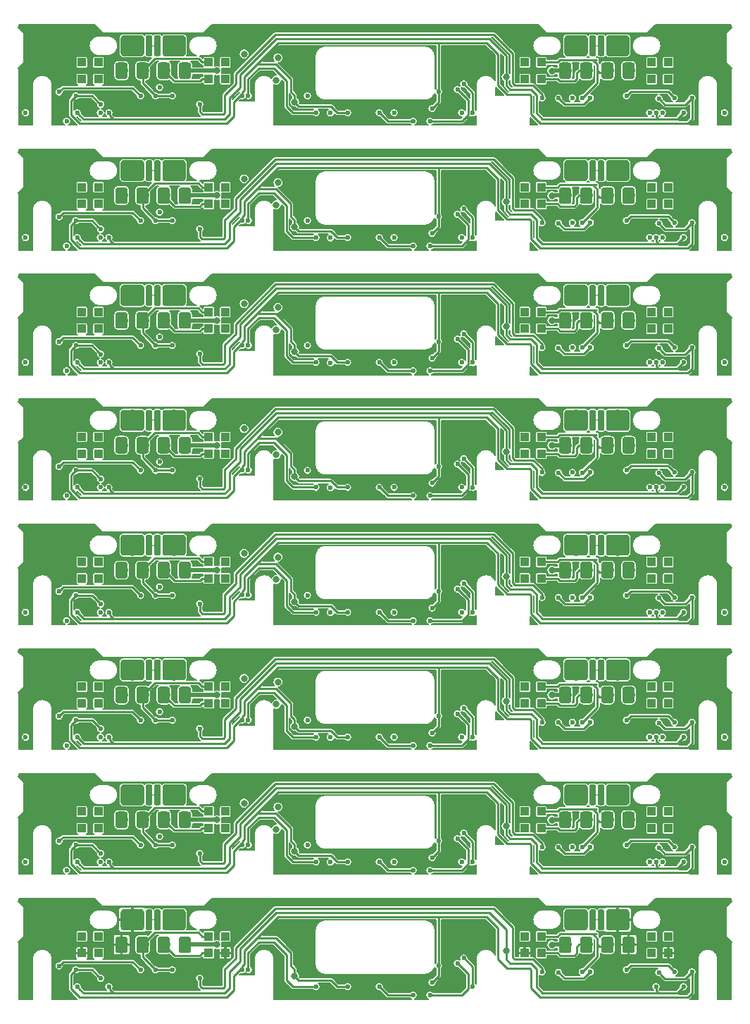
<source format=gbr>
G04 #@! TF.GenerationSoftware,KiCad,Pcbnew,(5.1.2)-2*
G04 #@! TF.CreationDate,2020-06-09T17:36:25+02:00*
G04 #@! TF.ProjectId,INTERFACE,494e5445-5246-4414-9345-2e6b69636164,rev?*
G04 #@! TF.SameCoordinates,Original*
G04 #@! TF.FileFunction,Copper,L2,Bot*
G04 #@! TF.FilePolarity,Positive*
%FSLAX46Y46*%
G04 Gerber Fmt 4.6, Leading zero omitted, Abs format (unit mm)*
G04 Created by KiCad (PCBNEW (5.1.2)-2) date 2020-06-09 17:36:25*
%MOMM*%
%LPD*%
G04 APERTURE LIST*
%ADD10C,0.100000*%
%ADD11C,2.500000*%
%ADD12C,0.800000*%
%ADD13R,1.000000X1.000000*%
%ADD14C,1.500000*%
%ADD15C,0.600000*%
%ADD16C,0.152400*%
%ADD17C,0.250000*%
%ADD18C,0.508000*%
%ADD19C,0.127000*%
G04 APERTURE END LIST*
D10*
G36*
X71916561Y2998327D02*
G01*
X71950294Y2993323D01*
X71983374Y2985037D01*
X72015482Y2973548D01*
X72046310Y2958968D01*
X72075561Y2941436D01*
X72102952Y2921121D01*
X72128220Y2898220D01*
X72151121Y2872952D01*
X72171436Y2845561D01*
X72188968Y2816310D01*
X72203548Y2785482D01*
X72215037Y2753374D01*
X72223323Y2720294D01*
X72228327Y2686561D01*
X72230000Y2652500D01*
X72230000Y847500D01*
X72228327Y813439D01*
X72223323Y779706D01*
X72215037Y746626D01*
X72203548Y714518D01*
X72188968Y683690D01*
X72171436Y654439D01*
X72151121Y627048D01*
X72128220Y601780D01*
X72102952Y578879D01*
X72075561Y558564D01*
X72046310Y541032D01*
X72015482Y526452D01*
X71983374Y514963D01*
X71950294Y506677D01*
X71916561Y501673D01*
X71882500Y500000D01*
X69777500Y500000D01*
X69743439Y501673D01*
X69709706Y506677D01*
X69676626Y514963D01*
X69644518Y526452D01*
X69613690Y541032D01*
X69584439Y558564D01*
X69557048Y578879D01*
X69531780Y601780D01*
X69508879Y627048D01*
X69488564Y654439D01*
X69471032Y683690D01*
X69456452Y714518D01*
X69444963Y746626D01*
X69436677Y779706D01*
X69431673Y813439D01*
X69430000Y847500D01*
X69430000Y2652500D01*
X69431673Y2686561D01*
X69436677Y2720294D01*
X69444963Y2753374D01*
X69456452Y2785482D01*
X69471032Y2816310D01*
X69488564Y2845561D01*
X69508879Y2872952D01*
X69531780Y2898220D01*
X69557048Y2921121D01*
X69584439Y2941436D01*
X69613690Y2958968D01*
X69644518Y2973548D01*
X69676626Y2985037D01*
X69709706Y2993323D01*
X69743439Y2998327D01*
X69777500Y3000000D01*
X71882500Y3000000D01*
X71916561Y2998327D01*
X71916561Y2998327D01*
G37*
D11*
X70830000Y1750000D03*
D10*
G36*
X73004865Y2998798D02*
G01*
X73029095Y2995204D01*
X73052855Y2989252D01*
X73075918Y2981000D01*
X73098061Y2970528D01*
X73119070Y2957935D01*
X73138745Y2943343D01*
X73156894Y2926894D01*
X73173343Y2908745D01*
X73187935Y2889070D01*
X73200528Y2868061D01*
X73211000Y2845918D01*
X73219252Y2822855D01*
X73225204Y2799095D01*
X73228798Y2774865D01*
X73230000Y2750400D01*
X73230000Y749600D01*
X73228798Y725135D01*
X73225204Y700905D01*
X73219252Y677145D01*
X73211000Y654082D01*
X73200528Y631939D01*
X73187935Y610930D01*
X73173343Y591255D01*
X73156894Y573106D01*
X73138745Y556657D01*
X73119070Y542065D01*
X73098061Y529472D01*
X73075918Y519000D01*
X73052855Y510748D01*
X73029095Y504796D01*
X73004865Y501202D01*
X72980400Y500000D01*
X72679600Y500000D01*
X72655135Y501202D01*
X72630905Y504796D01*
X72607145Y510748D01*
X72584082Y519000D01*
X72561939Y529472D01*
X72540930Y542065D01*
X72521255Y556657D01*
X72503106Y573106D01*
X72486657Y591255D01*
X72472065Y610930D01*
X72459472Y631939D01*
X72449000Y654082D01*
X72440748Y677145D01*
X72434796Y700905D01*
X72431202Y725135D01*
X72430000Y749600D01*
X72430000Y2750400D01*
X72431202Y2774865D01*
X72434796Y2799095D01*
X72440748Y2822855D01*
X72449000Y2845918D01*
X72459472Y2868061D01*
X72472065Y2889070D01*
X72486657Y2908745D01*
X72503106Y2926894D01*
X72521255Y2943343D01*
X72540930Y2957935D01*
X72561939Y2970528D01*
X72584082Y2981000D01*
X72607145Y2989252D01*
X72630905Y2995204D01*
X72655135Y2998798D01*
X72679600Y3000000D01*
X72980400Y3000000D01*
X73004865Y2998798D01*
X73004865Y2998798D01*
G37*
D12*
X72830000Y1750000D03*
D10*
G36*
X74004865Y2998798D02*
G01*
X74029095Y2995204D01*
X74052855Y2989252D01*
X74075918Y2981000D01*
X74098061Y2970528D01*
X74119070Y2957935D01*
X74138745Y2943343D01*
X74156894Y2926894D01*
X74173343Y2908745D01*
X74187935Y2889070D01*
X74200528Y2868061D01*
X74211000Y2845918D01*
X74219252Y2822855D01*
X74225204Y2799095D01*
X74228798Y2774865D01*
X74230000Y2750400D01*
X74230000Y749600D01*
X74228798Y725135D01*
X74225204Y700905D01*
X74219252Y677145D01*
X74211000Y654082D01*
X74200528Y631939D01*
X74187935Y610930D01*
X74173343Y591255D01*
X74156894Y573106D01*
X74138745Y556657D01*
X74119070Y542065D01*
X74098061Y529472D01*
X74075918Y519000D01*
X74052855Y510748D01*
X74029095Y504796D01*
X74004865Y501202D01*
X73980400Y500000D01*
X73679600Y500000D01*
X73655135Y501202D01*
X73630905Y504796D01*
X73607145Y510748D01*
X73584082Y519000D01*
X73561939Y529472D01*
X73540930Y542065D01*
X73521255Y556657D01*
X73503106Y573106D01*
X73486657Y591255D01*
X73472065Y610930D01*
X73459472Y631939D01*
X73449000Y654082D01*
X73440748Y677145D01*
X73434796Y700905D01*
X73431202Y725135D01*
X73430000Y749600D01*
X73430000Y2750400D01*
X73431202Y2774865D01*
X73434796Y2799095D01*
X73440748Y2822855D01*
X73449000Y2845918D01*
X73459472Y2868061D01*
X73472065Y2889070D01*
X73486657Y2908745D01*
X73503106Y2926894D01*
X73521255Y2943343D01*
X73540930Y2957935D01*
X73561939Y2970528D01*
X73584082Y2981000D01*
X73607145Y2989252D01*
X73630905Y2995204D01*
X73655135Y2998798D01*
X73679600Y3000000D01*
X73980400Y3000000D01*
X74004865Y2998798D01*
X74004865Y2998798D01*
G37*
D12*
X73830000Y1750000D03*
D10*
G36*
X76916561Y2998327D02*
G01*
X76950294Y2993323D01*
X76983374Y2985037D01*
X77015482Y2973548D01*
X77046310Y2958968D01*
X77075561Y2941436D01*
X77102952Y2921121D01*
X77128220Y2898220D01*
X77151121Y2872952D01*
X77171436Y2845561D01*
X77188968Y2816310D01*
X77203548Y2785482D01*
X77215037Y2753374D01*
X77223323Y2720294D01*
X77228327Y2686561D01*
X77230000Y2652500D01*
X77230000Y847500D01*
X77228327Y813439D01*
X77223323Y779706D01*
X77215037Y746626D01*
X77203548Y714518D01*
X77188968Y683690D01*
X77171436Y654439D01*
X77151121Y627048D01*
X77128220Y601780D01*
X77102952Y578879D01*
X77075561Y558564D01*
X77046310Y541032D01*
X77015482Y526452D01*
X76983374Y514963D01*
X76950294Y506677D01*
X76916561Y501673D01*
X76882500Y500000D01*
X74777500Y500000D01*
X74743439Y501673D01*
X74709706Y506677D01*
X74676626Y514963D01*
X74644518Y526452D01*
X74613690Y541032D01*
X74584439Y558564D01*
X74557048Y578879D01*
X74531780Y601780D01*
X74508879Y627048D01*
X74488564Y654439D01*
X74471032Y683690D01*
X74456452Y714518D01*
X74444963Y746626D01*
X74436677Y779706D01*
X74431673Y813439D01*
X74430000Y847500D01*
X74430000Y2652500D01*
X74431673Y2686561D01*
X74436677Y2720294D01*
X74444963Y2753374D01*
X74456452Y2785482D01*
X74471032Y2816310D01*
X74488564Y2845561D01*
X74508879Y2872952D01*
X74531780Y2898220D01*
X74557048Y2921121D01*
X74584439Y2941436D01*
X74613690Y2958968D01*
X74644518Y2973548D01*
X74676626Y2985037D01*
X74709706Y2993323D01*
X74743439Y2998327D01*
X74777500Y3000000D01*
X76882500Y3000000D01*
X76916561Y2998327D01*
X76916561Y2998327D01*
G37*
D11*
X75830000Y1750000D03*
D10*
G36*
X125256561Y2998327D02*
G01*
X125290294Y2993323D01*
X125323374Y2985037D01*
X125355482Y2973548D01*
X125386310Y2958968D01*
X125415561Y2941436D01*
X125442952Y2921121D01*
X125468220Y2898220D01*
X125491121Y2872952D01*
X125511436Y2845561D01*
X125528968Y2816310D01*
X125543548Y2785482D01*
X125555037Y2753374D01*
X125563323Y2720294D01*
X125568327Y2686561D01*
X125570000Y2652500D01*
X125570000Y847500D01*
X125568327Y813439D01*
X125563323Y779706D01*
X125555037Y746626D01*
X125543548Y714518D01*
X125528968Y683690D01*
X125511436Y654439D01*
X125491121Y627048D01*
X125468220Y601780D01*
X125442952Y578879D01*
X125415561Y558564D01*
X125386310Y541032D01*
X125355482Y526452D01*
X125323374Y514963D01*
X125290294Y506677D01*
X125256561Y501673D01*
X125222500Y500000D01*
X123117500Y500000D01*
X123083439Y501673D01*
X123049706Y506677D01*
X123016626Y514963D01*
X122984518Y526452D01*
X122953690Y541032D01*
X122924439Y558564D01*
X122897048Y578879D01*
X122871780Y601780D01*
X122848879Y627048D01*
X122828564Y654439D01*
X122811032Y683690D01*
X122796452Y714518D01*
X122784963Y746626D01*
X122776677Y779706D01*
X122771673Y813439D01*
X122770000Y847500D01*
X122770000Y2652500D01*
X122771673Y2686561D01*
X122776677Y2720294D01*
X122784963Y2753374D01*
X122796452Y2785482D01*
X122811032Y2816310D01*
X122828564Y2845561D01*
X122848879Y2872952D01*
X122871780Y2898220D01*
X122897048Y2921121D01*
X122924439Y2941436D01*
X122953690Y2958968D01*
X122984518Y2973548D01*
X123016626Y2985037D01*
X123049706Y2993323D01*
X123083439Y2998327D01*
X123117500Y3000000D01*
X125222500Y3000000D01*
X125256561Y2998327D01*
X125256561Y2998327D01*
G37*
D11*
X124170000Y1750000D03*
D10*
G36*
X126344865Y2998798D02*
G01*
X126369095Y2995204D01*
X126392855Y2989252D01*
X126415918Y2981000D01*
X126438061Y2970528D01*
X126459070Y2957935D01*
X126478745Y2943343D01*
X126496894Y2926894D01*
X126513343Y2908745D01*
X126527935Y2889070D01*
X126540528Y2868061D01*
X126551000Y2845918D01*
X126559252Y2822855D01*
X126565204Y2799095D01*
X126568798Y2774865D01*
X126570000Y2750400D01*
X126570000Y749600D01*
X126568798Y725135D01*
X126565204Y700905D01*
X126559252Y677145D01*
X126551000Y654082D01*
X126540528Y631939D01*
X126527935Y610930D01*
X126513343Y591255D01*
X126496894Y573106D01*
X126478745Y556657D01*
X126459070Y542065D01*
X126438061Y529472D01*
X126415918Y519000D01*
X126392855Y510748D01*
X126369095Y504796D01*
X126344865Y501202D01*
X126320400Y500000D01*
X126019600Y500000D01*
X125995135Y501202D01*
X125970905Y504796D01*
X125947145Y510748D01*
X125924082Y519000D01*
X125901939Y529472D01*
X125880930Y542065D01*
X125861255Y556657D01*
X125843106Y573106D01*
X125826657Y591255D01*
X125812065Y610930D01*
X125799472Y631939D01*
X125789000Y654082D01*
X125780748Y677145D01*
X125774796Y700905D01*
X125771202Y725135D01*
X125770000Y749600D01*
X125770000Y2750400D01*
X125771202Y2774865D01*
X125774796Y2799095D01*
X125780748Y2822855D01*
X125789000Y2845918D01*
X125799472Y2868061D01*
X125812065Y2889070D01*
X125826657Y2908745D01*
X125843106Y2926894D01*
X125861255Y2943343D01*
X125880930Y2957935D01*
X125901939Y2970528D01*
X125924082Y2981000D01*
X125947145Y2989252D01*
X125970905Y2995204D01*
X125995135Y2998798D01*
X126019600Y3000000D01*
X126320400Y3000000D01*
X126344865Y2998798D01*
X126344865Y2998798D01*
G37*
D12*
X126170000Y1750000D03*
D10*
G36*
X127344865Y2998798D02*
G01*
X127369095Y2995204D01*
X127392855Y2989252D01*
X127415918Y2981000D01*
X127438061Y2970528D01*
X127459070Y2957935D01*
X127478745Y2943343D01*
X127496894Y2926894D01*
X127513343Y2908745D01*
X127527935Y2889070D01*
X127540528Y2868061D01*
X127551000Y2845918D01*
X127559252Y2822855D01*
X127565204Y2799095D01*
X127568798Y2774865D01*
X127570000Y2750400D01*
X127570000Y749600D01*
X127568798Y725135D01*
X127565204Y700905D01*
X127559252Y677145D01*
X127551000Y654082D01*
X127540528Y631939D01*
X127527935Y610930D01*
X127513343Y591255D01*
X127496894Y573106D01*
X127478745Y556657D01*
X127459070Y542065D01*
X127438061Y529472D01*
X127415918Y519000D01*
X127392855Y510748D01*
X127369095Y504796D01*
X127344865Y501202D01*
X127320400Y500000D01*
X127019600Y500000D01*
X126995135Y501202D01*
X126970905Y504796D01*
X126947145Y510748D01*
X126924082Y519000D01*
X126901939Y529472D01*
X126880930Y542065D01*
X126861255Y556657D01*
X126843106Y573106D01*
X126826657Y591255D01*
X126812065Y610930D01*
X126799472Y631939D01*
X126789000Y654082D01*
X126780748Y677145D01*
X126774796Y700905D01*
X126771202Y725135D01*
X126770000Y749600D01*
X126770000Y2750400D01*
X126771202Y2774865D01*
X126774796Y2799095D01*
X126780748Y2822855D01*
X126789000Y2845918D01*
X126799472Y2868061D01*
X126812065Y2889070D01*
X126826657Y2908745D01*
X126843106Y2926894D01*
X126861255Y2943343D01*
X126880930Y2957935D01*
X126901939Y2970528D01*
X126924082Y2981000D01*
X126947145Y2989252D01*
X126970905Y2995204D01*
X126995135Y2998798D01*
X127019600Y3000000D01*
X127320400Y3000000D01*
X127344865Y2998798D01*
X127344865Y2998798D01*
G37*
D12*
X127170000Y1750000D03*
D10*
G36*
X130256561Y2998327D02*
G01*
X130290294Y2993323D01*
X130323374Y2985037D01*
X130355482Y2973548D01*
X130386310Y2958968D01*
X130415561Y2941436D01*
X130442952Y2921121D01*
X130468220Y2898220D01*
X130491121Y2872952D01*
X130511436Y2845561D01*
X130528968Y2816310D01*
X130543548Y2785482D01*
X130555037Y2753374D01*
X130563323Y2720294D01*
X130568327Y2686561D01*
X130570000Y2652500D01*
X130570000Y847500D01*
X130568327Y813439D01*
X130563323Y779706D01*
X130555037Y746626D01*
X130543548Y714518D01*
X130528968Y683690D01*
X130511436Y654439D01*
X130491121Y627048D01*
X130468220Y601780D01*
X130442952Y578879D01*
X130415561Y558564D01*
X130386310Y541032D01*
X130355482Y526452D01*
X130323374Y514963D01*
X130290294Y506677D01*
X130256561Y501673D01*
X130222500Y500000D01*
X128117500Y500000D01*
X128083439Y501673D01*
X128049706Y506677D01*
X128016626Y514963D01*
X127984518Y526452D01*
X127953690Y541032D01*
X127924439Y558564D01*
X127897048Y578879D01*
X127871780Y601780D01*
X127848879Y627048D01*
X127828564Y654439D01*
X127811032Y683690D01*
X127796452Y714518D01*
X127784963Y746626D01*
X127776677Y779706D01*
X127771673Y813439D01*
X127770000Y847500D01*
X127770000Y2652500D01*
X127771673Y2686561D01*
X127776677Y2720294D01*
X127784963Y2753374D01*
X127796452Y2785482D01*
X127811032Y2816310D01*
X127828564Y2845561D01*
X127848879Y2872952D01*
X127871780Y2898220D01*
X127897048Y2921121D01*
X127924439Y2941436D01*
X127953690Y2958968D01*
X127984518Y2973548D01*
X128016626Y2985037D01*
X128049706Y2993323D01*
X128083439Y2998327D01*
X128117500Y3000000D01*
X130222500Y3000000D01*
X130256561Y2998327D01*
X130256561Y2998327D01*
G37*
D11*
X129170000Y1750000D03*
D13*
X64750000Y-2250000D03*
X66750000Y-250000D03*
X66750000Y-2250000D03*
X64750000Y-250000D03*
X135250000Y-250000D03*
X133250000Y-2250000D03*
X133250000Y-250000D03*
X135250000Y-2250000D03*
X82000000Y-2250000D03*
X80000000Y-250000D03*
X80000000Y-2250000D03*
X82000000Y-250000D03*
X118000000Y-250000D03*
X120000000Y-2250000D03*
X120000000Y-250000D03*
X118000000Y-2250000D03*
D10*
G36*
X123271756Y-251806D02*
G01*
X123308159Y-257206D01*
X123343857Y-266147D01*
X123378506Y-278545D01*
X123411774Y-294280D01*
X123443339Y-313199D01*
X123472897Y-335121D01*
X123500165Y-359835D01*
X123524879Y-387103D01*
X123546801Y-416661D01*
X123565720Y-448226D01*
X123581455Y-481494D01*
X123593853Y-516143D01*
X123602794Y-551841D01*
X123608194Y-588244D01*
X123610000Y-625000D01*
X123610000Y-1875000D01*
X123608194Y-1911756D01*
X123602794Y-1948159D01*
X123593853Y-1983857D01*
X123581455Y-2018506D01*
X123565720Y-2051774D01*
X123546801Y-2083339D01*
X123524879Y-2112897D01*
X123500165Y-2140165D01*
X123472897Y-2164879D01*
X123443339Y-2186801D01*
X123411774Y-2205720D01*
X123378506Y-2221455D01*
X123343857Y-2233853D01*
X123308159Y-2242794D01*
X123271756Y-2248194D01*
X123235000Y-2250000D01*
X122485000Y-2250000D01*
X122448244Y-2248194D01*
X122411841Y-2242794D01*
X122376143Y-2233853D01*
X122341494Y-2221455D01*
X122308226Y-2205720D01*
X122276661Y-2186801D01*
X122247103Y-2164879D01*
X122219835Y-2140165D01*
X122195121Y-2112897D01*
X122173199Y-2083339D01*
X122154280Y-2051774D01*
X122138545Y-2018506D01*
X122126147Y-1983857D01*
X122117206Y-1948159D01*
X122111806Y-1911756D01*
X122110000Y-1875000D01*
X122110000Y-625000D01*
X122111806Y-588244D01*
X122117206Y-551841D01*
X122126147Y-516143D01*
X122138545Y-481494D01*
X122154280Y-448226D01*
X122173199Y-416661D01*
X122195121Y-387103D01*
X122219835Y-359835D01*
X122247103Y-335121D01*
X122276661Y-313199D01*
X122308226Y-294280D01*
X122341494Y-278545D01*
X122376143Y-266147D01*
X122411841Y-257206D01*
X122448244Y-251806D01*
X122485000Y-250000D01*
X123235000Y-250000D01*
X123271756Y-251806D01*
X123271756Y-251806D01*
G37*
D14*
X122860000Y-1250000D03*
D10*
G36*
X125811756Y-251806D02*
G01*
X125848159Y-257206D01*
X125883857Y-266147D01*
X125918506Y-278545D01*
X125951774Y-294280D01*
X125983339Y-313199D01*
X126012897Y-335121D01*
X126040165Y-359835D01*
X126064879Y-387103D01*
X126086801Y-416661D01*
X126105720Y-448226D01*
X126121455Y-481494D01*
X126133853Y-516143D01*
X126142794Y-551841D01*
X126148194Y-588244D01*
X126150000Y-625000D01*
X126150000Y-1875000D01*
X126148194Y-1911756D01*
X126142794Y-1948159D01*
X126133853Y-1983857D01*
X126121455Y-2018506D01*
X126105720Y-2051774D01*
X126086801Y-2083339D01*
X126064879Y-2112897D01*
X126040165Y-2140165D01*
X126012897Y-2164879D01*
X125983339Y-2186801D01*
X125951774Y-2205720D01*
X125918506Y-2221455D01*
X125883857Y-2233853D01*
X125848159Y-2242794D01*
X125811756Y-2248194D01*
X125775000Y-2250000D01*
X125025000Y-2250000D01*
X124988244Y-2248194D01*
X124951841Y-2242794D01*
X124916143Y-2233853D01*
X124881494Y-2221455D01*
X124848226Y-2205720D01*
X124816661Y-2186801D01*
X124787103Y-2164879D01*
X124759835Y-2140165D01*
X124735121Y-2112897D01*
X124713199Y-2083339D01*
X124694280Y-2051774D01*
X124678545Y-2018506D01*
X124666147Y-1983857D01*
X124657206Y-1948159D01*
X124651806Y-1911756D01*
X124650000Y-1875000D01*
X124650000Y-625000D01*
X124651806Y-588244D01*
X124657206Y-551841D01*
X124666147Y-516143D01*
X124678545Y-481494D01*
X124694280Y-448226D01*
X124713199Y-416661D01*
X124735121Y-387103D01*
X124759835Y-359835D01*
X124787103Y-335121D01*
X124816661Y-313199D01*
X124848226Y-294280D01*
X124881494Y-278545D01*
X124916143Y-266147D01*
X124951841Y-257206D01*
X124988244Y-251806D01*
X125025000Y-250000D01*
X125775000Y-250000D01*
X125811756Y-251806D01*
X125811756Y-251806D01*
G37*
D14*
X125400000Y-1250000D03*
D10*
G36*
X128351756Y-251806D02*
G01*
X128388159Y-257206D01*
X128423857Y-266147D01*
X128458506Y-278545D01*
X128491774Y-294280D01*
X128523339Y-313199D01*
X128552897Y-335121D01*
X128580165Y-359835D01*
X128604879Y-387103D01*
X128626801Y-416661D01*
X128645720Y-448226D01*
X128661455Y-481494D01*
X128673853Y-516143D01*
X128682794Y-551841D01*
X128688194Y-588244D01*
X128690000Y-625000D01*
X128690000Y-1875000D01*
X128688194Y-1911756D01*
X128682794Y-1948159D01*
X128673853Y-1983857D01*
X128661455Y-2018506D01*
X128645720Y-2051774D01*
X128626801Y-2083339D01*
X128604879Y-2112897D01*
X128580165Y-2140165D01*
X128552897Y-2164879D01*
X128523339Y-2186801D01*
X128491774Y-2205720D01*
X128458506Y-2221455D01*
X128423857Y-2233853D01*
X128388159Y-2242794D01*
X128351756Y-2248194D01*
X128315000Y-2250000D01*
X127565000Y-2250000D01*
X127528244Y-2248194D01*
X127491841Y-2242794D01*
X127456143Y-2233853D01*
X127421494Y-2221455D01*
X127388226Y-2205720D01*
X127356661Y-2186801D01*
X127327103Y-2164879D01*
X127299835Y-2140165D01*
X127275121Y-2112897D01*
X127253199Y-2083339D01*
X127234280Y-2051774D01*
X127218545Y-2018506D01*
X127206147Y-1983857D01*
X127197206Y-1948159D01*
X127191806Y-1911756D01*
X127190000Y-1875000D01*
X127190000Y-625000D01*
X127191806Y-588244D01*
X127197206Y-551841D01*
X127206147Y-516143D01*
X127218545Y-481494D01*
X127234280Y-448226D01*
X127253199Y-416661D01*
X127275121Y-387103D01*
X127299835Y-359835D01*
X127327103Y-335121D01*
X127356661Y-313199D01*
X127388226Y-294280D01*
X127421494Y-278545D01*
X127456143Y-266147D01*
X127491841Y-257206D01*
X127528244Y-251806D01*
X127565000Y-250000D01*
X128315000Y-250000D01*
X128351756Y-251806D01*
X128351756Y-251806D01*
G37*
D14*
X127940000Y-1250000D03*
D10*
G36*
X130891756Y-251806D02*
G01*
X130928159Y-257206D01*
X130963857Y-266147D01*
X130998506Y-278545D01*
X131031774Y-294280D01*
X131063339Y-313199D01*
X131092897Y-335121D01*
X131120165Y-359835D01*
X131144879Y-387103D01*
X131166801Y-416661D01*
X131185720Y-448226D01*
X131201455Y-481494D01*
X131213853Y-516143D01*
X131222794Y-551841D01*
X131228194Y-588244D01*
X131230000Y-625000D01*
X131230000Y-1875000D01*
X131228194Y-1911756D01*
X131222794Y-1948159D01*
X131213853Y-1983857D01*
X131201455Y-2018506D01*
X131185720Y-2051774D01*
X131166801Y-2083339D01*
X131144879Y-2112897D01*
X131120165Y-2140165D01*
X131092897Y-2164879D01*
X131063339Y-2186801D01*
X131031774Y-2205720D01*
X130998506Y-2221455D01*
X130963857Y-2233853D01*
X130928159Y-2242794D01*
X130891756Y-2248194D01*
X130855000Y-2250000D01*
X130105000Y-2250000D01*
X130068244Y-2248194D01*
X130031841Y-2242794D01*
X129996143Y-2233853D01*
X129961494Y-2221455D01*
X129928226Y-2205720D01*
X129896661Y-2186801D01*
X129867103Y-2164879D01*
X129839835Y-2140165D01*
X129815121Y-2112897D01*
X129793199Y-2083339D01*
X129774280Y-2051774D01*
X129758545Y-2018506D01*
X129746147Y-1983857D01*
X129737206Y-1948159D01*
X129731806Y-1911756D01*
X129730000Y-1875000D01*
X129730000Y-625000D01*
X129731806Y-588244D01*
X129737206Y-551841D01*
X129746147Y-516143D01*
X129758545Y-481494D01*
X129774280Y-448226D01*
X129793199Y-416661D01*
X129815121Y-387103D01*
X129839835Y-359835D01*
X129867103Y-335121D01*
X129896661Y-313199D01*
X129928226Y-294280D01*
X129961494Y-278545D01*
X129996143Y-266147D01*
X130031841Y-257206D01*
X130068244Y-251806D01*
X130105000Y-250000D01*
X130855000Y-250000D01*
X130891756Y-251806D01*
X130891756Y-251806D01*
G37*
D14*
X130480000Y-1250000D03*
D10*
G36*
X69931756Y-251806D02*
G01*
X69968159Y-257206D01*
X70003857Y-266147D01*
X70038506Y-278545D01*
X70071774Y-294280D01*
X70103339Y-313199D01*
X70132897Y-335121D01*
X70160165Y-359835D01*
X70184879Y-387103D01*
X70206801Y-416661D01*
X70225720Y-448226D01*
X70241455Y-481494D01*
X70253853Y-516143D01*
X70262794Y-551841D01*
X70268194Y-588244D01*
X70270000Y-625000D01*
X70270000Y-1875000D01*
X70268194Y-1911756D01*
X70262794Y-1948159D01*
X70253853Y-1983857D01*
X70241455Y-2018506D01*
X70225720Y-2051774D01*
X70206801Y-2083339D01*
X70184879Y-2112897D01*
X70160165Y-2140165D01*
X70132897Y-2164879D01*
X70103339Y-2186801D01*
X70071774Y-2205720D01*
X70038506Y-2221455D01*
X70003857Y-2233853D01*
X69968159Y-2242794D01*
X69931756Y-2248194D01*
X69895000Y-2250000D01*
X69145000Y-2250000D01*
X69108244Y-2248194D01*
X69071841Y-2242794D01*
X69036143Y-2233853D01*
X69001494Y-2221455D01*
X68968226Y-2205720D01*
X68936661Y-2186801D01*
X68907103Y-2164879D01*
X68879835Y-2140165D01*
X68855121Y-2112897D01*
X68833199Y-2083339D01*
X68814280Y-2051774D01*
X68798545Y-2018506D01*
X68786147Y-1983857D01*
X68777206Y-1948159D01*
X68771806Y-1911756D01*
X68770000Y-1875000D01*
X68770000Y-625000D01*
X68771806Y-588244D01*
X68777206Y-551841D01*
X68786147Y-516143D01*
X68798545Y-481494D01*
X68814280Y-448226D01*
X68833199Y-416661D01*
X68855121Y-387103D01*
X68879835Y-359835D01*
X68907103Y-335121D01*
X68936661Y-313199D01*
X68968226Y-294280D01*
X69001494Y-278545D01*
X69036143Y-266147D01*
X69071841Y-257206D01*
X69108244Y-251806D01*
X69145000Y-250000D01*
X69895000Y-250000D01*
X69931756Y-251806D01*
X69931756Y-251806D01*
G37*
D14*
X69520000Y-1250000D03*
D10*
G36*
X72471756Y-251806D02*
G01*
X72508159Y-257206D01*
X72543857Y-266147D01*
X72578506Y-278545D01*
X72611774Y-294280D01*
X72643339Y-313199D01*
X72672897Y-335121D01*
X72700165Y-359835D01*
X72724879Y-387103D01*
X72746801Y-416661D01*
X72765720Y-448226D01*
X72781455Y-481494D01*
X72793853Y-516143D01*
X72802794Y-551841D01*
X72808194Y-588244D01*
X72810000Y-625000D01*
X72810000Y-1875000D01*
X72808194Y-1911756D01*
X72802794Y-1948159D01*
X72793853Y-1983857D01*
X72781455Y-2018506D01*
X72765720Y-2051774D01*
X72746801Y-2083339D01*
X72724879Y-2112897D01*
X72700165Y-2140165D01*
X72672897Y-2164879D01*
X72643339Y-2186801D01*
X72611774Y-2205720D01*
X72578506Y-2221455D01*
X72543857Y-2233853D01*
X72508159Y-2242794D01*
X72471756Y-2248194D01*
X72435000Y-2250000D01*
X71685000Y-2250000D01*
X71648244Y-2248194D01*
X71611841Y-2242794D01*
X71576143Y-2233853D01*
X71541494Y-2221455D01*
X71508226Y-2205720D01*
X71476661Y-2186801D01*
X71447103Y-2164879D01*
X71419835Y-2140165D01*
X71395121Y-2112897D01*
X71373199Y-2083339D01*
X71354280Y-2051774D01*
X71338545Y-2018506D01*
X71326147Y-1983857D01*
X71317206Y-1948159D01*
X71311806Y-1911756D01*
X71310000Y-1875000D01*
X71310000Y-625000D01*
X71311806Y-588244D01*
X71317206Y-551841D01*
X71326147Y-516143D01*
X71338545Y-481494D01*
X71354280Y-448226D01*
X71373199Y-416661D01*
X71395121Y-387103D01*
X71419835Y-359835D01*
X71447103Y-335121D01*
X71476661Y-313199D01*
X71508226Y-294280D01*
X71541494Y-278545D01*
X71576143Y-266147D01*
X71611841Y-257206D01*
X71648244Y-251806D01*
X71685000Y-250000D01*
X72435000Y-250000D01*
X72471756Y-251806D01*
X72471756Y-251806D01*
G37*
D14*
X72060000Y-1250000D03*
D10*
G36*
X75011756Y-251806D02*
G01*
X75048159Y-257206D01*
X75083857Y-266147D01*
X75118506Y-278545D01*
X75151774Y-294280D01*
X75183339Y-313199D01*
X75212897Y-335121D01*
X75240165Y-359835D01*
X75264879Y-387103D01*
X75286801Y-416661D01*
X75305720Y-448226D01*
X75321455Y-481494D01*
X75333853Y-516143D01*
X75342794Y-551841D01*
X75348194Y-588244D01*
X75350000Y-625000D01*
X75350000Y-1875000D01*
X75348194Y-1911756D01*
X75342794Y-1948159D01*
X75333853Y-1983857D01*
X75321455Y-2018506D01*
X75305720Y-2051774D01*
X75286801Y-2083339D01*
X75264879Y-2112897D01*
X75240165Y-2140165D01*
X75212897Y-2164879D01*
X75183339Y-2186801D01*
X75151774Y-2205720D01*
X75118506Y-2221455D01*
X75083857Y-2233853D01*
X75048159Y-2242794D01*
X75011756Y-2248194D01*
X74975000Y-2250000D01*
X74225000Y-2250000D01*
X74188244Y-2248194D01*
X74151841Y-2242794D01*
X74116143Y-2233853D01*
X74081494Y-2221455D01*
X74048226Y-2205720D01*
X74016661Y-2186801D01*
X73987103Y-2164879D01*
X73959835Y-2140165D01*
X73935121Y-2112897D01*
X73913199Y-2083339D01*
X73894280Y-2051774D01*
X73878545Y-2018506D01*
X73866147Y-1983857D01*
X73857206Y-1948159D01*
X73851806Y-1911756D01*
X73850000Y-1875000D01*
X73850000Y-625000D01*
X73851806Y-588244D01*
X73857206Y-551841D01*
X73866147Y-516143D01*
X73878545Y-481494D01*
X73894280Y-448226D01*
X73913199Y-416661D01*
X73935121Y-387103D01*
X73959835Y-359835D01*
X73987103Y-335121D01*
X74016661Y-313199D01*
X74048226Y-294280D01*
X74081494Y-278545D01*
X74116143Y-266147D01*
X74151841Y-257206D01*
X74188244Y-251806D01*
X74225000Y-250000D01*
X74975000Y-250000D01*
X75011756Y-251806D01*
X75011756Y-251806D01*
G37*
D14*
X74600000Y-1250000D03*
D10*
G36*
X77551756Y-251806D02*
G01*
X77588159Y-257206D01*
X77623857Y-266147D01*
X77658506Y-278545D01*
X77691774Y-294280D01*
X77723339Y-313199D01*
X77752897Y-335121D01*
X77780165Y-359835D01*
X77804879Y-387103D01*
X77826801Y-416661D01*
X77845720Y-448226D01*
X77861455Y-481494D01*
X77873853Y-516143D01*
X77882794Y-551841D01*
X77888194Y-588244D01*
X77890000Y-625000D01*
X77890000Y-1875000D01*
X77888194Y-1911756D01*
X77882794Y-1948159D01*
X77873853Y-1983857D01*
X77861455Y-2018506D01*
X77845720Y-2051774D01*
X77826801Y-2083339D01*
X77804879Y-2112897D01*
X77780165Y-2140165D01*
X77752897Y-2164879D01*
X77723339Y-2186801D01*
X77691774Y-2205720D01*
X77658506Y-2221455D01*
X77623857Y-2233853D01*
X77588159Y-2242794D01*
X77551756Y-2248194D01*
X77515000Y-2250000D01*
X76765000Y-2250000D01*
X76728244Y-2248194D01*
X76691841Y-2242794D01*
X76656143Y-2233853D01*
X76621494Y-2221455D01*
X76588226Y-2205720D01*
X76556661Y-2186801D01*
X76527103Y-2164879D01*
X76499835Y-2140165D01*
X76475121Y-2112897D01*
X76453199Y-2083339D01*
X76434280Y-2051774D01*
X76418545Y-2018506D01*
X76406147Y-1983857D01*
X76397206Y-1948159D01*
X76391806Y-1911756D01*
X76390000Y-1875000D01*
X76390000Y-625000D01*
X76391806Y-588244D01*
X76397206Y-551841D01*
X76406147Y-516143D01*
X76418545Y-481494D01*
X76434280Y-448226D01*
X76453199Y-416661D01*
X76475121Y-387103D01*
X76499835Y-359835D01*
X76527103Y-335121D01*
X76556661Y-313199D01*
X76588226Y-294280D01*
X76621494Y-278545D01*
X76656143Y-266147D01*
X76691841Y-257206D01*
X76728244Y-251806D01*
X76765000Y-250000D01*
X77515000Y-250000D01*
X77551756Y-251806D01*
X77551756Y-251806D01*
G37*
D14*
X77140000Y-1250000D03*
D10*
G36*
X71916561Y-12001673D02*
G01*
X71950294Y-12006677D01*
X71983374Y-12014963D01*
X72015482Y-12026452D01*
X72046310Y-12041032D01*
X72075561Y-12058564D01*
X72102952Y-12078879D01*
X72128220Y-12101780D01*
X72151121Y-12127048D01*
X72171436Y-12154439D01*
X72188968Y-12183690D01*
X72203548Y-12214518D01*
X72215037Y-12246626D01*
X72223323Y-12279706D01*
X72228327Y-12313439D01*
X72230000Y-12347500D01*
X72230000Y-14152500D01*
X72228327Y-14186561D01*
X72223323Y-14220294D01*
X72215037Y-14253374D01*
X72203548Y-14285482D01*
X72188968Y-14316310D01*
X72171436Y-14345561D01*
X72151121Y-14372952D01*
X72128220Y-14398220D01*
X72102952Y-14421121D01*
X72075561Y-14441436D01*
X72046310Y-14458968D01*
X72015482Y-14473548D01*
X71983374Y-14485037D01*
X71950294Y-14493323D01*
X71916561Y-14498327D01*
X71882500Y-14500000D01*
X69777500Y-14500000D01*
X69743439Y-14498327D01*
X69709706Y-14493323D01*
X69676626Y-14485037D01*
X69644518Y-14473548D01*
X69613690Y-14458968D01*
X69584439Y-14441436D01*
X69557048Y-14421121D01*
X69531780Y-14398220D01*
X69508879Y-14372952D01*
X69488564Y-14345561D01*
X69471032Y-14316310D01*
X69456452Y-14285482D01*
X69444963Y-14253374D01*
X69436677Y-14220294D01*
X69431673Y-14186561D01*
X69430000Y-14152500D01*
X69430000Y-12347500D01*
X69431673Y-12313439D01*
X69436677Y-12279706D01*
X69444963Y-12246626D01*
X69456452Y-12214518D01*
X69471032Y-12183690D01*
X69488564Y-12154439D01*
X69508879Y-12127048D01*
X69531780Y-12101780D01*
X69557048Y-12078879D01*
X69584439Y-12058564D01*
X69613690Y-12041032D01*
X69644518Y-12026452D01*
X69676626Y-12014963D01*
X69709706Y-12006677D01*
X69743439Y-12001673D01*
X69777500Y-12000000D01*
X71882500Y-12000000D01*
X71916561Y-12001673D01*
X71916561Y-12001673D01*
G37*
D11*
X70830000Y-13250000D03*
D10*
G36*
X73004865Y-12001202D02*
G01*
X73029095Y-12004796D01*
X73052855Y-12010748D01*
X73075918Y-12019000D01*
X73098061Y-12029472D01*
X73119070Y-12042065D01*
X73138745Y-12056657D01*
X73156894Y-12073106D01*
X73173343Y-12091255D01*
X73187935Y-12110930D01*
X73200528Y-12131939D01*
X73211000Y-12154082D01*
X73219252Y-12177145D01*
X73225204Y-12200905D01*
X73228798Y-12225135D01*
X73230000Y-12249600D01*
X73230000Y-14250400D01*
X73228798Y-14274865D01*
X73225204Y-14299095D01*
X73219252Y-14322855D01*
X73211000Y-14345918D01*
X73200528Y-14368061D01*
X73187935Y-14389070D01*
X73173343Y-14408745D01*
X73156894Y-14426894D01*
X73138745Y-14443343D01*
X73119070Y-14457935D01*
X73098061Y-14470528D01*
X73075918Y-14481000D01*
X73052855Y-14489252D01*
X73029095Y-14495204D01*
X73004865Y-14498798D01*
X72980400Y-14500000D01*
X72679600Y-14500000D01*
X72655135Y-14498798D01*
X72630905Y-14495204D01*
X72607145Y-14489252D01*
X72584082Y-14481000D01*
X72561939Y-14470528D01*
X72540930Y-14457935D01*
X72521255Y-14443343D01*
X72503106Y-14426894D01*
X72486657Y-14408745D01*
X72472065Y-14389070D01*
X72459472Y-14368061D01*
X72449000Y-14345918D01*
X72440748Y-14322855D01*
X72434796Y-14299095D01*
X72431202Y-14274865D01*
X72430000Y-14250400D01*
X72430000Y-12249600D01*
X72431202Y-12225135D01*
X72434796Y-12200905D01*
X72440748Y-12177145D01*
X72449000Y-12154082D01*
X72459472Y-12131939D01*
X72472065Y-12110930D01*
X72486657Y-12091255D01*
X72503106Y-12073106D01*
X72521255Y-12056657D01*
X72540930Y-12042065D01*
X72561939Y-12029472D01*
X72584082Y-12019000D01*
X72607145Y-12010748D01*
X72630905Y-12004796D01*
X72655135Y-12001202D01*
X72679600Y-12000000D01*
X72980400Y-12000000D01*
X73004865Y-12001202D01*
X73004865Y-12001202D01*
G37*
D12*
X72830000Y-13250000D03*
D10*
G36*
X74004865Y-12001202D02*
G01*
X74029095Y-12004796D01*
X74052855Y-12010748D01*
X74075918Y-12019000D01*
X74098061Y-12029472D01*
X74119070Y-12042065D01*
X74138745Y-12056657D01*
X74156894Y-12073106D01*
X74173343Y-12091255D01*
X74187935Y-12110930D01*
X74200528Y-12131939D01*
X74211000Y-12154082D01*
X74219252Y-12177145D01*
X74225204Y-12200905D01*
X74228798Y-12225135D01*
X74230000Y-12249600D01*
X74230000Y-14250400D01*
X74228798Y-14274865D01*
X74225204Y-14299095D01*
X74219252Y-14322855D01*
X74211000Y-14345918D01*
X74200528Y-14368061D01*
X74187935Y-14389070D01*
X74173343Y-14408745D01*
X74156894Y-14426894D01*
X74138745Y-14443343D01*
X74119070Y-14457935D01*
X74098061Y-14470528D01*
X74075918Y-14481000D01*
X74052855Y-14489252D01*
X74029095Y-14495204D01*
X74004865Y-14498798D01*
X73980400Y-14500000D01*
X73679600Y-14500000D01*
X73655135Y-14498798D01*
X73630905Y-14495204D01*
X73607145Y-14489252D01*
X73584082Y-14481000D01*
X73561939Y-14470528D01*
X73540930Y-14457935D01*
X73521255Y-14443343D01*
X73503106Y-14426894D01*
X73486657Y-14408745D01*
X73472065Y-14389070D01*
X73459472Y-14368061D01*
X73449000Y-14345918D01*
X73440748Y-14322855D01*
X73434796Y-14299095D01*
X73431202Y-14274865D01*
X73430000Y-14250400D01*
X73430000Y-12249600D01*
X73431202Y-12225135D01*
X73434796Y-12200905D01*
X73440748Y-12177145D01*
X73449000Y-12154082D01*
X73459472Y-12131939D01*
X73472065Y-12110930D01*
X73486657Y-12091255D01*
X73503106Y-12073106D01*
X73521255Y-12056657D01*
X73540930Y-12042065D01*
X73561939Y-12029472D01*
X73584082Y-12019000D01*
X73607145Y-12010748D01*
X73630905Y-12004796D01*
X73655135Y-12001202D01*
X73679600Y-12000000D01*
X73980400Y-12000000D01*
X74004865Y-12001202D01*
X74004865Y-12001202D01*
G37*
D12*
X73830000Y-13250000D03*
D10*
G36*
X76916561Y-12001673D02*
G01*
X76950294Y-12006677D01*
X76983374Y-12014963D01*
X77015482Y-12026452D01*
X77046310Y-12041032D01*
X77075561Y-12058564D01*
X77102952Y-12078879D01*
X77128220Y-12101780D01*
X77151121Y-12127048D01*
X77171436Y-12154439D01*
X77188968Y-12183690D01*
X77203548Y-12214518D01*
X77215037Y-12246626D01*
X77223323Y-12279706D01*
X77228327Y-12313439D01*
X77230000Y-12347500D01*
X77230000Y-14152500D01*
X77228327Y-14186561D01*
X77223323Y-14220294D01*
X77215037Y-14253374D01*
X77203548Y-14285482D01*
X77188968Y-14316310D01*
X77171436Y-14345561D01*
X77151121Y-14372952D01*
X77128220Y-14398220D01*
X77102952Y-14421121D01*
X77075561Y-14441436D01*
X77046310Y-14458968D01*
X77015482Y-14473548D01*
X76983374Y-14485037D01*
X76950294Y-14493323D01*
X76916561Y-14498327D01*
X76882500Y-14500000D01*
X74777500Y-14500000D01*
X74743439Y-14498327D01*
X74709706Y-14493323D01*
X74676626Y-14485037D01*
X74644518Y-14473548D01*
X74613690Y-14458968D01*
X74584439Y-14441436D01*
X74557048Y-14421121D01*
X74531780Y-14398220D01*
X74508879Y-14372952D01*
X74488564Y-14345561D01*
X74471032Y-14316310D01*
X74456452Y-14285482D01*
X74444963Y-14253374D01*
X74436677Y-14220294D01*
X74431673Y-14186561D01*
X74430000Y-14152500D01*
X74430000Y-12347500D01*
X74431673Y-12313439D01*
X74436677Y-12279706D01*
X74444963Y-12246626D01*
X74456452Y-12214518D01*
X74471032Y-12183690D01*
X74488564Y-12154439D01*
X74508879Y-12127048D01*
X74531780Y-12101780D01*
X74557048Y-12078879D01*
X74584439Y-12058564D01*
X74613690Y-12041032D01*
X74644518Y-12026452D01*
X74676626Y-12014963D01*
X74709706Y-12006677D01*
X74743439Y-12001673D01*
X74777500Y-12000000D01*
X76882500Y-12000000D01*
X76916561Y-12001673D01*
X76916561Y-12001673D01*
G37*
D11*
X75830000Y-13250000D03*
D10*
G36*
X125256561Y-12001673D02*
G01*
X125290294Y-12006677D01*
X125323374Y-12014963D01*
X125355482Y-12026452D01*
X125386310Y-12041032D01*
X125415561Y-12058564D01*
X125442952Y-12078879D01*
X125468220Y-12101780D01*
X125491121Y-12127048D01*
X125511436Y-12154439D01*
X125528968Y-12183690D01*
X125543548Y-12214518D01*
X125555037Y-12246626D01*
X125563323Y-12279706D01*
X125568327Y-12313439D01*
X125570000Y-12347500D01*
X125570000Y-14152500D01*
X125568327Y-14186561D01*
X125563323Y-14220294D01*
X125555037Y-14253374D01*
X125543548Y-14285482D01*
X125528968Y-14316310D01*
X125511436Y-14345561D01*
X125491121Y-14372952D01*
X125468220Y-14398220D01*
X125442952Y-14421121D01*
X125415561Y-14441436D01*
X125386310Y-14458968D01*
X125355482Y-14473548D01*
X125323374Y-14485037D01*
X125290294Y-14493323D01*
X125256561Y-14498327D01*
X125222500Y-14500000D01*
X123117500Y-14500000D01*
X123083439Y-14498327D01*
X123049706Y-14493323D01*
X123016626Y-14485037D01*
X122984518Y-14473548D01*
X122953690Y-14458968D01*
X122924439Y-14441436D01*
X122897048Y-14421121D01*
X122871780Y-14398220D01*
X122848879Y-14372952D01*
X122828564Y-14345561D01*
X122811032Y-14316310D01*
X122796452Y-14285482D01*
X122784963Y-14253374D01*
X122776677Y-14220294D01*
X122771673Y-14186561D01*
X122770000Y-14152500D01*
X122770000Y-12347500D01*
X122771673Y-12313439D01*
X122776677Y-12279706D01*
X122784963Y-12246626D01*
X122796452Y-12214518D01*
X122811032Y-12183690D01*
X122828564Y-12154439D01*
X122848879Y-12127048D01*
X122871780Y-12101780D01*
X122897048Y-12078879D01*
X122924439Y-12058564D01*
X122953690Y-12041032D01*
X122984518Y-12026452D01*
X123016626Y-12014963D01*
X123049706Y-12006677D01*
X123083439Y-12001673D01*
X123117500Y-12000000D01*
X125222500Y-12000000D01*
X125256561Y-12001673D01*
X125256561Y-12001673D01*
G37*
D11*
X124170000Y-13250000D03*
D10*
G36*
X126344865Y-12001202D02*
G01*
X126369095Y-12004796D01*
X126392855Y-12010748D01*
X126415918Y-12019000D01*
X126438061Y-12029472D01*
X126459070Y-12042065D01*
X126478745Y-12056657D01*
X126496894Y-12073106D01*
X126513343Y-12091255D01*
X126527935Y-12110930D01*
X126540528Y-12131939D01*
X126551000Y-12154082D01*
X126559252Y-12177145D01*
X126565204Y-12200905D01*
X126568798Y-12225135D01*
X126570000Y-12249600D01*
X126570000Y-14250400D01*
X126568798Y-14274865D01*
X126565204Y-14299095D01*
X126559252Y-14322855D01*
X126551000Y-14345918D01*
X126540528Y-14368061D01*
X126527935Y-14389070D01*
X126513343Y-14408745D01*
X126496894Y-14426894D01*
X126478745Y-14443343D01*
X126459070Y-14457935D01*
X126438061Y-14470528D01*
X126415918Y-14481000D01*
X126392855Y-14489252D01*
X126369095Y-14495204D01*
X126344865Y-14498798D01*
X126320400Y-14500000D01*
X126019600Y-14500000D01*
X125995135Y-14498798D01*
X125970905Y-14495204D01*
X125947145Y-14489252D01*
X125924082Y-14481000D01*
X125901939Y-14470528D01*
X125880930Y-14457935D01*
X125861255Y-14443343D01*
X125843106Y-14426894D01*
X125826657Y-14408745D01*
X125812065Y-14389070D01*
X125799472Y-14368061D01*
X125789000Y-14345918D01*
X125780748Y-14322855D01*
X125774796Y-14299095D01*
X125771202Y-14274865D01*
X125770000Y-14250400D01*
X125770000Y-12249600D01*
X125771202Y-12225135D01*
X125774796Y-12200905D01*
X125780748Y-12177145D01*
X125789000Y-12154082D01*
X125799472Y-12131939D01*
X125812065Y-12110930D01*
X125826657Y-12091255D01*
X125843106Y-12073106D01*
X125861255Y-12056657D01*
X125880930Y-12042065D01*
X125901939Y-12029472D01*
X125924082Y-12019000D01*
X125947145Y-12010748D01*
X125970905Y-12004796D01*
X125995135Y-12001202D01*
X126019600Y-12000000D01*
X126320400Y-12000000D01*
X126344865Y-12001202D01*
X126344865Y-12001202D01*
G37*
D12*
X126170000Y-13250000D03*
D10*
G36*
X127344865Y-12001202D02*
G01*
X127369095Y-12004796D01*
X127392855Y-12010748D01*
X127415918Y-12019000D01*
X127438061Y-12029472D01*
X127459070Y-12042065D01*
X127478745Y-12056657D01*
X127496894Y-12073106D01*
X127513343Y-12091255D01*
X127527935Y-12110930D01*
X127540528Y-12131939D01*
X127551000Y-12154082D01*
X127559252Y-12177145D01*
X127565204Y-12200905D01*
X127568798Y-12225135D01*
X127570000Y-12249600D01*
X127570000Y-14250400D01*
X127568798Y-14274865D01*
X127565204Y-14299095D01*
X127559252Y-14322855D01*
X127551000Y-14345918D01*
X127540528Y-14368061D01*
X127527935Y-14389070D01*
X127513343Y-14408745D01*
X127496894Y-14426894D01*
X127478745Y-14443343D01*
X127459070Y-14457935D01*
X127438061Y-14470528D01*
X127415918Y-14481000D01*
X127392855Y-14489252D01*
X127369095Y-14495204D01*
X127344865Y-14498798D01*
X127320400Y-14500000D01*
X127019600Y-14500000D01*
X126995135Y-14498798D01*
X126970905Y-14495204D01*
X126947145Y-14489252D01*
X126924082Y-14481000D01*
X126901939Y-14470528D01*
X126880930Y-14457935D01*
X126861255Y-14443343D01*
X126843106Y-14426894D01*
X126826657Y-14408745D01*
X126812065Y-14389070D01*
X126799472Y-14368061D01*
X126789000Y-14345918D01*
X126780748Y-14322855D01*
X126774796Y-14299095D01*
X126771202Y-14274865D01*
X126770000Y-14250400D01*
X126770000Y-12249600D01*
X126771202Y-12225135D01*
X126774796Y-12200905D01*
X126780748Y-12177145D01*
X126789000Y-12154082D01*
X126799472Y-12131939D01*
X126812065Y-12110930D01*
X126826657Y-12091255D01*
X126843106Y-12073106D01*
X126861255Y-12056657D01*
X126880930Y-12042065D01*
X126901939Y-12029472D01*
X126924082Y-12019000D01*
X126947145Y-12010748D01*
X126970905Y-12004796D01*
X126995135Y-12001202D01*
X127019600Y-12000000D01*
X127320400Y-12000000D01*
X127344865Y-12001202D01*
X127344865Y-12001202D01*
G37*
D12*
X127170000Y-13250000D03*
D10*
G36*
X130256561Y-12001673D02*
G01*
X130290294Y-12006677D01*
X130323374Y-12014963D01*
X130355482Y-12026452D01*
X130386310Y-12041032D01*
X130415561Y-12058564D01*
X130442952Y-12078879D01*
X130468220Y-12101780D01*
X130491121Y-12127048D01*
X130511436Y-12154439D01*
X130528968Y-12183690D01*
X130543548Y-12214518D01*
X130555037Y-12246626D01*
X130563323Y-12279706D01*
X130568327Y-12313439D01*
X130570000Y-12347500D01*
X130570000Y-14152500D01*
X130568327Y-14186561D01*
X130563323Y-14220294D01*
X130555037Y-14253374D01*
X130543548Y-14285482D01*
X130528968Y-14316310D01*
X130511436Y-14345561D01*
X130491121Y-14372952D01*
X130468220Y-14398220D01*
X130442952Y-14421121D01*
X130415561Y-14441436D01*
X130386310Y-14458968D01*
X130355482Y-14473548D01*
X130323374Y-14485037D01*
X130290294Y-14493323D01*
X130256561Y-14498327D01*
X130222500Y-14500000D01*
X128117500Y-14500000D01*
X128083439Y-14498327D01*
X128049706Y-14493323D01*
X128016626Y-14485037D01*
X127984518Y-14473548D01*
X127953690Y-14458968D01*
X127924439Y-14441436D01*
X127897048Y-14421121D01*
X127871780Y-14398220D01*
X127848879Y-14372952D01*
X127828564Y-14345561D01*
X127811032Y-14316310D01*
X127796452Y-14285482D01*
X127784963Y-14253374D01*
X127776677Y-14220294D01*
X127771673Y-14186561D01*
X127770000Y-14152500D01*
X127770000Y-12347500D01*
X127771673Y-12313439D01*
X127776677Y-12279706D01*
X127784963Y-12246626D01*
X127796452Y-12214518D01*
X127811032Y-12183690D01*
X127828564Y-12154439D01*
X127848879Y-12127048D01*
X127871780Y-12101780D01*
X127897048Y-12078879D01*
X127924439Y-12058564D01*
X127953690Y-12041032D01*
X127984518Y-12026452D01*
X128016626Y-12014963D01*
X128049706Y-12006677D01*
X128083439Y-12001673D01*
X128117500Y-12000000D01*
X130222500Y-12000000D01*
X130256561Y-12001673D01*
X130256561Y-12001673D01*
G37*
D11*
X129170000Y-13250000D03*
D13*
X64750000Y-17250000D03*
X66750000Y-15250000D03*
X66750000Y-17250000D03*
X64750000Y-15250000D03*
X135250000Y-15250000D03*
X133250000Y-17250000D03*
X133250000Y-15250000D03*
X135250000Y-17250000D03*
X82000000Y-17250000D03*
X80000000Y-15250000D03*
X80000000Y-17250000D03*
X82000000Y-15250000D03*
X118000000Y-15250000D03*
X120000000Y-17250000D03*
X120000000Y-15250000D03*
X118000000Y-17250000D03*
D10*
G36*
X123271756Y-15251806D02*
G01*
X123308159Y-15257206D01*
X123343857Y-15266147D01*
X123378506Y-15278545D01*
X123411774Y-15294280D01*
X123443339Y-15313199D01*
X123472897Y-15335121D01*
X123500165Y-15359835D01*
X123524879Y-15387103D01*
X123546801Y-15416661D01*
X123565720Y-15448226D01*
X123581455Y-15481494D01*
X123593853Y-15516143D01*
X123602794Y-15551841D01*
X123608194Y-15588244D01*
X123610000Y-15625000D01*
X123610000Y-16875000D01*
X123608194Y-16911756D01*
X123602794Y-16948159D01*
X123593853Y-16983857D01*
X123581455Y-17018506D01*
X123565720Y-17051774D01*
X123546801Y-17083339D01*
X123524879Y-17112897D01*
X123500165Y-17140165D01*
X123472897Y-17164879D01*
X123443339Y-17186801D01*
X123411774Y-17205720D01*
X123378506Y-17221455D01*
X123343857Y-17233853D01*
X123308159Y-17242794D01*
X123271756Y-17248194D01*
X123235000Y-17250000D01*
X122485000Y-17250000D01*
X122448244Y-17248194D01*
X122411841Y-17242794D01*
X122376143Y-17233853D01*
X122341494Y-17221455D01*
X122308226Y-17205720D01*
X122276661Y-17186801D01*
X122247103Y-17164879D01*
X122219835Y-17140165D01*
X122195121Y-17112897D01*
X122173199Y-17083339D01*
X122154280Y-17051774D01*
X122138545Y-17018506D01*
X122126147Y-16983857D01*
X122117206Y-16948159D01*
X122111806Y-16911756D01*
X122110000Y-16875000D01*
X122110000Y-15625000D01*
X122111806Y-15588244D01*
X122117206Y-15551841D01*
X122126147Y-15516143D01*
X122138545Y-15481494D01*
X122154280Y-15448226D01*
X122173199Y-15416661D01*
X122195121Y-15387103D01*
X122219835Y-15359835D01*
X122247103Y-15335121D01*
X122276661Y-15313199D01*
X122308226Y-15294280D01*
X122341494Y-15278545D01*
X122376143Y-15266147D01*
X122411841Y-15257206D01*
X122448244Y-15251806D01*
X122485000Y-15250000D01*
X123235000Y-15250000D01*
X123271756Y-15251806D01*
X123271756Y-15251806D01*
G37*
D14*
X122860000Y-16250000D03*
D10*
G36*
X125811756Y-15251806D02*
G01*
X125848159Y-15257206D01*
X125883857Y-15266147D01*
X125918506Y-15278545D01*
X125951774Y-15294280D01*
X125983339Y-15313199D01*
X126012897Y-15335121D01*
X126040165Y-15359835D01*
X126064879Y-15387103D01*
X126086801Y-15416661D01*
X126105720Y-15448226D01*
X126121455Y-15481494D01*
X126133853Y-15516143D01*
X126142794Y-15551841D01*
X126148194Y-15588244D01*
X126150000Y-15625000D01*
X126150000Y-16875000D01*
X126148194Y-16911756D01*
X126142794Y-16948159D01*
X126133853Y-16983857D01*
X126121455Y-17018506D01*
X126105720Y-17051774D01*
X126086801Y-17083339D01*
X126064879Y-17112897D01*
X126040165Y-17140165D01*
X126012897Y-17164879D01*
X125983339Y-17186801D01*
X125951774Y-17205720D01*
X125918506Y-17221455D01*
X125883857Y-17233853D01*
X125848159Y-17242794D01*
X125811756Y-17248194D01*
X125775000Y-17250000D01*
X125025000Y-17250000D01*
X124988244Y-17248194D01*
X124951841Y-17242794D01*
X124916143Y-17233853D01*
X124881494Y-17221455D01*
X124848226Y-17205720D01*
X124816661Y-17186801D01*
X124787103Y-17164879D01*
X124759835Y-17140165D01*
X124735121Y-17112897D01*
X124713199Y-17083339D01*
X124694280Y-17051774D01*
X124678545Y-17018506D01*
X124666147Y-16983857D01*
X124657206Y-16948159D01*
X124651806Y-16911756D01*
X124650000Y-16875000D01*
X124650000Y-15625000D01*
X124651806Y-15588244D01*
X124657206Y-15551841D01*
X124666147Y-15516143D01*
X124678545Y-15481494D01*
X124694280Y-15448226D01*
X124713199Y-15416661D01*
X124735121Y-15387103D01*
X124759835Y-15359835D01*
X124787103Y-15335121D01*
X124816661Y-15313199D01*
X124848226Y-15294280D01*
X124881494Y-15278545D01*
X124916143Y-15266147D01*
X124951841Y-15257206D01*
X124988244Y-15251806D01*
X125025000Y-15250000D01*
X125775000Y-15250000D01*
X125811756Y-15251806D01*
X125811756Y-15251806D01*
G37*
D14*
X125400000Y-16250000D03*
D10*
G36*
X128351756Y-15251806D02*
G01*
X128388159Y-15257206D01*
X128423857Y-15266147D01*
X128458506Y-15278545D01*
X128491774Y-15294280D01*
X128523339Y-15313199D01*
X128552897Y-15335121D01*
X128580165Y-15359835D01*
X128604879Y-15387103D01*
X128626801Y-15416661D01*
X128645720Y-15448226D01*
X128661455Y-15481494D01*
X128673853Y-15516143D01*
X128682794Y-15551841D01*
X128688194Y-15588244D01*
X128690000Y-15625000D01*
X128690000Y-16875000D01*
X128688194Y-16911756D01*
X128682794Y-16948159D01*
X128673853Y-16983857D01*
X128661455Y-17018506D01*
X128645720Y-17051774D01*
X128626801Y-17083339D01*
X128604879Y-17112897D01*
X128580165Y-17140165D01*
X128552897Y-17164879D01*
X128523339Y-17186801D01*
X128491774Y-17205720D01*
X128458506Y-17221455D01*
X128423857Y-17233853D01*
X128388159Y-17242794D01*
X128351756Y-17248194D01*
X128315000Y-17250000D01*
X127565000Y-17250000D01*
X127528244Y-17248194D01*
X127491841Y-17242794D01*
X127456143Y-17233853D01*
X127421494Y-17221455D01*
X127388226Y-17205720D01*
X127356661Y-17186801D01*
X127327103Y-17164879D01*
X127299835Y-17140165D01*
X127275121Y-17112897D01*
X127253199Y-17083339D01*
X127234280Y-17051774D01*
X127218545Y-17018506D01*
X127206147Y-16983857D01*
X127197206Y-16948159D01*
X127191806Y-16911756D01*
X127190000Y-16875000D01*
X127190000Y-15625000D01*
X127191806Y-15588244D01*
X127197206Y-15551841D01*
X127206147Y-15516143D01*
X127218545Y-15481494D01*
X127234280Y-15448226D01*
X127253199Y-15416661D01*
X127275121Y-15387103D01*
X127299835Y-15359835D01*
X127327103Y-15335121D01*
X127356661Y-15313199D01*
X127388226Y-15294280D01*
X127421494Y-15278545D01*
X127456143Y-15266147D01*
X127491841Y-15257206D01*
X127528244Y-15251806D01*
X127565000Y-15250000D01*
X128315000Y-15250000D01*
X128351756Y-15251806D01*
X128351756Y-15251806D01*
G37*
D14*
X127940000Y-16250000D03*
D10*
G36*
X130891756Y-15251806D02*
G01*
X130928159Y-15257206D01*
X130963857Y-15266147D01*
X130998506Y-15278545D01*
X131031774Y-15294280D01*
X131063339Y-15313199D01*
X131092897Y-15335121D01*
X131120165Y-15359835D01*
X131144879Y-15387103D01*
X131166801Y-15416661D01*
X131185720Y-15448226D01*
X131201455Y-15481494D01*
X131213853Y-15516143D01*
X131222794Y-15551841D01*
X131228194Y-15588244D01*
X131230000Y-15625000D01*
X131230000Y-16875000D01*
X131228194Y-16911756D01*
X131222794Y-16948159D01*
X131213853Y-16983857D01*
X131201455Y-17018506D01*
X131185720Y-17051774D01*
X131166801Y-17083339D01*
X131144879Y-17112897D01*
X131120165Y-17140165D01*
X131092897Y-17164879D01*
X131063339Y-17186801D01*
X131031774Y-17205720D01*
X130998506Y-17221455D01*
X130963857Y-17233853D01*
X130928159Y-17242794D01*
X130891756Y-17248194D01*
X130855000Y-17250000D01*
X130105000Y-17250000D01*
X130068244Y-17248194D01*
X130031841Y-17242794D01*
X129996143Y-17233853D01*
X129961494Y-17221455D01*
X129928226Y-17205720D01*
X129896661Y-17186801D01*
X129867103Y-17164879D01*
X129839835Y-17140165D01*
X129815121Y-17112897D01*
X129793199Y-17083339D01*
X129774280Y-17051774D01*
X129758545Y-17018506D01*
X129746147Y-16983857D01*
X129737206Y-16948159D01*
X129731806Y-16911756D01*
X129730000Y-16875000D01*
X129730000Y-15625000D01*
X129731806Y-15588244D01*
X129737206Y-15551841D01*
X129746147Y-15516143D01*
X129758545Y-15481494D01*
X129774280Y-15448226D01*
X129793199Y-15416661D01*
X129815121Y-15387103D01*
X129839835Y-15359835D01*
X129867103Y-15335121D01*
X129896661Y-15313199D01*
X129928226Y-15294280D01*
X129961494Y-15278545D01*
X129996143Y-15266147D01*
X130031841Y-15257206D01*
X130068244Y-15251806D01*
X130105000Y-15250000D01*
X130855000Y-15250000D01*
X130891756Y-15251806D01*
X130891756Y-15251806D01*
G37*
D14*
X130480000Y-16250000D03*
D10*
G36*
X69931756Y-15251806D02*
G01*
X69968159Y-15257206D01*
X70003857Y-15266147D01*
X70038506Y-15278545D01*
X70071774Y-15294280D01*
X70103339Y-15313199D01*
X70132897Y-15335121D01*
X70160165Y-15359835D01*
X70184879Y-15387103D01*
X70206801Y-15416661D01*
X70225720Y-15448226D01*
X70241455Y-15481494D01*
X70253853Y-15516143D01*
X70262794Y-15551841D01*
X70268194Y-15588244D01*
X70270000Y-15625000D01*
X70270000Y-16875000D01*
X70268194Y-16911756D01*
X70262794Y-16948159D01*
X70253853Y-16983857D01*
X70241455Y-17018506D01*
X70225720Y-17051774D01*
X70206801Y-17083339D01*
X70184879Y-17112897D01*
X70160165Y-17140165D01*
X70132897Y-17164879D01*
X70103339Y-17186801D01*
X70071774Y-17205720D01*
X70038506Y-17221455D01*
X70003857Y-17233853D01*
X69968159Y-17242794D01*
X69931756Y-17248194D01*
X69895000Y-17250000D01*
X69145000Y-17250000D01*
X69108244Y-17248194D01*
X69071841Y-17242794D01*
X69036143Y-17233853D01*
X69001494Y-17221455D01*
X68968226Y-17205720D01*
X68936661Y-17186801D01*
X68907103Y-17164879D01*
X68879835Y-17140165D01*
X68855121Y-17112897D01*
X68833199Y-17083339D01*
X68814280Y-17051774D01*
X68798545Y-17018506D01*
X68786147Y-16983857D01*
X68777206Y-16948159D01*
X68771806Y-16911756D01*
X68770000Y-16875000D01*
X68770000Y-15625000D01*
X68771806Y-15588244D01*
X68777206Y-15551841D01*
X68786147Y-15516143D01*
X68798545Y-15481494D01*
X68814280Y-15448226D01*
X68833199Y-15416661D01*
X68855121Y-15387103D01*
X68879835Y-15359835D01*
X68907103Y-15335121D01*
X68936661Y-15313199D01*
X68968226Y-15294280D01*
X69001494Y-15278545D01*
X69036143Y-15266147D01*
X69071841Y-15257206D01*
X69108244Y-15251806D01*
X69145000Y-15250000D01*
X69895000Y-15250000D01*
X69931756Y-15251806D01*
X69931756Y-15251806D01*
G37*
D14*
X69520000Y-16250000D03*
D10*
G36*
X72471756Y-15251806D02*
G01*
X72508159Y-15257206D01*
X72543857Y-15266147D01*
X72578506Y-15278545D01*
X72611774Y-15294280D01*
X72643339Y-15313199D01*
X72672897Y-15335121D01*
X72700165Y-15359835D01*
X72724879Y-15387103D01*
X72746801Y-15416661D01*
X72765720Y-15448226D01*
X72781455Y-15481494D01*
X72793853Y-15516143D01*
X72802794Y-15551841D01*
X72808194Y-15588244D01*
X72810000Y-15625000D01*
X72810000Y-16875000D01*
X72808194Y-16911756D01*
X72802794Y-16948159D01*
X72793853Y-16983857D01*
X72781455Y-17018506D01*
X72765720Y-17051774D01*
X72746801Y-17083339D01*
X72724879Y-17112897D01*
X72700165Y-17140165D01*
X72672897Y-17164879D01*
X72643339Y-17186801D01*
X72611774Y-17205720D01*
X72578506Y-17221455D01*
X72543857Y-17233853D01*
X72508159Y-17242794D01*
X72471756Y-17248194D01*
X72435000Y-17250000D01*
X71685000Y-17250000D01*
X71648244Y-17248194D01*
X71611841Y-17242794D01*
X71576143Y-17233853D01*
X71541494Y-17221455D01*
X71508226Y-17205720D01*
X71476661Y-17186801D01*
X71447103Y-17164879D01*
X71419835Y-17140165D01*
X71395121Y-17112897D01*
X71373199Y-17083339D01*
X71354280Y-17051774D01*
X71338545Y-17018506D01*
X71326147Y-16983857D01*
X71317206Y-16948159D01*
X71311806Y-16911756D01*
X71310000Y-16875000D01*
X71310000Y-15625000D01*
X71311806Y-15588244D01*
X71317206Y-15551841D01*
X71326147Y-15516143D01*
X71338545Y-15481494D01*
X71354280Y-15448226D01*
X71373199Y-15416661D01*
X71395121Y-15387103D01*
X71419835Y-15359835D01*
X71447103Y-15335121D01*
X71476661Y-15313199D01*
X71508226Y-15294280D01*
X71541494Y-15278545D01*
X71576143Y-15266147D01*
X71611841Y-15257206D01*
X71648244Y-15251806D01*
X71685000Y-15250000D01*
X72435000Y-15250000D01*
X72471756Y-15251806D01*
X72471756Y-15251806D01*
G37*
D14*
X72060000Y-16250000D03*
D10*
G36*
X75011756Y-15251806D02*
G01*
X75048159Y-15257206D01*
X75083857Y-15266147D01*
X75118506Y-15278545D01*
X75151774Y-15294280D01*
X75183339Y-15313199D01*
X75212897Y-15335121D01*
X75240165Y-15359835D01*
X75264879Y-15387103D01*
X75286801Y-15416661D01*
X75305720Y-15448226D01*
X75321455Y-15481494D01*
X75333853Y-15516143D01*
X75342794Y-15551841D01*
X75348194Y-15588244D01*
X75350000Y-15625000D01*
X75350000Y-16875000D01*
X75348194Y-16911756D01*
X75342794Y-16948159D01*
X75333853Y-16983857D01*
X75321455Y-17018506D01*
X75305720Y-17051774D01*
X75286801Y-17083339D01*
X75264879Y-17112897D01*
X75240165Y-17140165D01*
X75212897Y-17164879D01*
X75183339Y-17186801D01*
X75151774Y-17205720D01*
X75118506Y-17221455D01*
X75083857Y-17233853D01*
X75048159Y-17242794D01*
X75011756Y-17248194D01*
X74975000Y-17250000D01*
X74225000Y-17250000D01*
X74188244Y-17248194D01*
X74151841Y-17242794D01*
X74116143Y-17233853D01*
X74081494Y-17221455D01*
X74048226Y-17205720D01*
X74016661Y-17186801D01*
X73987103Y-17164879D01*
X73959835Y-17140165D01*
X73935121Y-17112897D01*
X73913199Y-17083339D01*
X73894280Y-17051774D01*
X73878545Y-17018506D01*
X73866147Y-16983857D01*
X73857206Y-16948159D01*
X73851806Y-16911756D01*
X73850000Y-16875000D01*
X73850000Y-15625000D01*
X73851806Y-15588244D01*
X73857206Y-15551841D01*
X73866147Y-15516143D01*
X73878545Y-15481494D01*
X73894280Y-15448226D01*
X73913199Y-15416661D01*
X73935121Y-15387103D01*
X73959835Y-15359835D01*
X73987103Y-15335121D01*
X74016661Y-15313199D01*
X74048226Y-15294280D01*
X74081494Y-15278545D01*
X74116143Y-15266147D01*
X74151841Y-15257206D01*
X74188244Y-15251806D01*
X74225000Y-15250000D01*
X74975000Y-15250000D01*
X75011756Y-15251806D01*
X75011756Y-15251806D01*
G37*
D14*
X74600000Y-16250000D03*
D10*
G36*
X77551756Y-15251806D02*
G01*
X77588159Y-15257206D01*
X77623857Y-15266147D01*
X77658506Y-15278545D01*
X77691774Y-15294280D01*
X77723339Y-15313199D01*
X77752897Y-15335121D01*
X77780165Y-15359835D01*
X77804879Y-15387103D01*
X77826801Y-15416661D01*
X77845720Y-15448226D01*
X77861455Y-15481494D01*
X77873853Y-15516143D01*
X77882794Y-15551841D01*
X77888194Y-15588244D01*
X77890000Y-15625000D01*
X77890000Y-16875000D01*
X77888194Y-16911756D01*
X77882794Y-16948159D01*
X77873853Y-16983857D01*
X77861455Y-17018506D01*
X77845720Y-17051774D01*
X77826801Y-17083339D01*
X77804879Y-17112897D01*
X77780165Y-17140165D01*
X77752897Y-17164879D01*
X77723339Y-17186801D01*
X77691774Y-17205720D01*
X77658506Y-17221455D01*
X77623857Y-17233853D01*
X77588159Y-17242794D01*
X77551756Y-17248194D01*
X77515000Y-17250000D01*
X76765000Y-17250000D01*
X76728244Y-17248194D01*
X76691841Y-17242794D01*
X76656143Y-17233853D01*
X76621494Y-17221455D01*
X76588226Y-17205720D01*
X76556661Y-17186801D01*
X76527103Y-17164879D01*
X76499835Y-17140165D01*
X76475121Y-17112897D01*
X76453199Y-17083339D01*
X76434280Y-17051774D01*
X76418545Y-17018506D01*
X76406147Y-16983857D01*
X76397206Y-16948159D01*
X76391806Y-16911756D01*
X76390000Y-16875000D01*
X76390000Y-15625000D01*
X76391806Y-15588244D01*
X76397206Y-15551841D01*
X76406147Y-15516143D01*
X76418545Y-15481494D01*
X76434280Y-15448226D01*
X76453199Y-15416661D01*
X76475121Y-15387103D01*
X76499835Y-15359835D01*
X76527103Y-15335121D01*
X76556661Y-15313199D01*
X76588226Y-15294280D01*
X76621494Y-15278545D01*
X76656143Y-15266147D01*
X76691841Y-15257206D01*
X76728244Y-15251806D01*
X76765000Y-15250000D01*
X77515000Y-15250000D01*
X77551756Y-15251806D01*
X77551756Y-15251806D01*
G37*
D14*
X77140000Y-16250000D03*
D10*
G36*
X71916561Y-27001673D02*
G01*
X71950294Y-27006677D01*
X71983374Y-27014963D01*
X72015482Y-27026452D01*
X72046310Y-27041032D01*
X72075561Y-27058564D01*
X72102952Y-27078879D01*
X72128220Y-27101780D01*
X72151121Y-27127048D01*
X72171436Y-27154439D01*
X72188968Y-27183690D01*
X72203548Y-27214518D01*
X72215037Y-27246626D01*
X72223323Y-27279706D01*
X72228327Y-27313439D01*
X72230000Y-27347500D01*
X72230000Y-29152500D01*
X72228327Y-29186561D01*
X72223323Y-29220294D01*
X72215037Y-29253374D01*
X72203548Y-29285482D01*
X72188968Y-29316310D01*
X72171436Y-29345561D01*
X72151121Y-29372952D01*
X72128220Y-29398220D01*
X72102952Y-29421121D01*
X72075561Y-29441436D01*
X72046310Y-29458968D01*
X72015482Y-29473548D01*
X71983374Y-29485037D01*
X71950294Y-29493323D01*
X71916561Y-29498327D01*
X71882500Y-29500000D01*
X69777500Y-29500000D01*
X69743439Y-29498327D01*
X69709706Y-29493323D01*
X69676626Y-29485037D01*
X69644518Y-29473548D01*
X69613690Y-29458968D01*
X69584439Y-29441436D01*
X69557048Y-29421121D01*
X69531780Y-29398220D01*
X69508879Y-29372952D01*
X69488564Y-29345561D01*
X69471032Y-29316310D01*
X69456452Y-29285482D01*
X69444963Y-29253374D01*
X69436677Y-29220294D01*
X69431673Y-29186561D01*
X69430000Y-29152500D01*
X69430000Y-27347500D01*
X69431673Y-27313439D01*
X69436677Y-27279706D01*
X69444963Y-27246626D01*
X69456452Y-27214518D01*
X69471032Y-27183690D01*
X69488564Y-27154439D01*
X69508879Y-27127048D01*
X69531780Y-27101780D01*
X69557048Y-27078879D01*
X69584439Y-27058564D01*
X69613690Y-27041032D01*
X69644518Y-27026452D01*
X69676626Y-27014963D01*
X69709706Y-27006677D01*
X69743439Y-27001673D01*
X69777500Y-27000000D01*
X71882500Y-27000000D01*
X71916561Y-27001673D01*
X71916561Y-27001673D01*
G37*
D11*
X70830000Y-28250000D03*
D10*
G36*
X73004865Y-27001202D02*
G01*
X73029095Y-27004796D01*
X73052855Y-27010748D01*
X73075918Y-27019000D01*
X73098061Y-27029472D01*
X73119070Y-27042065D01*
X73138745Y-27056657D01*
X73156894Y-27073106D01*
X73173343Y-27091255D01*
X73187935Y-27110930D01*
X73200528Y-27131939D01*
X73211000Y-27154082D01*
X73219252Y-27177145D01*
X73225204Y-27200905D01*
X73228798Y-27225135D01*
X73230000Y-27249600D01*
X73230000Y-29250400D01*
X73228798Y-29274865D01*
X73225204Y-29299095D01*
X73219252Y-29322855D01*
X73211000Y-29345918D01*
X73200528Y-29368061D01*
X73187935Y-29389070D01*
X73173343Y-29408745D01*
X73156894Y-29426894D01*
X73138745Y-29443343D01*
X73119070Y-29457935D01*
X73098061Y-29470528D01*
X73075918Y-29481000D01*
X73052855Y-29489252D01*
X73029095Y-29495204D01*
X73004865Y-29498798D01*
X72980400Y-29500000D01*
X72679600Y-29500000D01*
X72655135Y-29498798D01*
X72630905Y-29495204D01*
X72607145Y-29489252D01*
X72584082Y-29481000D01*
X72561939Y-29470528D01*
X72540930Y-29457935D01*
X72521255Y-29443343D01*
X72503106Y-29426894D01*
X72486657Y-29408745D01*
X72472065Y-29389070D01*
X72459472Y-29368061D01*
X72449000Y-29345918D01*
X72440748Y-29322855D01*
X72434796Y-29299095D01*
X72431202Y-29274865D01*
X72430000Y-29250400D01*
X72430000Y-27249600D01*
X72431202Y-27225135D01*
X72434796Y-27200905D01*
X72440748Y-27177145D01*
X72449000Y-27154082D01*
X72459472Y-27131939D01*
X72472065Y-27110930D01*
X72486657Y-27091255D01*
X72503106Y-27073106D01*
X72521255Y-27056657D01*
X72540930Y-27042065D01*
X72561939Y-27029472D01*
X72584082Y-27019000D01*
X72607145Y-27010748D01*
X72630905Y-27004796D01*
X72655135Y-27001202D01*
X72679600Y-27000000D01*
X72980400Y-27000000D01*
X73004865Y-27001202D01*
X73004865Y-27001202D01*
G37*
D12*
X72830000Y-28250000D03*
D10*
G36*
X74004865Y-27001202D02*
G01*
X74029095Y-27004796D01*
X74052855Y-27010748D01*
X74075918Y-27019000D01*
X74098061Y-27029472D01*
X74119070Y-27042065D01*
X74138745Y-27056657D01*
X74156894Y-27073106D01*
X74173343Y-27091255D01*
X74187935Y-27110930D01*
X74200528Y-27131939D01*
X74211000Y-27154082D01*
X74219252Y-27177145D01*
X74225204Y-27200905D01*
X74228798Y-27225135D01*
X74230000Y-27249600D01*
X74230000Y-29250400D01*
X74228798Y-29274865D01*
X74225204Y-29299095D01*
X74219252Y-29322855D01*
X74211000Y-29345918D01*
X74200528Y-29368061D01*
X74187935Y-29389070D01*
X74173343Y-29408745D01*
X74156894Y-29426894D01*
X74138745Y-29443343D01*
X74119070Y-29457935D01*
X74098061Y-29470528D01*
X74075918Y-29481000D01*
X74052855Y-29489252D01*
X74029095Y-29495204D01*
X74004865Y-29498798D01*
X73980400Y-29500000D01*
X73679600Y-29500000D01*
X73655135Y-29498798D01*
X73630905Y-29495204D01*
X73607145Y-29489252D01*
X73584082Y-29481000D01*
X73561939Y-29470528D01*
X73540930Y-29457935D01*
X73521255Y-29443343D01*
X73503106Y-29426894D01*
X73486657Y-29408745D01*
X73472065Y-29389070D01*
X73459472Y-29368061D01*
X73449000Y-29345918D01*
X73440748Y-29322855D01*
X73434796Y-29299095D01*
X73431202Y-29274865D01*
X73430000Y-29250400D01*
X73430000Y-27249600D01*
X73431202Y-27225135D01*
X73434796Y-27200905D01*
X73440748Y-27177145D01*
X73449000Y-27154082D01*
X73459472Y-27131939D01*
X73472065Y-27110930D01*
X73486657Y-27091255D01*
X73503106Y-27073106D01*
X73521255Y-27056657D01*
X73540930Y-27042065D01*
X73561939Y-27029472D01*
X73584082Y-27019000D01*
X73607145Y-27010748D01*
X73630905Y-27004796D01*
X73655135Y-27001202D01*
X73679600Y-27000000D01*
X73980400Y-27000000D01*
X74004865Y-27001202D01*
X74004865Y-27001202D01*
G37*
D12*
X73830000Y-28250000D03*
D10*
G36*
X76916561Y-27001673D02*
G01*
X76950294Y-27006677D01*
X76983374Y-27014963D01*
X77015482Y-27026452D01*
X77046310Y-27041032D01*
X77075561Y-27058564D01*
X77102952Y-27078879D01*
X77128220Y-27101780D01*
X77151121Y-27127048D01*
X77171436Y-27154439D01*
X77188968Y-27183690D01*
X77203548Y-27214518D01*
X77215037Y-27246626D01*
X77223323Y-27279706D01*
X77228327Y-27313439D01*
X77230000Y-27347500D01*
X77230000Y-29152500D01*
X77228327Y-29186561D01*
X77223323Y-29220294D01*
X77215037Y-29253374D01*
X77203548Y-29285482D01*
X77188968Y-29316310D01*
X77171436Y-29345561D01*
X77151121Y-29372952D01*
X77128220Y-29398220D01*
X77102952Y-29421121D01*
X77075561Y-29441436D01*
X77046310Y-29458968D01*
X77015482Y-29473548D01*
X76983374Y-29485037D01*
X76950294Y-29493323D01*
X76916561Y-29498327D01*
X76882500Y-29500000D01*
X74777500Y-29500000D01*
X74743439Y-29498327D01*
X74709706Y-29493323D01*
X74676626Y-29485037D01*
X74644518Y-29473548D01*
X74613690Y-29458968D01*
X74584439Y-29441436D01*
X74557048Y-29421121D01*
X74531780Y-29398220D01*
X74508879Y-29372952D01*
X74488564Y-29345561D01*
X74471032Y-29316310D01*
X74456452Y-29285482D01*
X74444963Y-29253374D01*
X74436677Y-29220294D01*
X74431673Y-29186561D01*
X74430000Y-29152500D01*
X74430000Y-27347500D01*
X74431673Y-27313439D01*
X74436677Y-27279706D01*
X74444963Y-27246626D01*
X74456452Y-27214518D01*
X74471032Y-27183690D01*
X74488564Y-27154439D01*
X74508879Y-27127048D01*
X74531780Y-27101780D01*
X74557048Y-27078879D01*
X74584439Y-27058564D01*
X74613690Y-27041032D01*
X74644518Y-27026452D01*
X74676626Y-27014963D01*
X74709706Y-27006677D01*
X74743439Y-27001673D01*
X74777500Y-27000000D01*
X76882500Y-27000000D01*
X76916561Y-27001673D01*
X76916561Y-27001673D01*
G37*
D11*
X75830000Y-28250000D03*
D10*
G36*
X125256561Y-27001673D02*
G01*
X125290294Y-27006677D01*
X125323374Y-27014963D01*
X125355482Y-27026452D01*
X125386310Y-27041032D01*
X125415561Y-27058564D01*
X125442952Y-27078879D01*
X125468220Y-27101780D01*
X125491121Y-27127048D01*
X125511436Y-27154439D01*
X125528968Y-27183690D01*
X125543548Y-27214518D01*
X125555037Y-27246626D01*
X125563323Y-27279706D01*
X125568327Y-27313439D01*
X125570000Y-27347500D01*
X125570000Y-29152500D01*
X125568327Y-29186561D01*
X125563323Y-29220294D01*
X125555037Y-29253374D01*
X125543548Y-29285482D01*
X125528968Y-29316310D01*
X125511436Y-29345561D01*
X125491121Y-29372952D01*
X125468220Y-29398220D01*
X125442952Y-29421121D01*
X125415561Y-29441436D01*
X125386310Y-29458968D01*
X125355482Y-29473548D01*
X125323374Y-29485037D01*
X125290294Y-29493323D01*
X125256561Y-29498327D01*
X125222500Y-29500000D01*
X123117500Y-29500000D01*
X123083439Y-29498327D01*
X123049706Y-29493323D01*
X123016626Y-29485037D01*
X122984518Y-29473548D01*
X122953690Y-29458968D01*
X122924439Y-29441436D01*
X122897048Y-29421121D01*
X122871780Y-29398220D01*
X122848879Y-29372952D01*
X122828564Y-29345561D01*
X122811032Y-29316310D01*
X122796452Y-29285482D01*
X122784963Y-29253374D01*
X122776677Y-29220294D01*
X122771673Y-29186561D01*
X122770000Y-29152500D01*
X122770000Y-27347500D01*
X122771673Y-27313439D01*
X122776677Y-27279706D01*
X122784963Y-27246626D01*
X122796452Y-27214518D01*
X122811032Y-27183690D01*
X122828564Y-27154439D01*
X122848879Y-27127048D01*
X122871780Y-27101780D01*
X122897048Y-27078879D01*
X122924439Y-27058564D01*
X122953690Y-27041032D01*
X122984518Y-27026452D01*
X123016626Y-27014963D01*
X123049706Y-27006677D01*
X123083439Y-27001673D01*
X123117500Y-27000000D01*
X125222500Y-27000000D01*
X125256561Y-27001673D01*
X125256561Y-27001673D01*
G37*
D11*
X124170000Y-28250000D03*
D10*
G36*
X126344865Y-27001202D02*
G01*
X126369095Y-27004796D01*
X126392855Y-27010748D01*
X126415918Y-27019000D01*
X126438061Y-27029472D01*
X126459070Y-27042065D01*
X126478745Y-27056657D01*
X126496894Y-27073106D01*
X126513343Y-27091255D01*
X126527935Y-27110930D01*
X126540528Y-27131939D01*
X126551000Y-27154082D01*
X126559252Y-27177145D01*
X126565204Y-27200905D01*
X126568798Y-27225135D01*
X126570000Y-27249600D01*
X126570000Y-29250400D01*
X126568798Y-29274865D01*
X126565204Y-29299095D01*
X126559252Y-29322855D01*
X126551000Y-29345918D01*
X126540528Y-29368061D01*
X126527935Y-29389070D01*
X126513343Y-29408745D01*
X126496894Y-29426894D01*
X126478745Y-29443343D01*
X126459070Y-29457935D01*
X126438061Y-29470528D01*
X126415918Y-29481000D01*
X126392855Y-29489252D01*
X126369095Y-29495204D01*
X126344865Y-29498798D01*
X126320400Y-29500000D01*
X126019600Y-29500000D01*
X125995135Y-29498798D01*
X125970905Y-29495204D01*
X125947145Y-29489252D01*
X125924082Y-29481000D01*
X125901939Y-29470528D01*
X125880930Y-29457935D01*
X125861255Y-29443343D01*
X125843106Y-29426894D01*
X125826657Y-29408745D01*
X125812065Y-29389070D01*
X125799472Y-29368061D01*
X125789000Y-29345918D01*
X125780748Y-29322855D01*
X125774796Y-29299095D01*
X125771202Y-29274865D01*
X125770000Y-29250400D01*
X125770000Y-27249600D01*
X125771202Y-27225135D01*
X125774796Y-27200905D01*
X125780748Y-27177145D01*
X125789000Y-27154082D01*
X125799472Y-27131939D01*
X125812065Y-27110930D01*
X125826657Y-27091255D01*
X125843106Y-27073106D01*
X125861255Y-27056657D01*
X125880930Y-27042065D01*
X125901939Y-27029472D01*
X125924082Y-27019000D01*
X125947145Y-27010748D01*
X125970905Y-27004796D01*
X125995135Y-27001202D01*
X126019600Y-27000000D01*
X126320400Y-27000000D01*
X126344865Y-27001202D01*
X126344865Y-27001202D01*
G37*
D12*
X126170000Y-28250000D03*
D10*
G36*
X127344865Y-27001202D02*
G01*
X127369095Y-27004796D01*
X127392855Y-27010748D01*
X127415918Y-27019000D01*
X127438061Y-27029472D01*
X127459070Y-27042065D01*
X127478745Y-27056657D01*
X127496894Y-27073106D01*
X127513343Y-27091255D01*
X127527935Y-27110930D01*
X127540528Y-27131939D01*
X127551000Y-27154082D01*
X127559252Y-27177145D01*
X127565204Y-27200905D01*
X127568798Y-27225135D01*
X127570000Y-27249600D01*
X127570000Y-29250400D01*
X127568798Y-29274865D01*
X127565204Y-29299095D01*
X127559252Y-29322855D01*
X127551000Y-29345918D01*
X127540528Y-29368061D01*
X127527935Y-29389070D01*
X127513343Y-29408745D01*
X127496894Y-29426894D01*
X127478745Y-29443343D01*
X127459070Y-29457935D01*
X127438061Y-29470528D01*
X127415918Y-29481000D01*
X127392855Y-29489252D01*
X127369095Y-29495204D01*
X127344865Y-29498798D01*
X127320400Y-29500000D01*
X127019600Y-29500000D01*
X126995135Y-29498798D01*
X126970905Y-29495204D01*
X126947145Y-29489252D01*
X126924082Y-29481000D01*
X126901939Y-29470528D01*
X126880930Y-29457935D01*
X126861255Y-29443343D01*
X126843106Y-29426894D01*
X126826657Y-29408745D01*
X126812065Y-29389070D01*
X126799472Y-29368061D01*
X126789000Y-29345918D01*
X126780748Y-29322855D01*
X126774796Y-29299095D01*
X126771202Y-29274865D01*
X126770000Y-29250400D01*
X126770000Y-27249600D01*
X126771202Y-27225135D01*
X126774796Y-27200905D01*
X126780748Y-27177145D01*
X126789000Y-27154082D01*
X126799472Y-27131939D01*
X126812065Y-27110930D01*
X126826657Y-27091255D01*
X126843106Y-27073106D01*
X126861255Y-27056657D01*
X126880930Y-27042065D01*
X126901939Y-27029472D01*
X126924082Y-27019000D01*
X126947145Y-27010748D01*
X126970905Y-27004796D01*
X126995135Y-27001202D01*
X127019600Y-27000000D01*
X127320400Y-27000000D01*
X127344865Y-27001202D01*
X127344865Y-27001202D01*
G37*
D12*
X127170000Y-28250000D03*
D10*
G36*
X130256561Y-27001673D02*
G01*
X130290294Y-27006677D01*
X130323374Y-27014963D01*
X130355482Y-27026452D01*
X130386310Y-27041032D01*
X130415561Y-27058564D01*
X130442952Y-27078879D01*
X130468220Y-27101780D01*
X130491121Y-27127048D01*
X130511436Y-27154439D01*
X130528968Y-27183690D01*
X130543548Y-27214518D01*
X130555037Y-27246626D01*
X130563323Y-27279706D01*
X130568327Y-27313439D01*
X130570000Y-27347500D01*
X130570000Y-29152500D01*
X130568327Y-29186561D01*
X130563323Y-29220294D01*
X130555037Y-29253374D01*
X130543548Y-29285482D01*
X130528968Y-29316310D01*
X130511436Y-29345561D01*
X130491121Y-29372952D01*
X130468220Y-29398220D01*
X130442952Y-29421121D01*
X130415561Y-29441436D01*
X130386310Y-29458968D01*
X130355482Y-29473548D01*
X130323374Y-29485037D01*
X130290294Y-29493323D01*
X130256561Y-29498327D01*
X130222500Y-29500000D01*
X128117500Y-29500000D01*
X128083439Y-29498327D01*
X128049706Y-29493323D01*
X128016626Y-29485037D01*
X127984518Y-29473548D01*
X127953690Y-29458968D01*
X127924439Y-29441436D01*
X127897048Y-29421121D01*
X127871780Y-29398220D01*
X127848879Y-29372952D01*
X127828564Y-29345561D01*
X127811032Y-29316310D01*
X127796452Y-29285482D01*
X127784963Y-29253374D01*
X127776677Y-29220294D01*
X127771673Y-29186561D01*
X127770000Y-29152500D01*
X127770000Y-27347500D01*
X127771673Y-27313439D01*
X127776677Y-27279706D01*
X127784963Y-27246626D01*
X127796452Y-27214518D01*
X127811032Y-27183690D01*
X127828564Y-27154439D01*
X127848879Y-27127048D01*
X127871780Y-27101780D01*
X127897048Y-27078879D01*
X127924439Y-27058564D01*
X127953690Y-27041032D01*
X127984518Y-27026452D01*
X128016626Y-27014963D01*
X128049706Y-27006677D01*
X128083439Y-27001673D01*
X128117500Y-27000000D01*
X130222500Y-27000000D01*
X130256561Y-27001673D01*
X130256561Y-27001673D01*
G37*
D11*
X129170000Y-28250000D03*
D13*
X64750000Y-32250000D03*
X66750000Y-30250000D03*
X66750000Y-32250000D03*
X64750000Y-30250000D03*
X135250000Y-30250000D03*
X133250000Y-32250000D03*
X133250000Y-30250000D03*
X135250000Y-32250000D03*
X82000000Y-32250000D03*
X80000000Y-30250000D03*
X80000000Y-32250000D03*
X82000000Y-30250000D03*
X118000000Y-30250000D03*
X120000000Y-32250000D03*
X120000000Y-30250000D03*
X118000000Y-32250000D03*
D10*
G36*
X123271756Y-30251806D02*
G01*
X123308159Y-30257206D01*
X123343857Y-30266147D01*
X123378506Y-30278545D01*
X123411774Y-30294280D01*
X123443339Y-30313199D01*
X123472897Y-30335121D01*
X123500165Y-30359835D01*
X123524879Y-30387103D01*
X123546801Y-30416661D01*
X123565720Y-30448226D01*
X123581455Y-30481494D01*
X123593853Y-30516143D01*
X123602794Y-30551841D01*
X123608194Y-30588244D01*
X123610000Y-30625000D01*
X123610000Y-31875000D01*
X123608194Y-31911756D01*
X123602794Y-31948159D01*
X123593853Y-31983857D01*
X123581455Y-32018506D01*
X123565720Y-32051774D01*
X123546801Y-32083339D01*
X123524879Y-32112897D01*
X123500165Y-32140165D01*
X123472897Y-32164879D01*
X123443339Y-32186801D01*
X123411774Y-32205720D01*
X123378506Y-32221455D01*
X123343857Y-32233853D01*
X123308159Y-32242794D01*
X123271756Y-32248194D01*
X123235000Y-32250000D01*
X122485000Y-32250000D01*
X122448244Y-32248194D01*
X122411841Y-32242794D01*
X122376143Y-32233853D01*
X122341494Y-32221455D01*
X122308226Y-32205720D01*
X122276661Y-32186801D01*
X122247103Y-32164879D01*
X122219835Y-32140165D01*
X122195121Y-32112897D01*
X122173199Y-32083339D01*
X122154280Y-32051774D01*
X122138545Y-32018506D01*
X122126147Y-31983857D01*
X122117206Y-31948159D01*
X122111806Y-31911756D01*
X122110000Y-31875000D01*
X122110000Y-30625000D01*
X122111806Y-30588244D01*
X122117206Y-30551841D01*
X122126147Y-30516143D01*
X122138545Y-30481494D01*
X122154280Y-30448226D01*
X122173199Y-30416661D01*
X122195121Y-30387103D01*
X122219835Y-30359835D01*
X122247103Y-30335121D01*
X122276661Y-30313199D01*
X122308226Y-30294280D01*
X122341494Y-30278545D01*
X122376143Y-30266147D01*
X122411841Y-30257206D01*
X122448244Y-30251806D01*
X122485000Y-30250000D01*
X123235000Y-30250000D01*
X123271756Y-30251806D01*
X123271756Y-30251806D01*
G37*
D14*
X122860000Y-31250000D03*
D10*
G36*
X125811756Y-30251806D02*
G01*
X125848159Y-30257206D01*
X125883857Y-30266147D01*
X125918506Y-30278545D01*
X125951774Y-30294280D01*
X125983339Y-30313199D01*
X126012897Y-30335121D01*
X126040165Y-30359835D01*
X126064879Y-30387103D01*
X126086801Y-30416661D01*
X126105720Y-30448226D01*
X126121455Y-30481494D01*
X126133853Y-30516143D01*
X126142794Y-30551841D01*
X126148194Y-30588244D01*
X126150000Y-30625000D01*
X126150000Y-31875000D01*
X126148194Y-31911756D01*
X126142794Y-31948159D01*
X126133853Y-31983857D01*
X126121455Y-32018506D01*
X126105720Y-32051774D01*
X126086801Y-32083339D01*
X126064879Y-32112897D01*
X126040165Y-32140165D01*
X126012897Y-32164879D01*
X125983339Y-32186801D01*
X125951774Y-32205720D01*
X125918506Y-32221455D01*
X125883857Y-32233853D01*
X125848159Y-32242794D01*
X125811756Y-32248194D01*
X125775000Y-32250000D01*
X125025000Y-32250000D01*
X124988244Y-32248194D01*
X124951841Y-32242794D01*
X124916143Y-32233853D01*
X124881494Y-32221455D01*
X124848226Y-32205720D01*
X124816661Y-32186801D01*
X124787103Y-32164879D01*
X124759835Y-32140165D01*
X124735121Y-32112897D01*
X124713199Y-32083339D01*
X124694280Y-32051774D01*
X124678545Y-32018506D01*
X124666147Y-31983857D01*
X124657206Y-31948159D01*
X124651806Y-31911756D01*
X124650000Y-31875000D01*
X124650000Y-30625000D01*
X124651806Y-30588244D01*
X124657206Y-30551841D01*
X124666147Y-30516143D01*
X124678545Y-30481494D01*
X124694280Y-30448226D01*
X124713199Y-30416661D01*
X124735121Y-30387103D01*
X124759835Y-30359835D01*
X124787103Y-30335121D01*
X124816661Y-30313199D01*
X124848226Y-30294280D01*
X124881494Y-30278545D01*
X124916143Y-30266147D01*
X124951841Y-30257206D01*
X124988244Y-30251806D01*
X125025000Y-30250000D01*
X125775000Y-30250000D01*
X125811756Y-30251806D01*
X125811756Y-30251806D01*
G37*
D14*
X125400000Y-31250000D03*
D10*
G36*
X128351756Y-30251806D02*
G01*
X128388159Y-30257206D01*
X128423857Y-30266147D01*
X128458506Y-30278545D01*
X128491774Y-30294280D01*
X128523339Y-30313199D01*
X128552897Y-30335121D01*
X128580165Y-30359835D01*
X128604879Y-30387103D01*
X128626801Y-30416661D01*
X128645720Y-30448226D01*
X128661455Y-30481494D01*
X128673853Y-30516143D01*
X128682794Y-30551841D01*
X128688194Y-30588244D01*
X128690000Y-30625000D01*
X128690000Y-31875000D01*
X128688194Y-31911756D01*
X128682794Y-31948159D01*
X128673853Y-31983857D01*
X128661455Y-32018506D01*
X128645720Y-32051774D01*
X128626801Y-32083339D01*
X128604879Y-32112897D01*
X128580165Y-32140165D01*
X128552897Y-32164879D01*
X128523339Y-32186801D01*
X128491774Y-32205720D01*
X128458506Y-32221455D01*
X128423857Y-32233853D01*
X128388159Y-32242794D01*
X128351756Y-32248194D01*
X128315000Y-32250000D01*
X127565000Y-32250000D01*
X127528244Y-32248194D01*
X127491841Y-32242794D01*
X127456143Y-32233853D01*
X127421494Y-32221455D01*
X127388226Y-32205720D01*
X127356661Y-32186801D01*
X127327103Y-32164879D01*
X127299835Y-32140165D01*
X127275121Y-32112897D01*
X127253199Y-32083339D01*
X127234280Y-32051774D01*
X127218545Y-32018506D01*
X127206147Y-31983857D01*
X127197206Y-31948159D01*
X127191806Y-31911756D01*
X127190000Y-31875000D01*
X127190000Y-30625000D01*
X127191806Y-30588244D01*
X127197206Y-30551841D01*
X127206147Y-30516143D01*
X127218545Y-30481494D01*
X127234280Y-30448226D01*
X127253199Y-30416661D01*
X127275121Y-30387103D01*
X127299835Y-30359835D01*
X127327103Y-30335121D01*
X127356661Y-30313199D01*
X127388226Y-30294280D01*
X127421494Y-30278545D01*
X127456143Y-30266147D01*
X127491841Y-30257206D01*
X127528244Y-30251806D01*
X127565000Y-30250000D01*
X128315000Y-30250000D01*
X128351756Y-30251806D01*
X128351756Y-30251806D01*
G37*
D14*
X127940000Y-31250000D03*
D10*
G36*
X130891756Y-30251806D02*
G01*
X130928159Y-30257206D01*
X130963857Y-30266147D01*
X130998506Y-30278545D01*
X131031774Y-30294280D01*
X131063339Y-30313199D01*
X131092897Y-30335121D01*
X131120165Y-30359835D01*
X131144879Y-30387103D01*
X131166801Y-30416661D01*
X131185720Y-30448226D01*
X131201455Y-30481494D01*
X131213853Y-30516143D01*
X131222794Y-30551841D01*
X131228194Y-30588244D01*
X131230000Y-30625000D01*
X131230000Y-31875000D01*
X131228194Y-31911756D01*
X131222794Y-31948159D01*
X131213853Y-31983857D01*
X131201455Y-32018506D01*
X131185720Y-32051774D01*
X131166801Y-32083339D01*
X131144879Y-32112897D01*
X131120165Y-32140165D01*
X131092897Y-32164879D01*
X131063339Y-32186801D01*
X131031774Y-32205720D01*
X130998506Y-32221455D01*
X130963857Y-32233853D01*
X130928159Y-32242794D01*
X130891756Y-32248194D01*
X130855000Y-32250000D01*
X130105000Y-32250000D01*
X130068244Y-32248194D01*
X130031841Y-32242794D01*
X129996143Y-32233853D01*
X129961494Y-32221455D01*
X129928226Y-32205720D01*
X129896661Y-32186801D01*
X129867103Y-32164879D01*
X129839835Y-32140165D01*
X129815121Y-32112897D01*
X129793199Y-32083339D01*
X129774280Y-32051774D01*
X129758545Y-32018506D01*
X129746147Y-31983857D01*
X129737206Y-31948159D01*
X129731806Y-31911756D01*
X129730000Y-31875000D01*
X129730000Y-30625000D01*
X129731806Y-30588244D01*
X129737206Y-30551841D01*
X129746147Y-30516143D01*
X129758545Y-30481494D01*
X129774280Y-30448226D01*
X129793199Y-30416661D01*
X129815121Y-30387103D01*
X129839835Y-30359835D01*
X129867103Y-30335121D01*
X129896661Y-30313199D01*
X129928226Y-30294280D01*
X129961494Y-30278545D01*
X129996143Y-30266147D01*
X130031841Y-30257206D01*
X130068244Y-30251806D01*
X130105000Y-30250000D01*
X130855000Y-30250000D01*
X130891756Y-30251806D01*
X130891756Y-30251806D01*
G37*
D14*
X130480000Y-31250000D03*
D10*
G36*
X69931756Y-30251806D02*
G01*
X69968159Y-30257206D01*
X70003857Y-30266147D01*
X70038506Y-30278545D01*
X70071774Y-30294280D01*
X70103339Y-30313199D01*
X70132897Y-30335121D01*
X70160165Y-30359835D01*
X70184879Y-30387103D01*
X70206801Y-30416661D01*
X70225720Y-30448226D01*
X70241455Y-30481494D01*
X70253853Y-30516143D01*
X70262794Y-30551841D01*
X70268194Y-30588244D01*
X70270000Y-30625000D01*
X70270000Y-31875000D01*
X70268194Y-31911756D01*
X70262794Y-31948159D01*
X70253853Y-31983857D01*
X70241455Y-32018506D01*
X70225720Y-32051774D01*
X70206801Y-32083339D01*
X70184879Y-32112897D01*
X70160165Y-32140165D01*
X70132897Y-32164879D01*
X70103339Y-32186801D01*
X70071774Y-32205720D01*
X70038506Y-32221455D01*
X70003857Y-32233853D01*
X69968159Y-32242794D01*
X69931756Y-32248194D01*
X69895000Y-32250000D01*
X69145000Y-32250000D01*
X69108244Y-32248194D01*
X69071841Y-32242794D01*
X69036143Y-32233853D01*
X69001494Y-32221455D01*
X68968226Y-32205720D01*
X68936661Y-32186801D01*
X68907103Y-32164879D01*
X68879835Y-32140165D01*
X68855121Y-32112897D01*
X68833199Y-32083339D01*
X68814280Y-32051774D01*
X68798545Y-32018506D01*
X68786147Y-31983857D01*
X68777206Y-31948159D01*
X68771806Y-31911756D01*
X68770000Y-31875000D01*
X68770000Y-30625000D01*
X68771806Y-30588244D01*
X68777206Y-30551841D01*
X68786147Y-30516143D01*
X68798545Y-30481494D01*
X68814280Y-30448226D01*
X68833199Y-30416661D01*
X68855121Y-30387103D01*
X68879835Y-30359835D01*
X68907103Y-30335121D01*
X68936661Y-30313199D01*
X68968226Y-30294280D01*
X69001494Y-30278545D01*
X69036143Y-30266147D01*
X69071841Y-30257206D01*
X69108244Y-30251806D01*
X69145000Y-30250000D01*
X69895000Y-30250000D01*
X69931756Y-30251806D01*
X69931756Y-30251806D01*
G37*
D14*
X69520000Y-31250000D03*
D10*
G36*
X72471756Y-30251806D02*
G01*
X72508159Y-30257206D01*
X72543857Y-30266147D01*
X72578506Y-30278545D01*
X72611774Y-30294280D01*
X72643339Y-30313199D01*
X72672897Y-30335121D01*
X72700165Y-30359835D01*
X72724879Y-30387103D01*
X72746801Y-30416661D01*
X72765720Y-30448226D01*
X72781455Y-30481494D01*
X72793853Y-30516143D01*
X72802794Y-30551841D01*
X72808194Y-30588244D01*
X72810000Y-30625000D01*
X72810000Y-31875000D01*
X72808194Y-31911756D01*
X72802794Y-31948159D01*
X72793853Y-31983857D01*
X72781455Y-32018506D01*
X72765720Y-32051774D01*
X72746801Y-32083339D01*
X72724879Y-32112897D01*
X72700165Y-32140165D01*
X72672897Y-32164879D01*
X72643339Y-32186801D01*
X72611774Y-32205720D01*
X72578506Y-32221455D01*
X72543857Y-32233853D01*
X72508159Y-32242794D01*
X72471756Y-32248194D01*
X72435000Y-32250000D01*
X71685000Y-32250000D01*
X71648244Y-32248194D01*
X71611841Y-32242794D01*
X71576143Y-32233853D01*
X71541494Y-32221455D01*
X71508226Y-32205720D01*
X71476661Y-32186801D01*
X71447103Y-32164879D01*
X71419835Y-32140165D01*
X71395121Y-32112897D01*
X71373199Y-32083339D01*
X71354280Y-32051774D01*
X71338545Y-32018506D01*
X71326147Y-31983857D01*
X71317206Y-31948159D01*
X71311806Y-31911756D01*
X71310000Y-31875000D01*
X71310000Y-30625000D01*
X71311806Y-30588244D01*
X71317206Y-30551841D01*
X71326147Y-30516143D01*
X71338545Y-30481494D01*
X71354280Y-30448226D01*
X71373199Y-30416661D01*
X71395121Y-30387103D01*
X71419835Y-30359835D01*
X71447103Y-30335121D01*
X71476661Y-30313199D01*
X71508226Y-30294280D01*
X71541494Y-30278545D01*
X71576143Y-30266147D01*
X71611841Y-30257206D01*
X71648244Y-30251806D01*
X71685000Y-30250000D01*
X72435000Y-30250000D01*
X72471756Y-30251806D01*
X72471756Y-30251806D01*
G37*
D14*
X72060000Y-31250000D03*
D10*
G36*
X75011756Y-30251806D02*
G01*
X75048159Y-30257206D01*
X75083857Y-30266147D01*
X75118506Y-30278545D01*
X75151774Y-30294280D01*
X75183339Y-30313199D01*
X75212897Y-30335121D01*
X75240165Y-30359835D01*
X75264879Y-30387103D01*
X75286801Y-30416661D01*
X75305720Y-30448226D01*
X75321455Y-30481494D01*
X75333853Y-30516143D01*
X75342794Y-30551841D01*
X75348194Y-30588244D01*
X75350000Y-30625000D01*
X75350000Y-31875000D01*
X75348194Y-31911756D01*
X75342794Y-31948159D01*
X75333853Y-31983857D01*
X75321455Y-32018506D01*
X75305720Y-32051774D01*
X75286801Y-32083339D01*
X75264879Y-32112897D01*
X75240165Y-32140165D01*
X75212897Y-32164879D01*
X75183339Y-32186801D01*
X75151774Y-32205720D01*
X75118506Y-32221455D01*
X75083857Y-32233853D01*
X75048159Y-32242794D01*
X75011756Y-32248194D01*
X74975000Y-32250000D01*
X74225000Y-32250000D01*
X74188244Y-32248194D01*
X74151841Y-32242794D01*
X74116143Y-32233853D01*
X74081494Y-32221455D01*
X74048226Y-32205720D01*
X74016661Y-32186801D01*
X73987103Y-32164879D01*
X73959835Y-32140165D01*
X73935121Y-32112897D01*
X73913199Y-32083339D01*
X73894280Y-32051774D01*
X73878545Y-32018506D01*
X73866147Y-31983857D01*
X73857206Y-31948159D01*
X73851806Y-31911756D01*
X73850000Y-31875000D01*
X73850000Y-30625000D01*
X73851806Y-30588244D01*
X73857206Y-30551841D01*
X73866147Y-30516143D01*
X73878545Y-30481494D01*
X73894280Y-30448226D01*
X73913199Y-30416661D01*
X73935121Y-30387103D01*
X73959835Y-30359835D01*
X73987103Y-30335121D01*
X74016661Y-30313199D01*
X74048226Y-30294280D01*
X74081494Y-30278545D01*
X74116143Y-30266147D01*
X74151841Y-30257206D01*
X74188244Y-30251806D01*
X74225000Y-30250000D01*
X74975000Y-30250000D01*
X75011756Y-30251806D01*
X75011756Y-30251806D01*
G37*
D14*
X74600000Y-31250000D03*
D10*
G36*
X77551756Y-30251806D02*
G01*
X77588159Y-30257206D01*
X77623857Y-30266147D01*
X77658506Y-30278545D01*
X77691774Y-30294280D01*
X77723339Y-30313199D01*
X77752897Y-30335121D01*
X77780165Y-30359835D01*
X77804879Y-30387103D01*
X77826801Y-30416661D01*
X77845720Y-30448226D01*
X77861455Y-30481494D01*
X77873853Y-30516143D01*
X77882794Y-30551841D01*
X77888194Y-30588244D01*
X77890000Y-30625000D01*
X77890000Y-31875000D01*
X77888194Y-31911756D01*
X77882794Y-31948159D01*
X77873853Y-31983857D01*
X77861455Y-32018506D01*
X77845720Y-32051774D01*
X77826801Y-32083339D01*
X77804879Y-32112897D01*
X77780165Y-32140165D01*
X77752897Y-32164879D01*
X77723339Y-32186801D01*
X77691774Y-32205720D01*
X77658506Y-32221455D01*
X77623857Y-32233853D01*
X77588159Y-32242794D01*
X77551756Y-32248194D01*
X77515000Y-32250000D01*
X76765000Y-32250000D01*
X76728244Y-32248194D01*
X76691841Y-32242794D01*
X76656143Y-32233853D01*
X76621494Y-32221455D01*
X76588226Y-32205720D01*
X76556661Y-32186801D01*
X76527103Y-32164879D01*
X76499835Y-32140165D01*
X76475121Y-32112897D01*
X76453199Y-32083339D01*
X76434280Y-32051774D01*
X76418545Y-32018506D01*
X76406147Y-31983857D01*
X76397206Y-31948159D01*
X76391806Y-31911756D01*
X76390000Y-31875000D01*
X76390000Y-30625000D01*
X76391806Y-30588244D01*
X76397206Y-30551841D01*
X76406147Y-30516143D01*
X76418545Y-30481494D01*
X76434280Y-30448226D01*
X76453199Y-30416661D01*
X76475121Y-30387103D01*
X76499835Y-30359835D01*
X76527103Y-30335121D01*
X76556661Y-30313199D01*
X76588226Y-30294280D01*
X76621494Y-30278545D01*
X76656143Y-30266147D01*
X76691841Y-30257206D01*
X76728244Y-30251806D01*
X76765000Y-30250000D01*
X77515000Y-30250000D01*
X77551756Y-30251806D01*
X77551756Y-30251806D01*
G37*
D14*
X77140000Y-31250000D03*
D10*
G36*
X71916561Y-42001673D02*
G01*
X71950294Y-42006677D01*
X71983374Y-42014963D01*
X72015482Y-42026452D01*
X72046310Y-42041032D01*
X72075561Y-42058564D01*
X72102952Y-42078879D01*
X72128220Y-42101780D01*
X72151121Y-42127048D01*
X72171436Y-42154439D01*
X72188968Y-42183690D01*
X72203548Y-42214518D01*
X72215037Y-42246626D01*
X72223323Y-42279706D01*
X72228327Y-42313439D01*
X72230000Y-42347500D01*
X72230000Y-44152500D01*
X72228327Y-44186561D01*
X72223323Y-44220294D01*
X72215037Y-44253374D01*
X72203548Y-44285482D01*
X72188968Y-44316310D01*
X72171436Y-44345561D01*
X72151121Y-44372952D01*
X72128220Y-44398220D01*
X72102952Y-44421121D01*
X72075561Y-44441436D01*
X72046310Y-44458968D01*
X72015482Y-44473548D01*
X71983374Y-44485037D01*
X71950294Y-44493323D01*
X71916561Y-44498327D01*
X71882500Y-44500000D01*
X69777500Y-44500000D01*
X69743439Y-44498327D01*
X69709706Y-44493323D01*
X69676626Y-44485037D01*
X69644518Y-44473548D01*
X69613690Y-44458968D01*
X69584439Y-44441436D01*
X69557048Y-44421121D01*
X69531780Y-44398220D01*
X69508879Y-44372952D01*
X69488564Y-44345561D01*
X69471032Y-44316310D01*
X69456452Y-44285482D01*
X69444963Y-44253374D01*
X69436677Y-44220294D01*
X69431673Y-44186561D01*
X69430000Y-44152500D01*
X69430000Y-42347500D01*
X69431673Y-42313439D01*
X69436677Y-42279706D01*
X69444963Y-42246626D01*
X69456452Y-42214518D01*
X69471032Y-42183690D01*
X69488564Y-42154439D01*
X69508879Y-42127048D01*
X69531780Y-42101780D01*
X69557048Y-42078879D01*
X69584439Y-42058564D01*
X69613690Y-42041032D01*
X69644518Y-42026452D01*
X69676626Y-42014963D01*
X69709706Y-42006677D01*
X69743439Y-42001673D01*
X69777500Y-42000000D01*
X71882500Y-42000000D01*
X71916561Y-42001673D01*
X71916561Y-42001673D01*
G37*
D11*
X70830000Y-43250000D03*
D10*
G36*
X73004865Y-42001202D02*
G01*
X73029095Y-42004796D01*
X73052855Y-42010748D01*
X73075918Y-42019000D01*
X73098061Y-42029472D01*
X73119070Y-42042065D01*
X73138745Y-42056657D01*
X73156894Y-42073106D01*
X73173343Y-42091255D01*
X73187935Y-42110930D01*
X73200528Y-42131939D01*
X73211000Y-42154082D01*
X73219252Y-42177145D01*
X73225204Y-42200905D01*
X73228798Y-42225135D01*
X73230000Y-42249600D01*
X73230000Y-44250400D01*
X73228798Y-44274865D01*
X73225204Y-44299095D01*
X73219252Y-44322855D01*
X73211000Y-44345918D01*
X73200528Y-44368061D01*
X73187935Y-44389070D01*
X73173343Y-44408745D01*
X73156894Y-44426894D01*
X73138745Y-44443343D01*
X73119070Y-44457935D01*
X73098061Y-44470528D01*
X73075918Y-44481000D01*
X73052855Y-44489252D01*
X73029095Y-44495204D01*
X73004865Y-44498798D01*
X72980400Y-44500000D01*
X72679600Y-44500000D01*
X72655135Y-44498798D01*
X72630905Y-44495204D01*
X72607145Y-44489252D01*
X72584082Y-44481000D01*
X72561939Y-44470528D01*
X72540930Y-44457935D01*
X72521255Y-44443343D01*
X72503106Y-44426894D01*
X72486657Y-44408745D01*
X72472065Y-44389070D01*
X72459472Y-44368061D01*
X72449000Y-44345918D01*
X72440748Y-44322855D01*
X72434796Y-44299095D01*
X72431202Y-44274865D01*
X72430000Y-44250400D01*
X72430000Y-42249600D01*
X72431202Y-42225135D01*
X72434796Y-42200905D01*
X72440748Y-42177145D01*
X72449000Y-42154082D01*
X72459472Y-42131939D01*
X72472065Y-42110930D01*
X72486657Y-42091255D01*
X72503106Y-42073106D01*
X72521255Y-42056657D01*
X72540930Y-42042065D01*
X72561939Y-42029472D01*
X72584082Y-42019000D01*
X72607145Y-42010748D01*
X72630905Y-42004796D01*
X72655135Y-42001202D01*
X72679600Y-42000000D01*
X72980400Y-42000000D01*
X73004865Y-42001202D01*
X73004865Y-42001202D01*
G37*
D12*
X72830000Y-43250000D03*
D10*
G36*
X74004865Y-42001202D02*
G01*
X74029095Y-42004796D01*
X74052855Y-42010748D01*
X74075918Y-42019000D01*
X74098061Y-42029472D01*
X74119070Y-42042065D01*
X74138745Y-42056657D01*
X74156894Y-42073106D01*
X74173343Y-42091255D01*
X74187935Y-42110930D01*
X74200528Y-42131939D01*
X74211000Y-42154082D01*
X74219252Y-42177145D01*
X74225204Y-42200905D01*
X74228798Y-42225135D01*
X74230000Y-42249600D01*
X74230000Y-44250400D01*
X74228798Y-44274865D01*
X74225204Y-44299095D01*
X74219252Y-44322855D01*
X74211000Y-44345918D01*
X74200528Y-44368061D01*
X74187935Y-44389070D01*
X74173343Y-44408745D01*
X74156894Y-44426894D01*
X74138745Y-44443343D01*
X74119070Y-44457935D01*
X74098061Y-44470528D01*
X74075918Y-44481000D01*
X74052855Y-44489252D01*
X74029095Y-44495204D01*
X74004865Y-44498798D01*
X73980400Y-44500000D01*
X73679600Y-44500000D01*
X73655135Y-44498798D01*
X73630905Y-44495204D01*
X73607145Y-44489252D01*
X73584082Y-44481000D01*
X73561939Y-44470528D01*
X73540930Y-44457935D01*
X73521255Y-44443343D01*
X73503106Y-44426894D01*
X73486657Y-44408745D01*
X73472065Y-44389070D01*
X73459472Y-44368061D01*
X73449000Y-44345918D01*
X73440748Y-44322855D01*
X73434796Y-44299095D01*
X73431202Y-44274865D01*
X73430000Y-44250400D01*
X73430000Y-42249600D01*
X73431202Y-42225135D01*
X73434796Y-42200905D01*
X73440748Y-42177145D01*
X73449000Y-42154082D01*
X73459472Y-42131939D01*
X73472065Y-42110930D01*
X73486657Y-42091255D01*
X73503106Y-42073106D01*
X73521255Y-42056657D01*
X73540930Y-42042065D01*
X73561939Y-42029472D01*
X73584082Y-42019000D01*
X73607145Y-42010748D01*
X73630905Y-42004796D01*
X73655135Y-42001202D01*
X73679600Y-42000000D01*
X73980400Y-42000000D01*
X74004865Y-42001202D01*
X74004865Y-42001202D01*
G37*
D12*
X73830000Y-43250000D03*
D10*
G36*
X76916561Y-42001673D02*
G01*
X76950294Y-42006677D01*
X76983374Y-42014963D01*
X77015482Y-42026452D01*
X77046310Y-42041032D01*
X77075561Y-42058564D01*
X77102952Y-42078879D01*
X77128220Y-42101780D01*
X77151121Y-42127048D01*
X77171436Y-42154439D01*
X77188968Y-42183690D01*
X77203548Y-42214518D01*
X77215037Y-42246626D01*
X77223323Y-42279706D01*
X77228327Y-42313439D01*
X77230000Y-42347500D01*
X77230000Y-44152500D01*
X77228327Y-44186561D01*
X77223323Y-44220294D01*
X77215037Y-44253374D01*
X77203548Y-44285482D01*
X77188968Y-44316310D01*
X77171436Y-44345561D01*
X77151121Y-44372952D01*
X77128220Y-44398220D01*
X77102952Y-44421121D01*
X77075561Y-44441436D01*
X77046310Y-44458968D01*
X77015482Y-44473548D01*
X76983374Y-44485037D01*
X76950294Y-44493323D01*
X76916561Y-44498327D01*
X76882500Y-44500000D01*
X74777500Y-44500000D01*
X74743439Y-44498327D01*
X74709706Y-44493323D01*
X74676626Y-44485037D01*
X74644518Y-44473548D01*
X74613690Y-44458968D01*
X74584439Y-44441436D01*
X74557048Y-44421121D01*
X74531780Y-44398220D01*
X74508879Y-44372952D01*
X74488564Y-44345561D01*
X74471032Y-44316310D01*
X74456452Y-44285482D01*
X74444963Y-44253374D01*
X74436677Y-44220294D01*
X74431673Y-44186561D01*
X74430000Y-44152500D01*
X74430000Y-42347500D01*
X74431673Y-42313439D01*
X74436677Y-42279706D01*
X74444963Y-42246626D01*
X74456452Y-42214518D01*
X74471032Y-42183690D01*
X74488564Y-42154439D01*
X74508879Y-42127048D01*
X74531780Y-42101780D01*
X74557048Y-42078879D01*
X74584439Y-42058564D01*
X74613690Y-42041032D01*
X74644518Y-42026452D01*
X74676626Y-42014963D01*
X74709706Y-42006677D01*
X74743439Y-42001673D01*
X74777500Y-42000000D01*
X76882500Y-42000000D01*
X76916561Y-42001673D01*
X76916561Y-42001673D01*
G37*
D11*
X75830000Y-43250000D03*
D10*
G36*
X125256561Y-42001673D02*
G01*
X125290294Y-42006677D01*
X125323374Y-42014963D01*
X125355482Y-42026452D01*
X125386310Y-42041032D01*
X125415561Y-42058564D01*
X125442952Y-42078879D01*
X125468220Y-42101780D01*
X125491121Y-42127048D01*
X125511436Y-42154439D01*
X125528968Y-42183690D01*
X125543548Y-42214518D01*
X125555037Y-42246626D01*
X125563323Y-42279706D01*
X125568327Y-42313439D01*
X125570000Y-42347500D01*
X125570000Y-44152500D01*
X125568327Y-44186561D01*
X125563323Y-44220294D01*
X125555037Y-44253374D01*
X125543548Y-44285482D01*
X125528968Y-44316310D01*
X125511436Y-44345561D01*
X125491121Y-44372952D01*
X125468220Y-44398220D01*
X125442952Y-44421121D01*
X125415561Y-44441436D01*
X125386310Y-44458968D01*
X125355482Y-44473548D01*
X125323374Y-44485037D01*
X125290294Y-44493323D01*
X125256561Y-44498327D01*
X125222500Y-44500000D01*
X123117500Y-44500000D01*
X123083439Y-44498327D01*
X123049706Y-44493323D01*
X123016626Y-44485037D01*
X122984518Y-44473548D01*
X122953690Y-44458968D01*
X122924439Y-44441436D01*
X122897048Y-44421121D01*
X122871780Y-44398220D01*
X122848879Y-44372952D01*
X122828564Y-44345561D01*
X122811032Y-44316310D01*
X122796452Y-44285482D01*
X122784963Y-44253374D01*
X122776677Y-44220294D01*
X122771673Y-44186561D01*
X122770000Y-44152500D01*
X122770000Y-42347500D01*
X122771673Y-42313439D01*
X122776677Y-42279706D01*
X122784963Y-42246626D01*
X122796452Y-42214518D01*
X122811032Y-42183690D01*
X122828564Y-42154439D01*
X122848879Y-42127048D01*
X122871780Y-42101780D01*
X122897048Y-42078879D01*
X122924439Y-42058564D01*
X122953690Y-42041032D01*
X122984518Y-42026452D01*
X123016626Y-42014963D01*
X123049706Y-42006677D01*
X123083439Y-42001673D01*
X123117500Y-42000000D01*
X125222500Y-42000000D01*
X125256561Y-42001673D01*
X125256561Y-42001673D01*
G37*
D11*
X124170000Y-43250000D03*
D10*
G36*
X126344865Y-42001202D02*
G01*
X126369095Y-42004796D01*
X126392855Y-42010748D01*
X126415918Y-42019000D01*
X126438061Y-42029472D01*
X126459070Y-42042065D01*
X126478745Y-42056657D01*
X126496894Y-42073106D01*
X126513343Y-42091255D01*
X126527935Y-42110930D01*
X126540528Y-42131939D01*
X126551000Y-42154082D01*
X126559252Y-42177145D01*
X126565204Y-42200905D01*
X126568798Y-42225135D01*
X126570000Y-42249600D01*
X126570000Y-44250400D01*
X126568798Y-44274865D01*
X126565204Y-44299095D01*
X126559252Y-44322855D01*
X126551000Y-44345918D01*
X126540528Y-44368061D01*
X126527935Y-44389070D01*
X126513343Y-44408745D01*
X126496894Y-44426894D01*
X126478745Y-44443343D01*
X126459070Y-44457935D01*
X126438061Y-44470528D01*
X126415918Y-44481000D01*
X126392855Y-44489252D01*
X126369095Y-44495204D01*
X126344865Y-44498798D01*
X126320400Y-44500000D01*
X126019600Y-44500000D01*
X125995135Y-44498798D01*
X125970905Y-44495204D01*
X125947145Y-44489252D01*
X125924082Y-44481000D01*
X125901939Y-44470528D01*
X125880930Y-44457935D01*
X125861255Y-44443343D01*
X125843106Y-44426894D01*
X125826657Y-44408745D01*
X125812065Y-44389070D01*
X125799472Y-44368061D01*
X125789000Y-44345918D01*
X125780748Y-44322855D01*
X125774796Y-44299095D01*
X125771202Y-44274865D01*
X125770000Y-44250400D01*
X125770000Y-42249600D01*
X125771202Y-42225135D01*
X125774796Y-42200905D01*
X125780748Y-42177145D01*
X125789000Y-42154082D01*
X125799472Y-42131939D01*
X125812065Y-42110930D01*
X125826657Y-42091255D01*
X125843106Y-42073106D01*
X125861255Y-42056657D01*
X125880930Y-42042065D01*
X125901939Y-42029472D01*
X125924082Y-42019000D01*
X125947145Y-42010748D01*
X125970905Y-42004796D01*
X125995135Y-42001202D01*
X126019600Y-42000000D01*
X126320400Y-42000000D01*
X126344865Y-42001202D01*
X126344865Y-42001202D01*
G37*
D12*
X126170000Y-43250000D03*
D10*
G36*
X127344865Y-42001202D02*
G01*
X127369095Y-42004796D01*
X127392855Y-42010748D01*
X127415918Y-42019000D01*
X127438061Y-42029472D01*
X127459070Y-42042065D01*
X127478745Y-42056657D01*
X127496894Y-42073106D01*
X127513343Y-42091255D01*
X127527935Y-42110930D01*
X127540528Y-42131939D01*
X127551000Y-42154082D01*
X127559252Y-42177145D01*
X127565204Y-42200905D01*
X127568798Y-42225135D01*
X127570000Y-42249600D01*
X127570000Y-44250400D01*
X127568798Y-44274865D01*
X127565204Y-44299095D01*
X127559252Y-44322855D01*
X127551000Y-44345918D01*
X127540528Y-44368061D01*
X127527935Y-44389070D01*
X127513343Y-44408745D01*
X127496894Y-44426894D01*
X127478745Y-44443343D01*
X127459070Y-44457935D01*
X127438061Y-44470528D01*
X127415918Y-44481000D01*
X127392855Y-44489252D01*
X127369095Y-44495204D01*
X127344865Y-44498798D01*
X127320400Y-44500000D01*
X127019600Y-44500000D01*
X126995135Y-44498798D01*
X126970905Y-44495204D01*
X126947145Y-44489252D01*
X126924082Y-44481000D01*
X126901939Y-44470528D01*
X126880930Y-44457935D01*
X126861255Y-44443343D01*
X126843106Y-44426894D01*
X126826657Y-44408745D01*
X126812065Y-44389070D01*
X126799472Y-44368061D01*
X126789000Y-44345918D01*
X126780748Y-44322855D01*
X126774796Y-44299095D01*
X126771202Y-44274865D01*
X126770000Y-44250400D01*
X126770000Y-42249600D01*
X126771202Y-42225135D01*
X126774796Y-42200905D01*
X126780748Y-42177145D01*
X126789000Y-42154082D01*
X126799472Y-42131939D01*
X126812065Y-42110930D01*
X126826657Y-42091255D01*
X126843106Y-42073106D01*
X126861255Y-42056657D01*
X126880930Y-42042065D01*
X126901939Y-42029472D01*
X126924082Y-42019000D01*
X126947145Y-42010748D01*
X126970905Y-42004796D01*
X126995135Y-42001202D01*
X127019600Y-42000000D01*
X127320400Y-42000000D01*
X127344865Y-42001202D01*
X127344865Y-42001202D01*
G37*
D12*
X127170000Y-43250000D03*
D10*
G36*
X130256561Y-42001673D02*
G01*
X130290294Y-42006677D01*
X130323374Y-42014963D01*
X130355482Y-42026452D01*
X130386310Y-42041032D01*
X130415561Y-42058564D01*
X130442952Y-42078879D01*
X130468220Y-42101780D01*
X130491121Y-42127048D01*
X130511436Y-42154439D01*
X130528968Y-42183690D01*
X130543548Y-42214518D01*
X130555037Y-42246626D01*
X130563323Y-42279706D01*
X130568327Y-42313439D01*
X130570000Y-42347500D01*
X130570000Y-44152500D01*
X130568327Y-44186561D01*
X130563323Y-44220294D01*
X130555037Y-44253374D01*
X130543548Y-44285482D01*
X130528968Y-44316310D01*
X130511436Y-44345561D01*
X130491121Y-44372952D01*
X130468220Y-44398220D01*
X130442952Y-44421121D01*
X130415561Y-44441436D01*
X130386310Y-44458968D01*
X130355482Y-44473548D01*
X130323374Y-44485037D01*
X130290294Y-44493323D01*
X130256561Y-44498327D01*
X130222500Y-44500000D01*
X128117500Y-44500000D01*
X128083439Y-44498327D01*
X128049706Y-44493323D01*
X128016626Y-44485037D01*
X127984518Y-44473548D01*
X127953690Y-44458968D01*
X127924439Y-44441436D01*
X127897048Y-44421121D01*
X127871780Y-44398220D01*
X127848879Y-44372952D01*
X127828564Y-44345561D01*
X127811032Y-44316310D01*
X127796452Y-44285482D01*
X127784963Y-44253374D01*
X127776677Y-44220294D01*
X127771673Y-44186561D01*
X127770000Y-44152500D01*
X127770000Y-42347500D01*
X127771673Y-42313439D01*
X127776677Y-42279706D01*
X127784963Y-42246626D01*
X127796452Y-42214518D01*
X127811032Y-42183690D01*
X127828564Y-42154439D01*
X127848879Y-42127048D01*
X127871780Y-42101780D01*
X127897048Y-42078879D01*
X127924439Y-42058564D01*
X127953690Y-42041032D01*
X127984518Y-42026452D01*
X128016626Y-42014963D01*
X128049706Y-42006677D01*
X128083439Y-42001673D01*
X128117500Y-42000000D01*
X130222500Y-42000000D01*
X130256561Y-42001673D01*
X130256561Y-42001673D01*
G37*
D11*
X129170000Y-43250000D03*
D13*
X64750000Y-47250000D03*
X66750000Y-45250000D03*
X66750000Y-47250000D03*
X64750000Y-45250000D03*
X135250000Y-45250000D03*
X133250000Y-47250000D03*
X133250000Y-45250000D03*
X135250000Y-47250000D03*
X82000000Y-47250000D03*
X80000000Y-45250000D03*
X80000000Y-47250000D03*
X82000000Y-45250000D03*
X118000000Y-45250000D03*
X120000000Y-47250000D03*
X120000000Y-45250000D03*
X118000000Y-47250000D03*
D10*
G36*
X123271756Y-45251806D02*
G01*
X123308159Y-45257206D01*
X123343857Y-45266147D01*
X123378506Y-45278545D01*
X123411774Y-45294280D01*
X123443339Y-45313199D01*
X123472897Y-45335121D01*
X123500165Y-45359835D01*
X123524879Y-45387103D01*
X123546801Y-45416661D01*
X123565720Y-45448226D01*
X123581455Y-45481494D01*
X123593853Y-45516143D01*
X123602794Y-45551841D01*
X123608194Y-45588244D01*
X123610000Y-45625000D01*
X123610000Y-46875000D01*
X123608194Y-46911756D01*
X123602794Y-46948159D01*
X123593853Y-46983857D01*
X123581455Y-47018506D01*
X123565720Y-47051774D01*
X123546801Y-47083339D01*
X123524879Y-47112897D01*
X123500165Y-47140165D01*
X123472897Y-47164879D01*
X123443339Y-47186801D01*
X123411774Y-47205720D01*
X123378506Y-47221455D01*
X123343857Y-47233853D01*
X123308159Y-47242794D01*
X123271756Y-47248194D01*
X123235000Y-47250000D01*
X122485000Y-47250000D01*
X122448244Y-47248194D01*
X122411841Y-47242794D01*
X122376143Y-47233853D01*
X122341494Y-47221455D01*
X122308226Y-47205720D01*
X122276661Y-47186801D01*
X122247103Y-47164879D01*
X122219835Y-47140165D01*
X122195121Y-47112897D01*
X122173199Y-47083339D01*
X122154280Y-47051774D01*
X122138545Y-47018506D01*
X122126147Y-46983857D01*
X122117206Y-46948159D01*
X122111806Y-46911756D01*
X122110000Y-46875000D01*
X122110000Y-45625000D01*
X122111806Y-45588244D01*
X122117206Y-45551841D01*
X122126147Y-45516143D01*
X122138545Y-45481494D01*
X122154280Y-45448226D01*
X122173199Y-45416661D01*
X122195121Y-45387103D01*
X122219835Y-45359835D01*
X122247103Y-45335121D01*
X122276661Y-45313199D01*
X122308226Y-45294280D01*
X122341494Y-45278545D01*
X122376143Y-45266147D01*
X122411841Y-45257206D01*
X122448244Y-45251806D01*
X122485000Y-45250000D01*
X123235000Y-45250000D01*
X123271756Y-45251806D01*
X123271756Y-45251806D01*
G37*
D14*
X122860000Y-46250000D03*
D10*
G36*
X125811756Y-45251806D02*
G01*
X125848159Y-45257206D01*
X125883857Y-45266147D01*
X125918506Y-45278545D01*
X125951774Y-45294280D01*
X125983339Y-45313199D01*
X126012897Y-45335121D01*
X126040165Y-45359835D01*
X126064879Y-45387103D01*
X126086801Y-45416661D01*
X126105720Y-45448226D01*
X126121455Y-45481494D01*
X126133853Y-45516143D01*
X126142794Y-45551841D01*
X126148194Y-45588244D01*
X126150000Y-45625000D01*
X126150000Y-46875000D01*
X126148194Y-46911756D01*
X126142794Y-46948159D01*
X126133853Y-46983857D01*
X126121455Y-47018506D01*
X126105720Y-47051774D01*
X126086801Y-47083339D01*
X126064879Y-47112897D01*
X126040165Y-47140165D01*
X126012897Y-47164879D01*
X125983339Y-47186801D01*
X125951774Y-47205720D01*
X125918506Y-47221455D01*
X125883857Y-47233853D01*
X125848159Y-47242794D01*
X125811756Y-47248194D01*
X125775000Y-47250000D01*
X125025000Y-47250000D01*
X124988244Y-47248194D01*
X124951841Y-47242794D01*
X124916143Y-47233853D01*
X124881494Y-47221455D01*
X124848226Y-47205720D01*
X124816661Y-47186801D01*
X124787103Y-47164879D01*
X124759835Y-47140165D01*
X124735121Y-47112897D01*
X124713199Y-47083339D01*
X124694280Y-47051774D01*
X124678545Y-47018506D01*
X124666147Y-46983857D01*
X124657206Y-46948159D01*
X124651806Y-46911756D01*
X124650000Y-46875000D01*
X124650000Y-45625000D01*
X124651806Y-45588244D01*
X124657206Y-45551841D01*
X124666147Y-45516143D01*
X124678545Y-45481494D01*
X124694280Y-45448226D01*
X124713199Y-45416661D01*
X124735121Y-45387103D01*
X124759835Y-45359835D01*
X124787103Y-45335121D01*
X124816661Y-45313199D01*
X124848226Y-45294280D01*
X124881494Y-45278545D01*
X124916143Y-45266147D01*
X124951841Y-45257206D01*
X124988244Y-45251806D01*
X125025000Y-45250000D01*
X125775000Y-45250000D01*
X125811756Y-45251806D01*
X125811756Y-45251806D01*
G37*
D14*
X125400000Y-46250000D03*
D10*
G36*
X128351756Y-45251806D02*
G01*
X128388159Y-45257206D01*
X128423857Y-45266147D01*
X128458506Y-45278545D01*
X128491774Y-45294280D01*
X128523339Y-45313199D01*
X128552897Y-45335121D01*
X128580165Y-45359835D01*
X128604879Y-45387103D01*
X128626801Y-45416661D01*
X128645720Y-45448226D01*
X128661455Y-45481494D01*
X128673853Y-45516143D01*
X128682794Y-45551841D01*
X128688194Y-45588244D01*
X128690000Y-45625000D01*
X128690000Y-46875000D01*
X128688194Y-46911756D01*
X128682794Y-46948159D01*
X128673853Y-46983857D01*
X128661455Y-47018506D01*
X128645720Y-47051774D01*
X128626801Y-47083339D01*
X128604879Y-47112897D01*
X128580165Y-47140165D01*
X128552897Y-47164879D01*
X128523339Y-47186801D01*
X128491774Y-47205720D01*
X128458506Y-47221455D01*
X128423857Y-47233853D01*
X128388159Y-47242794D01*
X128351756Y-47248194D01*
X128315000Y-47250000D01*
X127565000Y-47250000D01*
X127528244Y-47248194D01*
X127491841Y-47242794D01*
X127456143Y-47233853D01*
X127421494Y-47221455D01*
X127388226Y-47205720D01*
X127356661Y-47186801D01*
X127327103Y-47164879D01*
X127299835Y-47140165D01*
X127275121Y-47112897D01*
X127253199Y-47083339D01*
X127234280Y-47051774D01*
X127218545Y-47018506D01*
X127206147Y-46983857D01*
X127197206Y-46948159D01*
X127191806Y-46911756D01*
X127190000Y-46875000D01*
X127190000Y-45625000D01*
X127191806Y-45588244D01*
X127197206Y-45551841D01*
X127206147Y-45516143D01*
X127218545Y-45481494D01*
X127234280Y-45448226D01*
X127253199Y-45416661D01*
X127275121Y-45387103D01*
X127299835Y-45359835D01*
X127327103Y-45335121D01*
X127356661Y-45313199D01*
X127388226Y-45294280D01*
X127421494Y-45278545D01*
X127456143Y-45266147D01*
X127491841Y-45257206D01*
X127528244Y-45251806D01*
X127565000Y-45250000D01*
X128315000Y-45250000D01*
X128351756Y-45251806D01*
X128351756Y-45251806D01*
G37*
D14*
X127940000Y-46250000D03*
D10*
G36*
X130891756Y-45251806D02*
G01*
X130928159Y-45257206D01*
X130963857Y-45266147D01*
X130998506Y-45278545D01*
X131031774Y-45294280D01*
X131063339Y-45313199D01*
X131092897Y-45335121D01*
X131120165Y-45359835D01*
X131144879Y-45387103D01*
X131166801Y-45416661D01*
X131185720Y-45448226D01*
X131201455Y-45481494D01*
X131213853Y-45516143D01*
X131222794Y-45551841D01*
X131228194Y-45588244D01*
X131230000Y-45625000D01*
X131230000Y-46875000D01*
X131228194Y-46911756D01*
X131222794Y-46948159D01*
X131213853Y-46983857D01*
X131201455Y-47018506D01*
X131185720Y-47051774D01*
X131166801Y-47083339D01*
X131144879Y-47112897D01*
X131120165Y-47140165D01*
X131092897Y-47164879D01*
X131063339Y-47186801D01*
X131031774Y-47205720D01*
X130998506Y-47221455D01*
X130963857Y-47233853D01*
X130928159Y-47242794D01*
X130891756Y-47248194D01*
X130855000Y-47250000D01*
X130105000Y-47250000D01*
X130068244Y-47248194D01*
X130031841Y-47242794D01*
X129996143Y-47233853D01*
X129961494Y-47221455D01*
X129928226Y-47205720D01*
X129896661Y-47186801D01*
X129867103Y-47164879D01*
X129839835Y-47140165D01*
X129815121Y-47112897D01*
X129793199Y-47083339D01*
X129774280Y-47051774D01*
X129758545Y-47018506D01*
X129746147Y-46983857D01*
X129737206Y-46948159D01*
X129731806Y-46911756D01*
X129730000Y-46875000D01*
X129730000Y-45625000D01*
X129731806Y-45588244D01*
X129737206Y-45551841D01*
X129746147Y-45516143D01*
X129758545Y-45481494D01*
X129774280Y-45448226D01*
X129793199Y-45416661D01*
X129815121Y-45387103D01*
X129839835Y-45359835D01*
X129867103Y-45335121D01*
X129896661Y-45313199D01*
X129928226Y-45294280D01*
X129961494Y-45278545D01*
X129996143Y-45266147D01*
X130031841Y-45257206D01*
X130068244Y-45251806D01*
X130105000Y-45250000D01*
X130855000Y-45250000D01*
X130891756Y-45251806D01*
X130891756Y-45251806D01*
G37*
D14*
X130480000Y-46250000D03*
D10*
G36*
X69931756Y-45251806D02*
G01*
X69968159Y-45257206D01*
X70003857Y-45266147D01*
X70038506Y-45278545D01*
X70071774Y-45294280D01*
X70103339Y-45313199D01*
X70132897Y-45335121D01*
X70160165Y-45359835D01*
X70184879Y-45387103D01*
X70206801Y-45416661D01*
X70225720Y-45448226D01*
X70241455Y-45481494D01*
X70253853Y-45516143D01*
X70262794Y-45551841D01*
X70268194Y-45588244D01*
X70270000Y-45625000D01*
X70270000Y-46875000D01*
X70268194Y-46911756D01*
X70262794Y-46948159D01*
X70253853Y-46983857D01*
X70241455Y-47018506D01*
X70225720Y-47051774D01*
X70206801Y-47083339D01*
X70184879Y-47112897D01*
X70160165Y-47140165D01*
X70132897Y-47164879D01*
X70103339Y-47186801D01*
X70071774Y-47205720D01*
X70038506Y-47221455D01*
X70003857Y-47233853D01*
X69968159Y-47242794D01*
X69931756Y-47248194D01*
X69895000Y-47250000D01*
X69145000Y-47250000D01*
X69108244Y-47248194D01*
X69071841Y-47242794D01*
X69036143Y-47233853D01*
X69001494Y-47221455D01*
X68968226Y-47205720D01*
X68936661Y-47186801D01*
X68907103Y-47164879D01*
X68879835Y-47140165D01*
X68855121Y-47112897D01*
X68833199Y-47083339D01*
X68814280Y-47051774D01*
X68798545Y-47018506D01*
X68786147Y-46983857D01*
X68777206Y-46948159D01*
X68771806Y-46911756D01*
X68770000Y-46875000D01*
X68770000Y-45625000D01*
X68771806Y-45588244D01*
X68777206Y-45551841D01*
X68786147Y-45516143D01*
X68798545Y-45481494D01*
X68814280Y-45448226D01*
X68833199Y-45416661D01*
X68855121Y-45387103D01*
X68879835Y-45359835D01*
X68907103Y-45335121D01*
X68936661Y-45313199D01*
X68968226Y-45294280D01*
X69001494Y-45278545D01*
X69036143Y-45266147D01*
X69071841Y-45257206D01*
X69108244Y-45251806D01*
X69145000Y-45250000D01*
X69895000Y-45250000D01*
X69931756Y-45251806D01*
X69931756Y-45251806D01*
G37*
D14*
X69520000Y-46250000D03*
D10*
G36*
X72471756Y-45251806D02*
G01*
X72508159Y-45257206D01*
X72543857Y-45266147D01*
X72578506Y-45278545D01*
X72611774Y-45294280D01*
X72643339Y-45313199D01*
X72672897Y-45335121D01*
X72700165Y-45359835D01*
X72724879Y-45387103D01*
X72746801Y-45416661D01*
X72765720Y-45448226D01*
X72781455Y-45481494D01*
X72793853Y-45516143D01*
X72802794Y-45551841D01*
X72808194Y-45588244D01*
X72810000Y-45625000D01*
X72810000Y-46875000D01*
X72808194Y-46911756D01*
X72802794Y-46948159D01*
X72793853Y-46983857D01*
X72781455Y-47018506D01*
X72765720Y-47051774D01*
X72746801Y-47083339D01*
X72724879Y-47112897D01*
X72700165Y-47140165D01*
X72672897Y-47164879D01*
X72643339Y-47186801D01*
X72611774Y-47205720D01*
X72578506Y-47221455D01*
X72543857Y-47233853D01*
X72508159Y-47242794D01*
X72471756Y-47248194D01*
X72435000Y-47250000D01*
X71685000Y-47250000D01*
X71648244Y-47248194D01*
X71611841Y-47242794D01*
X71576143Y-47233853D01*
X71541494Y-47221455D01*
X71508226Y-47205720D01*
X71476661Y-47186801D01*
X71447103Y-47164879D01*
X71419835Y-47140165D01*
X71395121Y-47112897D01*
X71373199Y-47083339D01*
X71354280Y-47051774D01*
X71338545Y-47018506D01*
X71326147Y-46983857D01*
X71317206Y-46948159D01*
X71311806Y-46911756D01*
X71310000Y-46875000D01*
X71310000Y-45625000D01*
X71311806Y-45588244D01*
X71317206Y-45551841D01*
X71326147Y-45516143D01*
X71338545Y-45481494D01*
X71354280Y-45448226D01*
X71373199Y-45416661D01*
X71395121Y-45387103D01*
X71419835Y-45359835D01*
X71447103Y-45335121D01*
X71476661Y-45313199D01*
X71508226Y-45294280D01*
X71541494Y-45278545D01*
X71576143Y-45266147D01*
X71611841Y-45257206D01*
X71648244Y-45251806D01*
X71685000Y-45250000D01*
X72435000Y-45250000D01*
X72471756Y-45251806D01*
X72471756Y-45251806D01*
G37*
D14*
X72060000Y-46250000D03*
D10*
G36*
X75011756Y-45251806D02*
G01*
X75048159Y-45257206D01*
X75083857Y-45266147D01*
X75118506Y-45278545D01*
X75151774Y-45294280D01*
X75183339Y-45313199D01*
X75212897Y-45335121D01*
X75240165Y-45359835D01*
X75264879Y-45387103D01*
X75286801Y-45416661D01*
X75305720Y-45448226D01*
X75321455Y-45481494D01*
X75333853Y-45516143D01*
X75342794Y-45551841D01*
X75348194Y-45588244D01*
X75350000Y-45625000D01*
X75350000Y-46875000D01*
X75348194Y-46911756D01*
X75342794Y-46948159D01*
X75333853Y-46983857D01*
X75321455Y-47018506D01*
X75305720Y-47051774D01*
X75286801Y-47083339D01*
X75264879Y-47112897D01*
X75240165Y-47140165D01*
X75212897Y-47164879D01*
X75183339Y-47186801D01*
X75151774Y-47205720D01*
X75118506Y-47221455D01*
X75083857Y-47233853D01*
X75048159Y-47242794D01*
X75011756Y-47248194D01*
X74975000Y-47250000D01*
X74225000Y-47250000D01*
X74188244Y-47248194D01*
X74151841Y-47242794D01*
X74116143Y-47233853D01*
X74081494Y-47221455D01*
X74048226Y-47205720D01*
X74016661Y-47186801D01*
X73987103Y-47164879D01*
X73959835Y-47140165D01*
X73935121Y-47112897D01*
X73913199Y-47083339D01*
X73894280Y-47051774D01*
X73878545Y-47018506D01*
X73866147Y-46983857D01*
X73857206Y-46948159D01*
X73851806Y-46911756D01*
X73850000Y-46875000D01*
X73850000Y-45625000D01*
X73851806Y-45588244D01*
X73857206Y-45551841D01*
X73866147Y-45516143D01*
X73878545Y-45481494D01*
X73894280Y-45448226D01*
X73913199Y-45416661D01*
X73935121Y-45387103D01*
X73959835Y-45359835D01*
X73987103Y-45335121D01*
X74016661Y-45313199D01*
X74048226Y-45294280D01*
X74081494Y-45278545D01*
X74116143Y-45266147D01*
X74151841Y-45257206D01*
X74188244Y-45251806D01*
X74225000Y-45250000D01*
X74975000Y-45250000D01*
X75011756Y-45251806D01*
X75011756Y-45251806D01*
G37*
D14*
X74600000Y-46250000D03*
D10*
G36*
X77551756Y-45251806D02*
G01*
X77588159Y-45257206D01*
X77623857Y-45266147D01*
X77658506Y-45278545D01*
X77691774Y-45294280D01*
X77723339Y-45313199D01*
X77752897Y-45335121D01*
X77780165Y-45359835D01*
X77804879Y-45387103D01*
X77826801Y-45416661D01*
X77845720Y-45448226D01*
X77861455Y-45481494D01*
X77873853Y-45516143D01*
X77882794Y-45551841D01*
X77888194Y-45588244D01*
X77890000Y-45625000D01*
X77890000Y-46875000D01*
X77888194Y-46911756D01*
X77882794Y-46948159D01*
X77873853Y-46983857D01*
X77861455Y-47018506D01*
X77845720Y-47051774D01*
X77826801Y-47083339D01*
X77804879Y-47112897D01*
X77780165Y-47140165D01*
X77752897Y-47164879D01*
X77723339Y-47186801D01*
X77691774Y-47205720D01*
X77658506Y-47221455D01*
X77623857Y-47233853D01*
X77588159Y-47242794D01*
X77551756Y-47248194D01*
X77515000Y-47250000D01*
X76765000Y-47250000D01*
X76728244Y-47248194D01*
X76691841Y-47242794D01*
X76656143Y-47233853D01*
X76621494Y-47221455D01*
X76588226Y-47205720D01*
X76556661Y-47186801D01*
X76527103Y-47164879D01*
X76499835Y-47140165D01*
X76475121Y-47112897D01*
X76453199Y-47083339D01*
X76434280Y-47051774D01*
X76418545Y-47018506D01*
X76406147Y-46983857D01*
X76397206Y-46948159D01*
X76391806Y-46911756D01*
X76390000Y-46875000D01*
X76390000Y-45625000D01*
X76391806Y-45588244D01*
X76397206Y-45551841D01*
X76406147Y-45516143D01*
X76418545Y-45481494D01*
X76434280Y-45448226D01*
X76453199Y-45416661D01*
X76475121Y-45387103D01*
X76499835Y-45359835D01*
X76527103Y-45335121D01*
X76556661Y-45313199D01*
X76588226Y-45294280D01*
X76621494Y-45278545D01*
X76656143Y-45266147D01*
X76691841Y-45257206D01*
X76728244Y-45251806D01*
X76765000Y-45250000D01*
X77515000Y-45250000D01*
X77551756Y-45251806D01*
X77551756Y-45251806D01*
G37*
D14*
X77140000Y-46250000D03*
D10*
G36*
X71916561Y-57001673D02*
G01*
X71950294Y-57006677D01*
X71983374Y-57014963D01*
X72015482Y-57026452D01*
X72046310Y-57041032D01*
X72075561Y-57058564D01*
X72102952Y-57078879D01*
X72128220Y-57101780D01*
X72151121Y-57127048D01*
X72171436Y-57154439D01*
X72188968Y-57183690D01*
X72203548Y-57214518D01*
X72215037Y-57246626D01*
X72223323Y-57279706D01*
X72228327Y-57313439D01*
X72230000Y-57347500D01*
X72230000Y-59152500D01*
X72228327Y-59186561D01*
X72223323Y-59220294D01*
X72215037Y-59253374D01*
X72203548Y-59285482D01*
X72188968Y-59316310D01*
X72171436Y-59345561D01*
X72151121Y-59372952D01*
X72128220Y-59398220D01*
X72102952Y-59421121D01*
X72075561Y-59441436D01*
X72046310Y-59458968D01*
X72015482Y-59473548D01*
X71983374Y-59485037D01*
X71950294Y-59493323D01*
X71916561Y-59498327D01*
X71882500Y-59500000D01*
X69777500Y-59500000D01*
X69743439Y-59498327D01*
X69709706Y-59493323D01*
X69676626Y-59485037D01*
X69644518Y-59473548D01*
X69613690Y-59458968D01*
X69584439Y-59441436D01*
X69557048Y-59421121D01*
X69531780Y-59398220D01*
X69508879Y-59372952D01*
X69488564Y-59345561D01*
X69471032Y-59316310D01*
X69456452Y-59285482D01*
X69444963Y-59253374D01*
X69436677Y-59220294D01*
X69431673Y-59186561D01*
X69430000Y-59152500D01*
X69430000Y-57347500D01*
X69431673Y-57313439D01*
X69436677Y-57279706D01*
X69444963Y-57246626D01*
X69456452Y-57214518D01*
X69471032Y-57183690D01*
X69488564Y-57154439D01*
X69508879Y-57127048D01*
X69531780Y-57101780D01*
X69557048Y-57078879D01*
X69584439Y-57058564D01*
X69613690Y-57041032D01*
X69644518Y-57026452D01*
X69676626Y-57014963D01*
X69709706Y-57006677D01*
X69743439Y-57001673D01*
X69777500Y-57000000D01*
X71882500Y-57000000D01*
X71916561Y-57001673D01*
X71916561Y-57001673D01*
G37*
D11*
X70830000Y-58250000D03*
D10*
G36*
X73004865Y-57001202D02*
G01*
X73029095Y-57004796D01*
X73052855Y-57010748D01*
X73075918Y-57019000D01*
X73098061Y-57029472D01*
X73119070Y-57042065D01*
X73138745Y-57056657D01*
X73156894Y-57073106D01*
X73173343Y-57091255D01*
X73187935Y-57110930D01*
X73200528Y-57131939D01*
X73211000Y-57154082D01*
X73219252Y-57177145D01*
X73225204Y-57200905D01*
X73228798Y-57225135D01*
X73230000Y-57249600D01*
X73230000Y-59250400D01*
X73228798Y-59274865D01*
X73225204Y-59299095D01*
X73219252Y-59322855D01*
X73211000Y-59345918D01*
X73200528Y-59368061D01*
X73187935Y-59389070D01*
X73173343Y-59408745D01*
X73156894Y-59426894D01*
X73138745Y-59443343D01*
X73119070Y-59457935D01*
X73098061Y-59470528D01*
X73075918Y-59481000D01*
X73052855Y-59489252D01*
X73029095Y-59495204D01*
X73004865Y-59498798D01*
X72980400Y-59500000D01*
X72679600Y-59500000D01*
X72655135Y-59498798D01*
X72630905Y-59495204D01*
X72607145Y-59489252D01*
X72584082Y-59481000D01*
X72561939Y-59470528D01*
X72540930Y-59457935D01*
X72521255Y-59443343D01*
X72503106Y-59426894D01*
X72486657Y-59408745D01*
X72472065Y-59389070D01*
X72459472Y-59368061D01*
X72449000Y-59345918D01*
X72440748Y-59322855D01*
X72434796Y-59299095D01*
X72431202Y-59274865D01*
X72430000Y-59250400D01*
X72430000Y-57249600D01*
X72431202Y-57225135D01*
X72434796Y-57200905D01*
X72440748Y-57177145D01*
X72449000Y-57154082D01*
X72459472Y-57131939D01*
X72472065Y-57110930D01*
X72486657Y-57091255D01*
X72503106Y-57073106D01*
X72521255Y-57056657D01*
X72540930Y-57042065D01*
X72561939Y-57029472D01*
X72584082Y-57019000D01*
X72607145Y-57010748D01*
X72630905Y-57004796D01*
X72655135Y-57001202D01*
X72679600Y-57000000D01*
X72980400Y-57000000D01*
X73004865Y-57001202D01*
X73004865Y-57001202D01*
G37*
D12*
X72830000Y-58250000D03*
D10*
G36*
X74004865Y-57001202D02*
G01*
X74029095Y-57004796D01*
X74052855Y-57010748D01*
X74075918Y-57019000D01*
X74098061Y-57029472D01*
X74119070Y-57042065D01*
X74138745Y-57056657D01*
X74156894Y-57073106D01*
X74173343Y-57091255D01*
X74187935Y-57110930D01*
X74200528Y-57131939D01*
X74211000Y-57154082D01*
X74219252Y-57177145D01*
X74225204Y-57200905D01*
X74228798Y-57225135D01*
X74230000Y-57249600D01*
X74230000Y-59250400D01*
X74228798Y-59274865D01*
X74225204Y-59299095D01*
X74219252Y-59322855D01*
X74211000Y-59345918D01*
X74200528Y-59368061D01*
X74187935Y-59389070D01*
X74173343Y-59408745D01*
X74156894Y-59426894D01*
X74138745Y-59443343D01*
X74119070Y-59457935D01*
X74098061Y-59470528D01*
X74075918Y-59481000D01*
X74052855Y-59489252D01*
X74029095Y-59495204D01*
X74004865Y-59498798D01*
X73980400Y-59500000D01*
X73679600Y-59500000D01*
X73655135Y-59498798D01*
X73630905Y-59495204D01*
X73607145Y-59489252D01*
X73584082Y-59481000D01*
X73561939Y-59470528D01*
X73540930Y-59457935D01*
X73521255Y-59443343D01*
X73503106Y-59426894D01*
X73486657Y-59408745D01*
X73472065Y-59389070D01*
X73459472Y-59368061D01*
X73449000Y-59345918D01*
X73440748Y-59322855D01*
X73434796Y-59299095D01*
X73431202Y-59274865D01*
X73430000Y-59250400D01*
X73430000Y-57249600D01*
X73431202Y-57225135D01*
X73434796Y-57200905D01*
X73440748Y-57177145D01*
X73449000Y-57154082D01*
X73459472Y-57131939D01*
X73472065Y-57110930D01*
X73486657Y-57091255D01*
X73503106Y-57073106D01*
X73521255Y-57056657D01*
X73540930Y-57042065D01*
X73561939Y-57029472D01*
X73584082Y-57019000D01*
X73607145Y-57010748D01*
X73630905Y-57004796D01*
X73655135Y-57001202D01*
X73679600Y-57000000D01*
X73980400Y-57000000D01*
X74004865Y-57001202D01*
X74004865Y-57001202D01*
G37*
D12*
X73830000Y-58250000D03*
D10*
G36*
X76916561Y-57001673D02*
G01*
X76950294Y-57006677D01*
X76983374Y-57014963D01*
X77015482Y-57026452D01*
X77046310Y-57041032D01*
X77075561Y-57058564D01*
X77102952Y-57078879D01*
X77128220Y-57101780D01*
X77151121Y-57127048D01*
X77171436Y-57154439D01*
X77188968Y-57183690D01*
X77203548Y-57214518D01*
X77215037Y-57246626D01*
X77223323Y-57279706D01*
X77228327Y-57313439D01*
X77230000Y-57347500D01*
X77230000Y-59152500D01*
X77228327Y-59186561D01*
X77223323Y-59220294D01*
X77215037Y-59253374D01*
X77203548Y-59285482D01*
X77188968Y-59316310D01*
X77171436Y-59345561D01*
X77151121Y-59372952D01*
X77128220Y-59398220D01*
X77102952Y-59421121D01*
X77075561Y-59441436D01*
X77046310Y-59458968D01*
X77015482Y-59473548D01*
X76983374Y-59485037D01*
X76950294Y-59493323D01*
X76916561Y-59498327D01*
X76882500Y-59500000D01*
X74777500Y-59500000D01*
X74743439Y-59498327D01*
X74709706Y-59493323D01*
X74676626Y-59485037D01*
X74644518Y-59473548D01*
X74613690Y-59458968D01*
X74584439Y-59441436D01*
X74557048Y-59421121D01*
X74531780Y-59398220D01*
X74508879Y-59372952D01*
X74488564Y-59345561D01*
X74471032Y-59316310D01*
X74456452Y-59285482D01*
X74444963Y-59253374D01*
X74436677Y-59220294D01*
X74431673Y-59186561D01*
X74430000Y-59152500D01*
X74430000Y-57347500D01*
X74431673Y-57313439D01*
X74436677Y-57279706D01*
X74444963Y-57246626D01*
X74456452Y-57214518D01*
X74471032Y-57183690D01*
X74488564Y-57154439D01*
X74508879Y-57127048D01*
X74531780Y-57101780D01*
X74557048Y-57078879D01*
X74584439Y-57058564D01*
X74613690Y-57041032D01*
X74644518Y-57026452D01*
X74676626Y-57014963D01*
X74709706Y-57006677D01*
X74743439Y-57001673D01*
X74777500Y-57000000D01*
X76882500Y-57000000D01*
X76916561Y-57001673D01*
X76916561Y-57001673D01*
G37*
D11*
X75830000Y-58250000D03*
D10*
G36*
X125256561Y-57001673D02*
G01*
X125290294Y-57006677D01*
X125323374Y-57014963D01*
X125355482Y-57026452D01*
X125386310Y-57041032D01*
X125415561Y-57058564D01*
X125442952Y-57078879D01*
X125468220Y-57101780D01*
X125491121Y-57127048D01*
X125511436Y-57154439D01*
X125528968Y-57183690D01*
X125543548Y-57214518D01*
X125555037Y-57246626D01*
X125563323Y-57279706D01*
X125568327Y-57313439D01*
X125570000Y-57347500D01*
X125570000Y-59152500D01*
X125568327Y-59186561D01*
X125563323Y-59220294D01*
X125555037Y-59253374D01*
X125543548Y-59285482D01*
X125528968Y-59316310D01*
X125511436Y-59345561D01*
X125491121Y-59372952D01*
X125468220Y-59398220D01*
X125442952Y-59421121D01*
X125415561Y-59441436D01*
X125386310Y-59458968D01*
X125355482Y-59473548D01*
X125323374Y-59485037D01*
X125290294Y-59493323D01*
X125256561Y-59498327D01*
X125222500Y-59500000D01*
X123117500Y-59500000D01*
X123083439Y-59498327D01*
X123049706Y-59493323D01*
X123016626Y-59485037D01*
X122984518Y-59473548D01*
X122953690Y-59458968D01*
X122924439Y-59441436D01*
X122897048Y-59421121D01*
X122871780Y-59398220D01*
X122848879Y-59372952D01*
X122828564Y-59345561D01*
X122811032Y-59316310D01*
X122796452Y-59285482D01*
X122784963Y-59253374D01*
X122776677Y-59220294D01*
X122771673Y-59186561D01*
X122770000Y-59152500D01*
X122770000Y-57347500D01*
X122771673Y-57313439D01*
X122776677Y-57279706D01*
X122784963Y-57246626D01*
X122796452Y-57214518D01*
X122811032Y-57183690D01*
X122828564Y-57154439D01*
X122848879Y-57127048D01*
X122871780Y-57101780D01*
X122897048Y-57078879D01*
X122924439Y-57058564D01*
X122953690Y-57041032D01*
X122984518Y-57026452D01*
X123016626Y-57014963D01*
X123049706Y-57006677D01*
X123083439Y-57001673D01*
X123117500Y-57000000D01*
X125222500Y-57000000D01*
X125256561Y-57001673D01*
X125256561Y-57001673D01*
G37*
D11*
X124170000Y-58250000D03*
D10*
G36*
X126344865Y-57001202D02*
G01*
X126369095Y-57004796D01*
X126392855Y-57010748D01*
X126415918Y-57019000D01*
X126438061Y-57029472D01*
X126459070Y-57042065D01*
X126478745Y-57056657D01*
X126496894Y-57073106D01*
X126513343Y-57091255D01*
X126527935Y-57110930D01*
X126540528Y-57131939D01*
X126551000Y-57154082D01*
X126559252Y-57177145D01*
X126565204Y-57200905D01*
X126568798Y-57225135D01*
X126570000Y-57249600D01*
X126570000Y-59250400D01*
X126568798Y-59274865D01*
X126565204Y-59299095D01*
X126559252Y-59322855D01*
X126551000Y-59345918D01*
X126540528Y-59368061D01*
X126527935Y-59389070D01*
X126513343Y-59408745D01*
X126496894Y-59426894D01*
X126478745Y-59443343D01*
X126459070Y-59457935D01*
X126438061Y-59470528D01*
X126415918Y-59481000D01*
X126392855Y-59489252D01*
X126369095Y-59495204D01*
X126344865Y-59498798D01*
X126320400Y-59500000D01*
X126019600Y-59500000D01*
X125995135Y-59498798D01*
X125970905Y-59495204D01*
X125947145Y-59489252D01*
X125924082Y-59481000D01*
X125901939Y-59470528D01*
X125880930Y-59457935D01*
X125861255Y-59443343D01*
X125843106Y-59426894D01*
X125826657Y-59408745D01*
X125812065Y-59389070D01*
X125799472Y-59368061D01*
X125789000Y-59345918D01*
X125780748Y-59322855D01*
X125774796Y-59299095D01*
X125771202Y-59274865D01*
X125770000Y-59250400D01*
X125770000Y-57249600D01*
X125771202Y-57225135D01*
X125774796Y-57200905D01*
X125780748Y-57177145D01*
X125789000Y-57154082D01*
X125799472Y-57131939D01*
X125812065Y-57110930D01*
X125826657Y-57091255D01*
X125843106Y-57073106D01*
X125861255Y-57056657D01*
X125880930Y-57042065D01*
X125901939Y-57029472D01*
X125924082Y-57019000D01*
X125947145Y-57010748D01*
X125970905Y-57004796D01*
X125995135Y-57001202D01*
X126019600Y-57000000D01*
X126320400Y-57000000D01*
X126344865Y-57001202D01*
X126344865Y-57001202D01*
G37*
D12*
X126170000Y-58250000D03*
D10*
G36*
X127344865Y-57001202D02*
G01*
X127369095Y-57004796D01*
X127392855Y-57010748D01*
X127415918Y-57019000D01*
X127438061Y-57029472D01*
X127459070Y-57042065D01*
X127478745Y-57056657D01*
X127496894Y-57073106D01*
X127513343Y-57091255D01*
X127527935Y-57110930D01*
X127540528Y-57131939D01*
X127551000Y-57154082D01*
X127559252Y-57177145D01*
X127565204Y-57200905D01*
X127568798Y-57225135D01*
X127570000Y-57249600D01*
X127570000Y-59250400D01*
X127568798Y-59274865D01*
X127565204Y-59299095D01*
X127559252Y-59322855D01*
X127551000Y-59345918D01*
X127540528Y-59368061D01*
X127527935Y-59389070D01*
X127513343Y-59408745D01*
X127496894Y-59426894D01*
X127478745Y-59443343D01*
X127459070Y-59457935D01*
X127438061Y-59470528D01*
X127415918Y-59481000D01*
X127392855Y-59489252D01*
X127369095Y-59495204D01*
X127344865Y-59498798D01*
X127320400Y-59500000D01*
X127019600Y-59500000D01*
X126995135Y-59498798D01*
X126970905Y-59495204D01*
X126947145Y-59489252D01*
X126924082Y-59481000D01*
X126901939Y-59470528D01*
X126880930Y-59457935D01*
X126861255Y-59443343D01*
X126843106Y-59426894D01*
X126826657Y-59408745D01*
X126812065Y-59389070D01*
X126799472Y-59368061D01*
X126789000Y-59345918D01*
X126780748Y-59322855D01*
X126774796Y-59299095D01*
X126771202Y-59274865D01*
X126770000Y-59250400D01*
X126770000Y-57249600D01*
X126771202Y-57225135D01*
X126774796Y-57200905D01*
X126780748Y-57177145D01*
X126789000Y-57154082D01*
X126799472Y-57131939D01*
X126812065Y-57110930D01*
X126826657Y-57091255D01*
X126843106Y-57073106D01*
X126861255Y-57056657D01*
X126880930Y-57042065D01*
X126901939Y-57029472D01*
X126924082Y-57019000D01*
X126947145Y-57010748D01*
X126970905Y-57004796D01*
X126995135Y-57001202D01*
X127019600Y-57000000D01*
X127320400Y-57000000D01*
X127344865Y-57001202D01*
X127344865Y-57001202D01*
G37*
D12*
X127170000Y-58250000D03*
D10*
G36*
X130256561Y-57001673D02*
G01*
X130290294Y-57006677D01*
X130323374Y-57014963D01*
X130355482Y-57026452D01*
X130386310Y-57041032D01*
X130415561Y-57058564D01*
X130442952Y-57078879D01*
X130468220Y-57101780D01*
X130491121Y-57127048D01*
X130511436Y-57154439D01*
X130528968Y-57183690D01*
X130543548Y-57214518D01*
X130555037Y-57246626D01*
X130563323Y-57279706D01*
X130568327Y-57313439D01*
X130570000Y-57347500D01*
X130570000Y-59152500D01*
X130568327Y-59186561D01*
X130563323Y-59220294D01*
X130555037Y-59253374D01*
X130543548Y-59285482D01*
X130528968Y-59316310D01*
X130511436Y-59345561D01*
X130491121Y-59372952D01*
X130468220Y-59398220D01*
X130442952Y-59421121D01*
X130415561Y-59441436D01*
X130386310Y-59458968D01*
X130355482Y-59473548D01*
X130323374Y-59485037D01*
X130290294Y-59493323D01*
X130256561Y-59498327D01*
X130222500Y-59500000D01*
X128117500Y-59500000D01*
X128083439Y-59498327D01*
X128049706Y-59493323D01*
X128016626Y-59485037D01*
X127984518Y-59473548D01*
X127953690Y-59458968D01*
X127924439Y-59441436D01*
X127897048Y-59421121D01*
X127871780Y-59398220D01*
X127848879Y-59372952D01*
X127828564Y-59345561D01*
X127811032Y-59316310D01*
X127796452Y-59285482D01*
X127784963Y-59253374D01*
X127776677Y-59220294D01*
X127771673Y-59186561D01*
X127770000Y-59152500D01*
X127770000Y-57347500D01*
X127771673Y-57313439D01*
X127776677Y-57279706D01*
X127784963Y-57246626D01*
X127796452Y-57214518D01*
X127811032Y-57183690D01*
X127828564Y-57154439D01*
X127848879Y-57127048D01*
X127871780Y-57101780D01*
X127897048Y-57078879D01*
X127924439Y-57058564D01*
X127953690Y-57041032D01*
X127984518Y-57026452D01*
X128016626Y-57014963D01*
X128049706Y-57006677D01*
X128083439Y-57001673D01*
X128117500Y-57000000D01*
X130222500Y-57000000D01*
X130256561Y-57001673D01*
X130256561Y-57001673D01*
G37*
D11*
X129170000Y-58250000D03*
D13*
X64750000Y-62250000D03*
X66750000Y-60250000D03*
X66750000Y-62250000D03*
X64750000Y-60250000D03*
X135250000Y-60250000D03*
X133250000Y-62250000D03*
X133250000Y-60250000D03*
X135250000Y-62250000D03*
X82000000Y-62250000D03*
X80000000Y-60250000D03*
X80000000Y-62250000D03*
X82000000Y-60250000D03*
X118000000Y-60250000D03*
X120000000Y-62250000D03*
X120000000Y-60250000D03*
X118000000Y-62250000D03*
D10*
G36*
X123271756Y-60251806D02*
G01*
X123308159Y-60257206D01*
X123343857Y-60266147D01*
X123378506Y-60278545D01*
X123411774Y-60294280D01*
X123443339Y-60313199D01*
X123472897Y-60335121D01*
X123500165Y-60359835D01*
X123524879Y-60387103D01*
X123546801Y-60416661D01*
X123565720Y-60448226D01*
X123581455Y-60481494D01*
X123593853Y-60516143D01*
X123602794Y-60551841D01*
X123608194Y-60588244D01*
X123610000Y-60625000D01*
X123610000Y-61875000D01*
X123608194Y-61911756D01*
X123602794Y-61948159D01*
X123593853Y-61983857D01*
X123581455Y-62018506D01*
X123565720Y-62051774D01*
X123546801Y-62083339D01*
X123524879Y-62112897D01*
X123500165Y-62140165D01*
X123472897Y-62164879D01*
X123443339Y-62186801D01*
X123411774Y-62205720D01*
X123378506Y-62221455D01*
X123343857Y-62233853D01*
X123308159Y-62242794D01*
X123271756Y-62248194D01*
X123235000Y-62250000D01*
X122485000Y-62250000D01*
X122448244Y-62248194D01*
X122411841Y-62242794D01*
X122376143Y-62233853D01*
X122341494Y-62221455D01*
X122308226Y-62205720D01*
X122276661Y-62186801D01*
X122247103Y-62164879D01*
X122219835Y-62140165D01*
X122195121Y-62112897D01*
X122173199Y-62083339D01*
X122154280Y-62051774D01*
X122138545Y-62018506D01*
X122126147Y-61983857D01*
X122117206Y-61948159D01*
X122111806Y-61911756D01*
X122110000Y-61875000D01*
X122110000Y-60625000D01*
X122111806Y-60588244D01*
X122117206Y-60551841D01*
X122126147Y-60516143D01*
X122138545Y-60481494D01*
X122154280Y-60448226D01*
X122173199Y-60416661D01*
X122195121Y-60387103D01*
X122219835Y-60359835D01*
X122247103Y-60335121D01*
X122276661Y-60313199D01*
X122308226Y-60294280D01*
X122341494Y-60278545D01*
X122376143Y-60266147D01*
X122411841Y-60257206D01*
X122448244Y-60251806D01*
X122485000Y-60250000D01*
X123235000Y-60250000D01*
X123271756Y-60251806D01*
X123271756Y-60251806D01*
G37*
D14*
X122860000Y-61250000D03*
D10*
G36*
X125811756Y-60251806D02*
G01*
X125848159Y-60257206D01*
X125883857Y-60266147D01*
X125918506Y-60278545D01*
X125951774Y-60294280D01*
X125983339Y-60313199D01*
X126012897Y-60335121D01*
X126040165Y-60359835D01*
X126064879Y-60387103D01*
X126086801Y-60416661D01*
X126105720Y-60448226D01*
X126121455Y-60481494D01*
X126133853Y-60516143D01*
X126142794Y-60551841D01*
X126148194Y-60588244D01*
X126150000Y-60625000D01*
X126150000Y-61875000D01*
X126148194Y-61911756D01*
X126142794Y-61948159D01*
X126133853Y-61983857D01*
X126121455Y-62018506D01*
X126105720Y-62051774D01*
X126086801Y-62083339D01*
X126064879Y-62112897D01*
X126040165Y-62140165D01*
X126012897Y-62164879D01*
X125983339Y-62186801D01*
X125951774Y-62205720D01*
X125918506Y-62221455D01*
X125883857Y-62233853D01*
X125848159Y-62242794D01*
X125811756Y-62248194D01*
X125775000Y-62250000D01*
X125025000Y-62250000D01*
X124988244Y-62248194D01*
X124951841Y-62242794D01*
X124916143Y-62233853D01*
X124881494Y-62221455D01*
X124848226Y-62205720D01*
X124816661Y-62186801D01*
X124787103Y-62164879D01*
X124759835Y-62140165D01*
X124735121Y-62112897D01*
X124713199Y-62083339D01*
X124694280Y-62051774D01*
X124678545Y-62018506D01*
X124666147Y-61983857D01*
X124657206Y-61948159D01*
X124651806Y-61911756D01*
X124650000Y-61875000D01*
X124650000Y-60625000D01*
X124651806Y-60588244D01*
X124657206Y-60551841D01*
X124666147Y-60516143D01*
X124678545Y-60481494D01*
X124694280Y-60448226D01*
X124713199Y-60416661D01*
X124735121Y-60387103D01*
X124759835Y-60359835D01*
X124787103Y-60335121D01*
X124816661Y-60313199D01*
X124848226Y-60294280D01*
X124881494Y-60278545D01*
X124916143Y-60266147D01*
X124951841Y-60257206D01*
X124988244Y-60251806D01*
X125025000Y-60250000D01*
X125775000Y-60250000D01*
X125811756Y-60251806D01*
X125811756Y-60251806D01*
G37*
D14*
X125400000Y-61250000D03*
D10*
G36*
X128351756Y-60251806D02*
G01*
X128388159Y-60257206D01*
X128423857Y-60266147D01*
X128458506Y-60278545D01*
X128491774Y-60294280D01*
X128523339Y-60313199D01*
X128552897Y-60335121D01*
X128580165Y-60359835D01*
X128604879Y-60387103D01*
X128626801Y-60416661D01*
X128645720Y-60448226D01*
X128661455Y-60481494D01*
X128673853Y-60516143D01*
X128682794Y-60551841D01*
X128688194Y-60588244D01*
X128690000Y-60625000D01*
X128690000Y-61875000D01*
X128688194Y-61911756D01*
X128682794Y-61948159D01*
X128673853Y-61983857D01*
X128661455Y-62018506D01*
X128645720Y-62051774D01*
X128626801Y-62083339D01*
X128604879Y-62112897D01*
X128580165Y-62140165D01*
X128552897Y-62164879D01*
X128523339Y-62186801D01*
X128491774Y-62205720D01*
X128458506Y-62221455D01*
X128423857Y-62233853D01*
X128388159Y-62242794D01*
X128351756Y-62248194D01*
X128315000Y-62250000D01*
X127565000Y-62250000D01*
X127528244Y-62248194D01*
X127491841Y-62242794D01*
X127456143Y-62233853D01*
X127421494Y-62221455D01*
X127388226Y-62205720D01*
X127356661Y-62186801D01*
X127327103Y-62164879D01*
X127299835Y-62140165D01*
X127275121Y-62112897D01*
X127253199Y-62083339D01*
X127234280Y-62051774D01*
X127218545Y-62018506D01*
X127206147Y-61983857D01*
X127197206Y-61948159D01*
X127191806Y-61911756D01*
X127190000Y-61875000D01*
X127190000Y-60625000D01*
X127191806Y-60588244D01*
X127197206Y-60551841D01*
X127206147Y-60516143D01*
X127218545Y-60481494D01*
X127234280Y-60448226D01*
X127253199Y-60416661D01*
X127275121Y-60387103D01*
X127299835Y-60359835D01*
X127327103Y-60335121D01*
X127356661Y-60313199D01*
X127388226Y-60294280D01*
X127421494Y-60278545D01*
X127456143Y-60266147D01*
X127491841Y-60257206D01*
X127528244Y-60251806D01*
X127565000Y-60250000D01*
X128315000Y-60250000D01*
X128351756Y-60251806D01*
X128351756Y-60251806D01*
G37*
D14*
X127940000Y-61250000D03*
D10*
G36*
X130891756Y-60251806D02*
G01*
X130928159Y-60257206D01*
X130963857Y-60266147D01*
X130998506Y-60278545D01*
X131031774Y-60294280D01*
X131063339Y-60313199D01*
X131092897Y-60335121D01*
X131120165Y-60359835D01*
X131144879Y-60387103D01*
X131166801Y-60416661D01*
X131185720Y-60448226D01*
X131201455Y-60481494D01*
X131213853Y-60516143D01*
X131222794Y-60551841D01*
X131228194Y-60588244D01*
X131230000Y-60625000D01*
X131230000Y-61875000D01*
X131228194Y-61911756D01*
X131222794Y-61948159D01*
X131213853Y-61983857D01*
X131201455Y-62018506D01*
X131185720Y-62051774D01*
X131166801Y-62083339D01*
X131144879Y-62112897D01*
X131120165Y-62140165D01*
X131092897Y-62164879D01*
X131063339Y-62186801D01*
X131031774Y-62205720D01*
X130998506Y-62221455D01*
X130963857Y-62233853D01*
X130928159Y-62242794D01*
X130891756Y-62248194D01*
X130855000Y-62250000D01*
X130105000Y-62250000D01*
X130068244Y-62248194D01*
X130031841Y-62242794D01*
X129996143Y-62233853D01*
X129961494Y-62221455D01*
X129928226Y-62205720D01*
X129896661Y-62186801D01*
X129867103Y-62164879D01*
X129839835Y-62140165D01*
X129815121Y-62112897D01*
X129793199Y-62083339D01*
X129774280Y-62051774D01*
X129758545Y-62018506D01*
X129746147Y-61983857D01*
X129737206Y-61948159D01*
X129731806Y-61911756D01*
X129730000Y-61875000D01*
X129730000Y-60625000D01*
X129731806Y-60588244D01*
X129737206Y-60551841D01*
X129746147Y-60516143D01*
X129758545Y-60481494D01*
X129774280Y-60448226D01*
X129793199Y-60416661D01*
X129815121Y-60387103D01*
X129839835Y-60359835D01*
X129867103Y-60335121D01*
X129896661Y-60313199D01*
X129928226Y-60294280D01*
X129961494Y-60278545D01*
X129996143Y-60266147D01*
X130031841Y-60257206D01*
X130068244Y-60251806D01*
X130105000Y-60250000D01*
X130855000Y-60250000D01*
X130891756Y-60251806D01*
X130891756Y-60251806D01*
G37*
D14*
X130480000Y-61250000D03*
D10*
G36*
X69931756Y-60251806D02*
G01*
X69968159Y-60257206D01*
X70003857Y-60266147D01*
X70038506Y-60278545D01*
X70071774Y-60294280D01*
X70103339Y-60313199D01*
X70132897Y-60335121D01*
X70160165Y-60359835D01*
X70184879Y-60387103D01*
X70206801Y-60416661D01*
X70225720Y-60448226D01*
X70241455Y-60481494D01*
X70253853Y-60516143D01*
X70262794Y-60551841D01*
X70268194Y-60588244D01*
X70270000Y-60625000D01*
X70270000Y-61875000D01*
X70268194Y-61911756D01*
X70262794Y-61948159D01*
X70253853Y-61983857D01*
X70241455Y-62018506D01*
X70225720Y-62051774D01*
X70206801Y-62083339D01*
X70184879Y-62112897D01*
X70160165Y-62140165D01*
X70132897Y-62164879D01*
X70103339Y-62186801D01*
X70071774Y-62205720D01*
X70038506Y-62221455D01*
X70003857Y-62233853D01*
X69968159Y-62242794D01*
X69931756Y-62248194D01*
X69895000Y-62250000D01*
X69145000Y-62250000D01*
X69108244Y-62248194D01*
X69071841Y-62242794D01*
X69036143Y-62233853D01*
X69001494Y-62221455D01*
X68968226Y-62205720D01*
X68936661Y-62186801D01*
X68907103Y-62164879D01*
X68879835Y-62140165D01*
X68855121Y-62112897D01*
X68833199Y-62083339D01*
X68814280Y-62051774D01*
X68798545Y-62018506D01*
X68786147Y-61983857D01*
X68777206Y-61948159D01*
X68771806Y-61911756D01*
X68770000Y-61875000D01*
X68770000Y-60625000D01*
X68771806Y-60588244D01*
X68777206Y-60551841D01*
X68786147Y-60516143D01*
X68798545Y-60481494D01*
X68814280Y-60448226D01*
X68833199Y-60416661D01*
X68855121Y-60387103D01*
X68879835Y-60359835D01*
X68907103Y-60335121D01*
X68936661Y-60313199D01*
X68968226Y-60294280D01*
X69001494Y-60278545D01*
X69036143Y-60266147D01*
X69071841Y-60257206D01*
X69108244Y-60251806D01*
X69145000Y-60250000D01*
X69895000Y-60250000D01*
X69931756Y-60251806D01*
X69931756Y-60251806D01*
G37*
D14*
X69520000Y-61250000D03*
D10*
G36*
X72471756Y-60251806D02*
G01*
X72508159Y-60257206D01*
X72543857Y-60266147D01*
X72578506Y-60278545D01*
X72611774Y-60294280D01*
X72643339Y-60313199D01*
X72672897Y-60335121D01*
X72700165Y-60359835D01*
X72724879Y-60387103D01*
X72746801Y-60416661D01*
X72765720Y-60448226D01*
X72781455Y-60481494D01*
X72793853Y-60516143D01*
X72802794Y-60551841D01*
X72808194Y-60588244D01*
X72810000Y-60625000D01*
X72810000Y-61875000D01*
X72808194Y-61911756D01*
X72802794Y-61948159D01*
X72793853Y-61983857D01*
X72781455Y-62018506D01*
X72765720Y-62051774D01*
X72746801Y-62083339D01*
X72724879Y-62112897D01*
X72700165Y-62140165D01*
X72672897Y-62164879D01*
X72643339Y-62186801D01*
X72611774Y-62205720D01*
X72578506Y-62221455D01*
X72543857Y-62233853D01*
X72508159Y-62242794D01*
X72471756Y-62248194D01*
X72435000Y-62250000D01*
X71685000Y-62250000D01*
X71648244Y-62248194D01*
X71611841Y-62242794D01*
X71576143Y-62233853D01*
X71541494Y-62221455D01*
X71508226Y-62205720D01*
X71476661Y-62186801D01*
X71447103Y-62164879D01*
X71419835Y-62140165D01*
X71395121Y-62112897D01*
X71373199Y-62083339D01*
X71354280Y-62051774D01*
X71338545Y-62018506D01*
X71326147Y-61983857D01*
X71317206Y-61948159D01*
X71311806Y-61911756D01*
X71310000Y-61875000D01*
X71310000Y-60625000D01*
X71311806Y-60588244D01*
X71317206Y-60551841D01*
X71326147Y-60516143D01*
X71338545Y-60481494D01*
X71354280Y-60448226D01*
X71373199Y-60416661D01*
X71395121Y-60387103D01*
X71419835Y-60359835D01*
X71447103Y-60335121D01*
X71476661Y-60313199D01*
X71508226Y-60294280D01*
X71541494Y-60278545D01*
X71576143Y-60266147D01*
X71611841Y-60257206D01*
X71648244Y-60251806D01*
X71685000Y-60250000D01*
X72435000Y-60250000D01*
X72471756Y-60251806D01*
X72471756Y-60251806D01*
G37*
D14*
X72060000Y-61250000D03*
D10*
G36*
X75011756Y-60251806D02*
G01*
X75048159Y-60257206D01*
X75083857Y-60266147D01*
X75118506Y-60278545D01*
X75151774Y-60294280D01*
X75183339Y-60313199D01*
X75212897Y-60335121D01*
X75240165Y-60359835D01*
X75264879Y-60387103D01*
X75286801Y-60416661D01*
X75305720Y-60448226D01*
X75321455Y-60481494D01*
X75333853Y-60516143D01*
X75342794Y-60551841D01*
X75348194Y-60588244D01*
X75350000Y-60625000D01*
X75350000Y-61875000D01*
X75348194Y-61911756D01*
X75342794Y-61948159D01*
X75333853Y-61983857D01*
X75321455Y-62018506D01*
X75305720Y-62051774D01*
X75286801Y-62083339D01*
X75264879Y-62112897D01*
X75240165Y-62140165D01*
X75212897Y-62164879D01*
X75183339Y-62186801D01*
X75151774Y-62205720D01*
X75118506Y-62221455D01*
X75083857Y-62233853D01*
X75048159Y-62242794D01*
X75011756Y-62248194D01*
X74975000Y-62250000D01*
X74225000Y-62250000D01*
X74188244Y-62248194D01*
X74151841Y-62242794D01*
X74116143Y-62233853D01*
X74081494Y-62221455D01*
X74048226Y-62205720D01*
X74016661Y-62186801D01*
X73987103Y-62164879D01*
X73959835Y-62140165D01*
X73935121Y-62112897D01*
X73913199Y-62083339D01*
X73894280Y-62051774D01*
X73878545Y-62018506D01*
X73866147Y-61983857D01*
X73857206Y-61948159D01*
X73851806Y-61911756D01*
X73850000Y-61875000D01*
X73850000Y-60625000D01*
X73851806Y-60588244D01*
X73857206Y-60551841D01*
X73866147Y-60516143D01*
X73878545Y-60481494D01*
X73894280Y-60448226D01*
X73913199Y-60416661D01*
X73935121Y-60387103D01*
X73959835Y-60359835D01*
X73987103Y-60335121D01*
X74016661Y-60313199D01*
X74048226Y-60294280D01*
X74081494Y-60278545D01*
X74116143Y-60266147D01*
X74151841Y-60257206D01*
X74188244Y-60251806D01*
X74225000Y-60250000D01*
X74975000Y-60250000D01*
X75011756Y-60251806D01*
X75011756Y-60251806D01*
G37*
D14*
X74600000Y-61250000D03*
D10*
G36*
X77551756Y-60251806D02*
G01*
X77588159Y-60257206D01*
X77623857Y-60266147D01*
X77658506Y-60278545D01*
X77691774Y-60294280D01*
X77723339Y-60313199D01*
X77752897Y-60335121D01*
X77780165Y-60359835D01*
X77804879Y-60387103D01*
X77826801Y-60416661D01*
X77845720Y-60448226D01*
X77861455Y-60481494D01*
X77873853Y-60516143D01*
X77882794Y-60551841D01*
X77888194Y-60588244D01*
X77890000Y-60625000D01*
X77890000Y-61875000D01*
X77888194Y-61911756D01*
X77882794Y-61948159D01*
X77873853Y-61983857D01*
X77861455Y-62018506D01*
X77845720Y-62051774D01*
X77826801Y-62083339D01*
X77804879Y-62112897D01*
X77780165Y-62140165D01*
X77752897Y-62164879D01*
X77723339Y-62186801D01*
X77691774Y-62205720D01*
X77658506Y-62221455D01*
X77623857Y-62233853D01*
X77588159Y-62242794D01*
X77551756Y-62248194D01*
X77515000Y-62250000D01*
X76765000Y-62250000D01*
X76728244Y-62248194D01*
X76691841Y-62242794D01*
X76656143Y-62233853D01*
X76621494Y-62221455D01*
X76588226Y-62205720D01*
X76556661Y-62186801D01*
X76527103Y-62164879D01*
X76499835Y-62140165D01*
X76475121Y-62112897D01*
X76453199Y-62083339D01*
X76434280Y-62051774D01*
X76418545Y-62018506D01*
X76406147Y-61983857D01*
X76397206Y-61948159D01*
X76391806Y-61911756D01*
X76390000Y-61875000D01*
X76390000Y-60625000D01*
X76391806Y-60588244D01*
X76397206Y-60551841D01*
X76406147Y-60516143D01*
X76418545Y-60481494D01*
X76434280Y-60448226D01*
X76453199Y-60416661D01*
X76475121Y-60387103D01*
X76499835Y-60359835D01*
X76527103Y-60335121D01*
X76556661Y-60313199D01*
X76588226Y-60294280D01*
X76621494Y-60278545D01*
X76656143Y-60266147D01*
X76691841Y-60257206D01*
X76728244Y-60251806D01*
X76765000Y-60250000D01*
X77515000Y-60250000D01*
X77551756Y-60251806D01*
X77551756Y-60251806D01*
G37*
D14*
X77140000Y-61250000D03*
D10*
G36*
X71916561Y-72001673D02*
G01*
X71950294Y-72006677D01*
X71983374Y-72014963D01*
X72015482Y-72026452D01*
X72046310Y-72041032D01*
X72075561Y-72058564D01*
X72102952Y-72078879D01*
X72128220Y-72101780D01*
X72151121Y-72127048D01*
X72171436Y-72154439D01*
X72188968Y-72183690D01*
X72203548Y-72214518D01*
X72215037Y-72246626D01*
X72223323Y-72279706D01*
X72228327Y-72313439D01*
X72230000Y-72347500D01*
X72230000Y-74152500D01*
X72228327Y-74186561D01*
X72223323Y-74220294D01*
X72215037Y-74253374D01*
X72203548Y-74285482D01*
X72188968Y-74316310D01*
X72171436Y-74345561D01*
X72151121Y-74372952D01*
X72128220Y-74398220D01*
X72102952Y-74421121D01*
X72075561Y-74441436D01*
X72046310Y-74458968D01*
X72015482Y-74473548D01*
X71983374Y-74485037D01*
X71950294Y-74493323D01*
X71916561Y-74498327D01*
X71882500Y-74500000D01*
X69777500Y-74500000D01*
X69743439Y-74498327D01*
X69709706Y-74493323D01*
X69676626Y-74485037D01*
X69644518Y-74473548D01*
X69613690Y-74458968D01*
X69584439Y-74441436D01*
X69557048Y-74421121D01*
X69531780Y-74398220D01*
X69508879Y-74372952D01*
X69488564Y-74345561D01*
X69471032Y-74316310D01*
X69456452Y-74285482D01*
X69444963Y-74253374D01*
X69436677Y-74220294D01*
X69431673Y-74186561D01*
X69430000Y-74152500D01*
X69430000Y-72347500D01*
X69431673Y-72313439D01*
X69436677Y-72279706D01*
X69444963Y-72246626D01*
X69456452Y-72214518D01*
X69471032Y-72183690D01*
X69488564Y-72154439D01*
X69508879Y-72127048D01*
X69531780Y-72101780D01*
X69557048Y-72078879D01*
X69584439Y-72058564D01*
X69613690Y-72041032D01*
X69644518Y-72026452D01*
X69676626Y-72014963D01*
X69709706Y-72006677D01*
X69743439Y-72001673D01*
X69777500Y-72000000D01*
X71882500Y-72000000D01*
X71916561Y-72001673D01*
X71916561Y-72001673D01*
G37*
D11*
X70830000Y-73250000D03*
D10*
G36*
X73004865Y-72001202D02*
G01*
X73029095Y-72004796D01*
X73052855Y-72010748D01*
X73075918Y-72019000D01*
X73098061Y-72029472D01*
X73119070Y-72042065D01*
X73138745Y-72056657D01*
X73156894Y-72073106D01*
X73173343Y-72091255D01*
X73187935Y-72110930D01*
X73200528Y-72131939D01*
X73211000Y-72154082D01*
X73219252Y-72177145D01*
X73225204Y-72200905D01*
X73228798Y-72225135D01*
X73230000Y-72249600D01*
X73230000Y-74250400D01*
X73228798Y-74274865D01*
X73225204Y-74299095D01*
X73219252Y-74322855D01*
X73211000Y-74345918D01*
X73200528Y-74368061D01*
X73187935Y-74389070D01*
X73173343Y-74408745D01*
X73156894Y-74426894D01*
X73138745Y-74443343D01*
X73119070Y-74457935D01*
X73098061Y-74470528D01*
X73075918Y-74481000D01*
X73052855Y-74489252D01*
X73029095Y-74495204D01*
X73004865Y-74498798D01*
X72980400Y-74500000D01*
X72679600Y-74500000D01*
X72655135Y-74498798D01*
X72630905Y-74495204D01*
X72607145Y-74489252D01*
X72584082Y-74481000D01*
X72561939Y-74470528D01*
X72540930Y-74457935D01*
X72521255Y-74443343D01*
X72503106Y-74426894D01*
X72486657Y-74408745D01*
X72472065Y-74389070D01*
X72459472Y-74368061D01*
X72449000Y-74345918D01*
X72440748Y-74322855D01*
X72434796Y-74299095D01*
X72431202Y-74274865D01*
X72430000Y-74250400D01*
X72430000Y-72249600D01*
X72431202Y-72225135D01*
X72434796Y-72200905D01*
X72440748Y-72177145D01*
X72449000Y-72154082D01*
X72459472Y-72131939D01*
X72472065Y-72110930D01*
X72486657Y-72091255D01*
X72503106Y-72073106D01*
X72521255Y-72056657D01*
X72540930Y-72042065D01*
X72561939Y-72029472D01*
X72584082Y-72019000D01*
X72607145Y-72010748D01*
X72630905Y-72004796D01*
X72655135Y-72001202D01*
X72679600Y-72000000D01*
X72980400Y-72000000D01*
X73004865Y-72001202D01*
X73004865Y-72001202D01*
G37*
D12*
X72830000Y-73250000D03*
D10*
G36*
X74004865Y-72001202D02*
G01*
X74029095Y-72004796D01*
X74052855Y-72010748D01*
X74075918Y-72019000D01*
X74098061Y-72029472D01*
X74119070Y-72042065D01*
X74138745Y-72056657D01*
X74156894Y-72073106D01*
X74173343Y-72091255D01*
X74187935Y-72110930D01*
X74200528Y-72131939D01*
X74211000Y-72154082D01*
X74219252Y-72177145D01*
X74225204Y-72200905D01*
X74228798Y-72225135D01*
X74230000Y-72249600D01*
X74230000Y-74250400D01*
X74228798Y-74274865D01*
X74225204Y-74299095D01*
X74219252Y-74322855D01*
X74211000Y-74345918D01*
X74200528Y-74368061D01*
X74187935Y-74389070D01*
X74173343Y-74408745D01*
X74156894Y-74426894D01*
X74138745Y-74443343D01*
X74119070Y-74457935D01*
X74098061Y-74470528D01*
X74075918Y-74481000D01*
X74052855Y-74489252D01*
X74029095Y-74495204D01*
X74004865Y-74498798D01*
X73980400Y-74500000D01*
X73679600Y-74500000D01*
X73655135Y-74498798D01*
X73630905Y-74495204D01*
X73607145Y-74489252D01*
X73584082Y-74481000D01*
X73561939Y-74470528D01*
X73540930Y-74457935D01*
X73521255Y-74443343D01*
X73503106Y-74426894D01*
X73486657Y-74408745D01*
X73472065Y-74389070D01*
X73459472Y-74368061D01*
X73449000Y-74345918D01*
X73440748Y-74322855D01*
X73434796Y-74299095D01*
X73431202Y-74274865D01*
X73430000Y-74250400D01*
X73430000Y-72249600D01*
X73431202Y-72225135D01*
X73434796Y-72200905D01*
X73440748Y-72177145D01*
X73449000Y-72154082D01*
X73459472Y-72131939D01*
X73472065Y-72110930D01*
X73486657Y-72091255D01*
X73503106Y-72073106D01*
X73521255Y-72056657D01*
X73540930Y-72042065D01*
X73561939Y-72029472D01*
X73584082Y-72019000D01*
X73607145Y-72010748D01*
X73630905Y-72004796D01*
X73655135Y-72001202D01*
X73679600Y-72000000D01*
X73980400Y-72000000D01*
X74004865Y-72001202D01*
X74004865Y-72001202D01*
G37*
D12*
X73830000Y-73250000D03*
D10*
G36*
X76916561Y-72001673D02*
G01*
X76950294Y-72006677D01*
X76983374Y-72014963D01*
X77015482Y-72026452D01*
X77046310Y-72041032D01*
X77075561Y-72058564D01*
X77102952Y-72078879D01*
X77128220Y-72101780D01*
X77151121Y-72127048D01*
X77171436Y-72154439D01*
X77188968Y-72183690D01*
X77203548Y-72214518D01*
X77215037Y-72246626D01*
X77223323Y-72279706D01*
X77228327Y-72313439D01*
X77230000Y-72347500D01*
X77230000Y-74152500D01*
X77228327Y-74186561D01*
X77223323Y-74220294D01*
X77215037Y-74253374D01*
X77203548Y-74285482D01*
X77188968Y-74316310D01*
X77171436Y-74345561D01*
X77151121Y-74372952D01*
X77128220Y-74398220D01*
X77102952Y-74421121D01*
X77075561Y-74441436D01*
X77046310Y-74458968D01*
X77015482Y-74473548D01*
X76983374Y-74485037D01*
X76950294Y-74493323D01*
X76916561Y-74498327D01*
X76882500Y-74500000D01*
X74777500Y-74500000D01*
X74743439Y-74498327D01*
X74709706Y-74493323D01*
X74676626Y-74485037D01*
X74644518Y-74473548D01*
X74613690Y-74458968D01*
X74584439Y-74441436D01*
X74557048Y-74421121D01*
X74531780Y-74398220D01*
X74508879Y-74372952D01*
X74488564Y-74345561D01*
X74471032Y-74316310D01*
X74456452Y-74285482D01*
X74444963Y-74253374D01*
X74436677Y-74220294D01*
X74431673Y-74186561D01*
X74430000Y-74152500D01*
X74430000Y-72347500D01*
X74431673Y-72313439D01*
X74436677Y-72279706D01*
X74444963Y-72246626D01*
X74456452Y-72214518D01*
X74471032Y-72183690D01*
X74488564Y-72154439D01*
X74508879Y-72127048D01*
X74531780Y-72101780D01*
X74557048Y-72078879D01*
X74584439Y-72058564D01*
X74613690Y-72041032D01*
X74644518Y-72026452D01*
X74676626Y-72014963D01*
X74709706Y-72006677D01*
X74743439Y-72001673D01*
X74777500Y-72000000D01*
X76882500Y-72000000D01*
X76916561Y-72001673D01*
X76916561Y-72001673D01*
G37*
D11*
X75830000Y-73250000D03*
D10*
G36*
X125256561Y-72001673D02*
G01*
X125290294Y-72006677D01*
X125323374Y-72014963D01*
X125355482Y-72026452D01*
X125386310Y-72041032D01*
X125415561Y-72058564D01*
X125442952Y-72078879D01*
X125468220Y-72101780D01*
X125491121Y-72127048D01*
X125511436Y-72154439D01*
X125528968Y-72183690D01*
X125543548Y-72214518D01*
X125555037Y-72246626D01*
X125563323Y-72279706D01*
X125568327Y-72313439D01*
X125570000Y-72347500D01*
X125570000Y-74152500D01*
X125568327Y-74186561D01*
X125563323Y-74220294D01*
X125555037Y-74253374D01*
X125543548Y-74285482D01*
X125528968Y-74316310D01*
X125511436Y-74345561D01*
X125491121Y-74372952D01*
X125468220Y-74398220D01*
X125442952Y-74421121D01*
X125415561Y-74441436D01*
X125386310Y-74458968D01*
X125355482Y-74473548D01*
X125323374Y-74485037D01*
X125290294Y-74493323D01*
X125256561Y-74498327D01*
X125222500Y-74500000D01*
X123117500Y-74500000D01*
X123083439Y-74498327D01*
X123049706Y-74493323D01*
X123016626Y-74485037D01*
X122984518Y-74473548D01*
X122953690Y-74458968D01*
X122924439Y-74441436D01*
X122897048Y-74421121D01*
X122871780Y-74398220D01*
X122848879Y-74372952D01*
X122828564Y-74345561D01*
X122811032Y-74316310D01*
X122796452Y-74285482D01*
X122784963Y-74253374D01*
X122776677Y-74220294D01*
X122771673Y-74186561D01*
X122770000Y-74152500D01*
X122770000Y-72347500D01*
X122771673Y-72313439D01*
X122776677Y-72279706D01*
X122784963Y-72246626D01*
X122796452Y-72214518D01*
X122811032Y-72183690D01*
X122828564Y-72154439D01*
X122848879Y-72127048D01*
X122871780Y-72101780D01*
X122897048Y-72078879D01*
X122924439Y-72058564D01*
X122953690Y-72041032D01*
X122984518Y-72026452D01*
X123016626Y-72014963D01*
X123049706Y-72006677D01*
X123083439Y-72001673D01*
X123117500Y-72000000D01*
X125222500Y-72000000D01*
X125256561Y-72001673D01*
X125256561Y-72001673D01*
G37*
D11*
X124170000Y-73250000D03*
D10*
G36*
X126344865Y-72001202D02*
G01*
X126369095Y-72004796D01*
X126392855Y-72010748D01*
X126415918Y-72019000D01*
X126438061Y-72029472D01*
X126459070Y-72042065D01*
X126478745Y-72056657D01*
X126496894Y-72073106D01*
X126513343Y-72091255D01*
X126527935Y-72110930D01*
X126540528Y-72131939D01*
X126551000Y-72154082D01*
X126559252Y-72177145D01*
X126565204Y-72200905D01*
X126568798Y-72225135D01*
X126570000Y-72249600D01*
X126570000Y-74250400D01*
X126568798Y-74274865D01*
X126565204Y-74299095D01*
X126559252Y-74322855D01*
X126551000Y-74345918D01*
X126540528Y-74368061D01*
X126527935Y-74389070D01*
X126513343Y-74408745D01*
X126496894Y-74426894D01*
X126478745Y-74443343D01*
X126459070Y-74457935D01*
X126438061Y-74470528D01*
X126415918Y-74481000D01*
X126392855Y-74489252D01*
X126369095Y-74495204D01*
X126344865Y-74498798D01*
X126320400Y-74500000D01*
X126019600Y-74500000D01*
X125995135Y-74498798D01*
X125970905Y-74495204D01*
X125947145Y-74489252D01*
X125924082Y-74481000D01*
X125901939Y-74470528D01*
X125880930Y-74457935D01*
X125861255Y-74443343D01*
X125843106Y-74426894D01*
X125826657Y-74408745D01*
X125812065Y-74389070D01*
X125799472Y-74368061D01*
X125789000Y-74345918D01*
X125780748Y-74322855D01*
X125774796Y-74299095D01*
X125771202Y-74274865D01*
X125770000Y-74250400D01*
X125770000Y-72249600D01*
X125771202Y-72225135D01*
X125774796Y-72200905D01*
X125780748Y-72177145D01*
X125789000Y-72154082D01*
X125799472Y-72131939D01*
X125812065Y-72110930D01*
X125826657Y-72091255D01*
X125843106Y-72073106D01*
X125861255Y-72056657D01*
X125880930Y-72042065D01*
X125901939Y-72029472D01*
X125924082Y-72019000D01*
X125947145Y-72010748D01*
X125970905Y-72004796D01*
X125995135Y-72001202D01*
X126019600Y-72000000D01*
X126320400Y-72000000D01*
X126344865Y-72001202D01*
X126344865Y-72001202D01*
G37*
D12*
X126170000Y-73250000D03*
D10*
G36*
X127344865Y-72001202D02*
G01*
X127369095Y-72004796D01*
X127392855Y-72010748D01*
X127415918Y-72019000D01*
X127438061Y-72029472D01*
X127459070Y-72042065D01*
X127478745Y-72056657D01*
X127496894Y-72073106D01*
X127513343Y-72091255D01*
X127527935Y-72110930D01*
X127540528Y-72131939D01*
X127551000Y-72154082D01*
X127559252Y-72177145D01*
X127565204Y-72200905D01*
X127568798Y-72225135D01*
X127570000Y-72249600D01*
X127570000Y-74250400D01*
X127568798Y-74274865D01*
X127565204Y-74299095D01*
X127559252Y-74322855D01*
X127551000Y-74345918D01*
X127540528Y-74368061D01*
X127527935Y-74389070D01*
X127513343Y-74408745D01*
X127496894Y-74426894D01*
X127478745Y-74443343D01*
X127459070Y-74457935D01*
X127438061Y-74470528D01*
X127415918Y-74481000D01*
X127392855Y-74489252D01*
X127369095Y-74495204D01*
X127344865Y-74498798D01*
X127320400Y-74500000D01*
X127019600Y-74500000D01*
X126995135Y-74498798D01*
X126970905Y-74495204D01*
X126947145Y-74489252D01*
X126924082Y-74481000D01*
X126901939Y-74470528D01*
X126880930Y-74457935D01*
X126861255Y-74443343D01*
X126843106Y-74426894D01*
X126826657Y-74408745D01*
X126812065Y-74389070D01*
X126799472Y-74368061D01*
X126789000Y-74345918D01*
X126780748Y-74322855D01*
X126774796Y-74299095D01*
X126771202Y-74274865D01*
X126770000Y-74250400D01*
X126770000Y-72249600D01*
X126771202Y-72225135D01*
X126774796Y-72200905D01*
X126780748Y-72177145D01*
X126789000Y-72154082D01*
X126799472Y-72131939D01*
X126812065Y-72110930D01*
X126826657Y-72091255D01*
X126843106Y-72073106D01*
X126861255Y-72056657D01*
X126880930Y-72042065D01*
X126901939Y-72029472D01*
X126924082Y-72019000D01*
X126947145Y-72010748D01*
X126970905Y-72004796D01*
X126995135Y-72001202D01*
X127019600Y-72000000D01*
X127320400Y-72000000D01*
X127344865Y-72001202D01*
X127344865Y-72001202D01*
G37*
D12*
X127170000Y-73250000D03*
D10*
G36*
X130256561Y-72001673D02*
G01*
X130290294Y-72006677D01*
X130323374Y-72014963D01*
X130355482Y-72026452D01*
X130386310Y-72041032D01*
X130415561Y-72058564D01*
X130442952Y-72078879D01*
X130468220Y-72101780D01*
X130491121Y-72127048D01*
X130511436Y-72154439D01*
X130528968Y-72183690D01*
X130543548Y-72214518D01*
X130555037Y-72246626D01*
X130563323Y-72279706D01*
X130568327Y-72313439D01*
X130570000Y-72347500D01*
X130570000Y-74152500D01*
X130568327Y-74186561D01*
X130563323Y-74220294D01*
X130555037Y-74253374D01*
X130543548Y-74285482D01*
X130528968Y-74316310D01*
X130511436Y-74345561D01*
X130491121Y-74372952D01*
X130468220Y-74398220D01*
X130442952Y-74421121D01*
X130415561Y-74441436D01*
X130386310Y-74458968D01*
X130355482Y-74473548D01*
X130323374Y-74485037D01*
X130290294Y-74493323D01*
X130256561Y-74498327D01*
X130222500Y-74500000D01*
X128117500Y-74500000D01*
X128083439Y-74498327D01*
X128049706Y-74493323D01*
X128016626Y-74485037D01*
X127984518Y-74473548D01*
X127953690Y-74458968D01*
X127924439Y-74441436D01*
X127897048Y-74421121D01*
X127871780Y-74398220D01*
X127848879Y-74372952D01*
X127828564Y-74345561D01*
X127811032Y-74316310D01*
X127796452Y-74285482D01*
X127784963Y-74253374D01*
X127776677Y-74220294D01*
X127771673Y-74186561D01*
X127770000Y-74152500D01*
X127770000Y-72347500D01*
X127771673Y-72313439D01*
X127776677Y-72279706D01*
X127784963Y-72246626D01*
X127796452Y-72214518D01*
X127811032Y-72183690D01*
X127828564Y-72154439D01*
X127848879Y-72127048D01*
X127871780Y-72101780D01*
X127897048Y-72078879D01*
X127924439Y-72058564D01*
X127953690Y-72041032D01*
X127984518Y-72026452D01*
X128016626Y-72014963D01*
X128049706Y-72006677D01*
X128083439Y-72001673D01*
X128117500Y-72000000D01*
X130222500Y-72000000D01*
X130256561Y-72001673D01*
X130256561Y-72001673D01*
G37*
D11*
X129170000Y-73250000D03*
D13*
X64750000Y-77250000D03*
X66750000Y-75250000D03*
X66750000Y-77250000D03*
X64750000Y-75250000D03*
X135250000Y-75250000D03*
X133250000Y-77250000D03*
X133250000Y-75250000D03*
X135250000Y-77250000D03*
X82000000Y-77250000D03*
X80000000Y-75250000D03*
X80000000Y-77250000D03*
X82000000Y-75250000D03*
X118000000Y-75250000D03*
X120000000Y-77250000D03*
X120000000Y-75250000D03*
X118000000Y-77250000D03*
D10*
G36*
X123271756Y-75251806D02*
G01*
X123308159Y-75257206D01*
X123343857Y-75266147D01*
X123378506Y-75278545D01*
X123411774Y-75294280D01*
X123443339Y-75313199D01*
X123472897Y-75335121D01*
X123500165Y-75359835D01*
X123524879Y-75387103D01*
X123546801Y-75416661D01*
X123565720Y-75448226D01*
X123581455Y-75481494D01*
X123593853Y-75516143D01*
X123602794Y-75551841D01*
X123608194Y-75588244D01*
X123610000Y-75625000D01*
X123610000Y-76875000D01*
X123608194Y-76911756D01*
X123602794Y-76948159D01*
X123593853Y-76983857D01*
X123581455Y-77018506D01*
X123565720Y-77051774D01*
X123546801Y-77083339D01*
X123524879Y-77112897D01*
X123500165Y-77140165D01*
X123472897Y-77164879D01*
X123443339Y-77186801D01*
X123411774Y-77205720D01*
X123378506Y-77221455D01*
X123343857Y-77233853D01*
X123308159Y-77242794D01*
X123271756Y-77248194D01*
X123235000Y-77250000D01*
X122485000Y-77250000D01*
X122448244Y-77248194D01*
X122411841Y-77242794D01*
X122376143Y-77233853D01*
X122341494Y-77221455D01*
X122308226Y-77205720D01*
X122276661Y-77186801D01*
X122247103Y-77164879D01*
X122219835Y-77140165D01*
X122195121Y-77112897D01*
X122173199Y-77083339D01*
X122154280Y-77051774D01*
X122138545Y-77018506D01*
X122126147Y-76983857D01*
X122117206Y-76948159D01*
X122111806Y-76911756D01*
X122110000Y-76875000D01*
X122110000Y-75625000D01*
X122111806Y-75588244D01*
X122117206Y-75551841D01*
X122126147Y-75516143D01*
X122138545Y-75481494D01*
X122154280Y-75448226D01*
X122173199Y-75416661D01*
X122195121Y-75387103D01*
X122219835Y-75359835D01*
X122247103Y-75335121D01*
X122276661Y-75313199D01*
X122308226Y-75294280D01*
X122341494Y-75278545D01*
X122376143Y-75266147D01*
X122411841Y-75257206D01*
X122448244Y-75251806D01*
X122485000Y-75250000D01*
X123235000Y-75250000D01*
X123271756Y-75251806D01*
X123271756Y-75251806D01*
G37*
D14*
X122860000Y-76250000D03*
D10*
G36*
X125811756Y-75251806D02*
G01*
X125848159Y-75257206D01*
X125883857Y-75266147D01*
X125918506Y-75278545D01*
X125951774Y-75294280D01*
X125983339Y-75313199D01*
X126012897Y-75335121D01*
X126040165Y-75359835D01*
X126064879Y-75387103D01*
X126086801Y-75416661D01*
X126105720Y-75448226D01*
X126121455Y-75481494D01*
X126133853Y-75516143D01*
X126142794Y-75551841D01*
X126148194Y-75588244D01*
X126150000Y-75625000D01*
X126150000Y-76875000D01*
X126148194Y-76911756D01*
X126142794Y-76948159D01*
X126133853Y-76983857D01*
X126121455Y-77018506D01*
X126105720Y-77051774D01*
X126086801Y-77083339D01*
X126064879Y-77112897D01*
X126040165Y-77140165D01*
X126012897Y-77164879D01*
X125983339Y-77186801D01*
X125951774Y-77205720D01*
X125918506Y-77221455D01*
X125883857Y-77233853D01*
X125848159Y-77242794D01*
X125811756Y-77248194D01*
X125775000Y-77250000D01*
X125025000Y-77250000D01*
X124988244Y-77248194D01*
X124951841Y-77242794D01*
X124916143Y-77233853D01*
X124881494Y-77221455D01*
X124848226Y-77205720D01*
X124816661Y-77186801D01*
X124787103Y-77164879D01*
X124759835Y-77140165D01*
X124735121Y-77112897D01*
X124713199Y-77083339D01*
X124694280Y-77051774D01*
X124678545Y-77018506D01*
X124666147Y-76983857D01*
X124657206Y-76948159D01*
X124651806Y-76911756D01*
X124650000Y-76875000D01*
X124650000Y-75625000D01*
X124651806Y-75588244D01*
X124657206Y-75551841D01*
X124666147Y-75516143D01*
X124678545Y-75481494D01*
X124694280Y-75448226D01*
X124713199Y-75416661D01*
X124735121Y-75387103D01*
X124759835Y-75359835D01*
X124787103Y-75335121D01*
X124816661Y-75313199D01*
X124848226Y-75294280D01*
X124881494Y-75278545D01*
X124916143Y-75266147D01*
X124951841Y-75257206D01*
X124988244Y-75251806D01*
X125025000Y-75250000D01*
X125775000Y-75250000D01*
X125811756Y-75251806D01*
X125811756Y-75251806D01*
G37*
D14*
X125400000Y-76250000D03*
D10*
G36*
X128351756Y-75251806D02*
G01*
X128388159Y-75257206D01*
X128423857Y-75266147D01*
X128458506Y-75278545D01*
X128491774Y-75294280D01*
X128523339Y-75313199D01*
X128552897Y-75335121D01*
X128580165Y-75359835D01*
X128604879Y-75387103D01*
X128626801Y-75416661D01*
X128645720Y-75448226D01*
X128661455Y-75481494D01*
X128673853Y-75516143D01*
X128682794Y-75551841D01*
X128688194Y-75588244D01*
X128690000Y-75625000D01*
X128690000Y-76875000D01*
X128688194Y-76911756D01*
X128682794Y-76948159D01*
X128673853Y-76983857D01*
X128661455Y-77018506D01*
X128645720Y-77051774D01*
X128626801Y-77083339D01*
X128604879Y-77112897D01*
X128580165Y-77140165D01*
X128552897Y-77164879D01*
X128523339Y-77186801D01*
X128491774Y-77205720D01*
X128458506Y-77221455D01*
X128423857Y-77233853D01*
X128388159Y-77242794D01*
X128351756Y-77248194D01*
X128315000Y-77250000D01*
X127565000Y-77250000D01*
X127528244Y-77248194D01*
X127491841Y-77242794D01*
X127456143Y-77233853D01*
X127421494Y-77221455D01*
X127388226Y-77205720D01*
X127356661Y-77186801D01*
X127327103Y-77164879D01*
X127299835Y-77140165D01*
X127275121Y-77112897D01*
X127253199Y-77083339D01*
X127234280Y-77051774D01*
X127218545Y-77018506D01*
X127206147Y-76983857D01*
X127197206Y-76948159D01*
X127191806Y-76911756D01*
X127190000Y-76875000D01*
X127190000Y-75625000D01*
X127191806Y-75588244D01*
X127197206Y-75551841D01*
X127206147Y-75516143D01*
X127218545Y-75481494D01*
X127234280Y-75448226D01*
X127253199Y-75416661D01*
X127275121Y-75387103D01*
X127299835Y-75359835D01*
X127327103Y-75335121D01*
X127356661Y-75313199D01*
X127388226Y-75294280D01*
X127421494Y-75278545D01*
X127456143Y-75266147D01*
X127491841Y-75257206D01*
X127528244Y-75251806D01*
X127565000Y-75250000D01*
X128315000Y-75250000D01*
X128351756Y-75251806D01*
X128351756Y-75251806D01*
G37*
D14*
X127940000Y-76250000D03*
D10*
G36*
X130891756Y-75251806D02*
G01*
X130928159Y-75257206D01*
X130963857Y-75266147D01*
X130998506Y-75278545D01*
X131031774Y-75294280D01*
X131063339Y-75313199D01*
X131092897Y-75335121D01*
X131120165Y-75359835D01*
X131144879Y-75387103D01*
X131166801Y-75416661D01*
X131185720Y-75448226D01*
X131201455Y-75481494D01*
X131213853Y-75516143D01*
X131222794Y-75551841D01*
X131228194Y-75588244D01*
X131230000Y-75625000D01*
X131230000Y-76875000D01*
X131228194Y-76911756D01*
X131222794Y-76948159D01*
X131213853Y-76983857D01*
X131201455Y-77018506D01*
X131185720Y-77051774D01*
X131166801Y-77083339D01*
X131144879Y-77112897D01*
X131120165Y-77140165D01*
X131092897Y-77164879D01*
X131063339Y-77186801D01*
X131031774Y-77205720D01*
X130998506Y-77221455D01*
X130963857Y-77233853D01*
X130928159Y-77242794D01*
X130891756Y-77248194D01*
X130855000Y-77250000D01*
X130105000Y-77250000D01*
X130068244Y-77248194D01*
X130031841Y-77242794D01*
X129996143Y-77233853D01*
X129961494Y-77221455D01*
X129928226Y-77205720D01*
X129896661Y-77186801D01*
X129867103Y-77164879D01*
X129839835Y-77140165D01*
X129815121Y-77112897D01*
X129793199Y-77083339D01*
X129774280Y-77051774D01*
X129758545Y-77018506D01*
X129746147Y-76983857D01*
X129737206Y-76948159D01*
X129731806Y-76911756D01*
X129730000Y-76875000D01*
X129730000Y-75625000D01*
X129731806Y-75588244D01*
X129737206Y-75551841D01*
X129746147Y-75516143D01*
X129758545Y-75481494D01*
X129774280Y-75448226D01*
X129793199Y-75416661D01*
X129815121Y-75387103D01*
X129839835Y-75359835D01*
X129867103Y-75335121D01*
X129896661Y-75313199D01*
X129928226Y-75294280D01*
X129961494Y-75278545D01*
X129996143Y-75266147D01*
X130031841Y-75257206D01*
X130068244Y-75251806D01*
X130105000Y-75250000D01*
X130855000Y-75250000D01*
X130891756Y-75251806D01*
X130891756Y-75251806D01*
G37*
D14*
X130480000Y-76250000D03*
D10*
G36*
X69931756Y-75251806D02*
G01*
X69968159Y-75257206D01*
X70003857Y-75266147D01*
X70038506Y-75278545D01*
X70071774Y-75294280D01*
X70103339Y-75313199D01*
X70132897Y-75335121D01*
X70160165Y-75359835D01*
X70184879Y-75387103D01*
X70206801Y-75416661D01*
X70225720Y-75448226D01*
X70241455Y-75481494D01*
X70253853Y-75516143D01*
X70262794Y-75551841D01*
X70268194Y-75588244D01*
X70270000Y-75625000D01*
X70270000Y-76875000D01*
X70268194Y-76911756D01*
X70262794Y-76948159D01*
X70253853Y-76983857D01*
X70241455Y-77018506D01*
X70225720Y-77051774D01*
X70206801Y-77083339D01*
X70184879Y-77112897D01*
X70160165Y-77140165D01*
X70132897Y-77164879D01*
X70103339Y-77186801D01*
X70071774Y-77205720D01*
X70038506Y-77221455D01*
X70003857Y-77233853D01*
X69968159Y-77242794D01*
X69931756Y-77248194D01*
X69895000Y-77250000D01*
X69145000Y-77250000D01*
X69108244Y-77248194D01*
X69071841Y-77242794D01*
X69036143Y-77233853D01*
X69001494Y-77221455D01*
X68968226Y-77205720D01*
X68936661Y-77186801D01*
X68907103Y-77164879D01*
X68879835Y-77140165D01*
X68855121Y-77112897D01*
X68833199Y-77083339D01*
X68814280Y-77051774D01*
X68798545Y-77018506D01*
X68786147Y-76983857D01*
X68777206Y-76948159D01*
X68771806Y-76911756D01*
X68770000Y-76875000D01*
X68770000Y-75625000D01*
X68771806Y-75588244D01*
X68777206Y-75551841D01*
X68786147Y-75516143D01*
X68798545Y-75481494D01*
X68814280Y-75448226D01*
X68833199Y-75416661D01*
X68855121Y-75387103D01*
X68879835Y-75359835D01*
X68907103Y-75335121D01*
X68936661Y-75313199D01*
X68968226Y-75294280D01*
X69001494Y-75278545D01*
X69036143Y-75266147D01*
X69071841Y-75257206D01*
X69108244Y-75251806D01*
X69145000Y-75250000D01*
X69895000Y-75250000D01*
X69931756Y-75251806D01*
X69931756Y-75251806D01*
G37*
D14*
X69520000Y-76250000D03*
D10*
G36*
X72471756Y-75251806D02*
G01*
X72508159Y-75257206D01*
X72543857Y-75266147D01*
X72578506Y-75278545D01*
X72611774Y-75294280D01*
X72643339Y-75313199D01*
X72672897Y-75335121D01*
X72700165Y-75359835D01*
X72724879Y-75387103D01*
X72746801Y-75416661D01*
X72765720Y-75448226D01*
X72781455Y-75481494D01*
X72793853Y-75516143D01*
X72802794Y-75551841D01*
X72808194Y-75588244D01*
X72810000Y-75625000D01*
X72810000Y-76875000D01*
X72808194Y-76911756D01*
X72802794Y-76948159D01*
X72793853Y-76983857D01*
X72781455Y-77018506D01*
X72765720Y-77051774D01*
X72746801Y-77083339D01*
X72724879Y-77112897D01*
X72700165Y-77140165D01*
X72672897Y-77164879D01*
X72643339Y-77186801D01*
X72611774Y-77205720D01*
X72578506Y-77221455D01*
X72543857Y-77233853D01*
X72508159Y-77242794D01*
X72471756Y-77248194D01*
X72435000Y-77250000D01*
X71685000Y-77250000D01*
X71648244Y-77248194D01*
X71611841Y-77242794D01*
X71576143Y-77233853D01*
X71541494Y-77221455D01*
X71508226Y-77205720D01*
X71476661Y-77186801D01*
X71447103Y-77164879D01*
X71419835Y-77140165D01*
X71395121Y-77112897D01*
X71373199Y-77083339D01*
X71354280Y-77051774D01*
X71338545Y-77018506D01*
X71326147Y-76983857D01*
X71317206Y-76948159D01*
X71311806Y-76911756D01*
X71310000Y-76875000D01*
X71310000Y-75625000D01*
X71311806Y-75588244D01*
X71317206Y-75551841D01*
X71326147Y-75516143D01*
X71338545Y-75481494D01*
X71354280Y-75448226D01*
X71373199Y-75416661D01*
X71395121Y-75387103D01*
X71419835Y-75359835D01*
X71447103Y-75335121D01*
X71476661Y-75313199D01*
X71508226Y-75294280D01*
X71541494Y-75278545D01*
X71576143Y-75266147D01*
X71611841Y-75257206D01*
X71648244Y-75251806D01*
X71685000Y-75250000D01*
X72435000Y-75250000D01*
X72471756Y-75251806D01*
X72471756Y-75251806D01*
G37*
D14*
X72060000Y-76250000D03*
D10*
G36*
X75011756Y-75251806D02*
G01*
X75048159Y-75257206D01*
X75083857Y-75266147D01*
X75118506Y-75278545D01*
X75151774Y-75294280D01*
X75183339Y-75313199D01*
X75212897Y-75335121D01*
X75240165Y-75359835D01*
X75264879Y-75387103D01*
X75286801Y-75416661D01*
X75305720Y-75448226D01*
X75321455Y-75481494D01*
X75333853Y-75516143D01*
X75342794Y-75551841D01*
X75348194Y-75588244D01*
X75350000Y-75625000D01*
X75350000Y-76875000D01*
X75348194Y-76911756D01*
X75342794Y-76948159D01*
X75333853Y-76983857D01*
X75321455Y-77018506D01*
X75305720Y-77051774D01*
X75286801Y-77083339D01*
X75264879Y-77112897D01*
X75240165Y-77140165D01*
X75212897Y-77164879D01*
X75183339Y-77186801D01*
X75151774Y-77205720D01*
X75118506Y-77221455D01*
X75083857Y-77233853D01*
X75048159Y-77242794D01*
X75011756Y-77248194D01*
X74975000Y-77250000D01*
X74225000Y-77250000D01*
X74188244Y-77248194D01*
X74151841Y-77242794D01*
X74116143Y-77233853D01*
X74081494Y-77221455D01*
X74048226Y-77205720D01*
X74016661Y-77186801D01*
X73987103Y-77164879D01*
X73959835Y-77140165D01*
X73935121Y-77112897D01*
X73913199Y-77083339D01*
X73894280Y-77051774D01*
X73878545Y-77018506D01*
X73866147Y-76983857D01*
X73857206Y-76948159D01*
X73851806Y-76911756D01*
X73850000Y-76875000D01*
X73850000Y-75625000D01*
X73851806Y-75588244D01*
X73857206Y-75551841D01*
X73866147Y-75516143D01*
X73878545Y-75481494D01*
X73894280Y-75448226D01*
X73913199Y-75416661D01*
X73935121Y-75387103D01*
X73959835Y-75359835D01*
X73987103Y-75335121D01*
X74016661Y-75313199D01*
X74048226Y-75294280D01*
X74081494Y-75278545D01*
X74116143Y-75266147D01*
X74151841Y-75257206D01*
X74188244Y-75251806D01*
X74225000Y-75250000D01*
X74975000Y-75250000D01*
X75011756Y-75251806D01*
X75011756Y-75251806D01*
G37*
D14*
X74600000Y-76250000D03*
D10*
G36*
X77551756Y-75251806D02*
G01*
X77588159Y-75257206D01*
X77623857Y-75266147D01*
X77658506Y-75278545D01*
X77691774Y-75294280D01*
X77723339Y-75313199D01*
X77752897Y-75335121D01*
X77780165Y-75359835D01*
X77804879Y-75387103D01*
X77826801Y-75416661D01*
X77845720Y-75448226D01*
X77861455Y-75481494D01*
X77873853Y-75516143D01*
X77882794Y-75551841D01*
X77888194Y-75588244D01*
X77890000Y-75625000D01*
X77890000Y-76875000D01*
X77888194Y-76911756D01*
X77882794Y-76948159D01*
X77873853Y-76983857D01*
X77861455Y-77018506D01*
X77845720Y-77051774D01*
X77826801Y-77083339D01*
X77804879Y-77112897D01*
X77780165Y-77140165D01*
X77752897Y-77164879D01*
X77723339Y-77186801D01*
X77691774Y-77205720D01*
X77658506Y-77221455D01*
X77623857Y-77233853D01*
X77588159Y-77242794D01*
X77551756Y-77248194D01*
X77515000Y-77250000D01*
X76765000Y-77250000D01*
X76728244Y-77248194D01*
X76691841Y-77242794D01*
X76656143Y-77233853D01*
X76621494Y-77221455D01*
X76588226Y-77205720D01*
X76556661Y-77186801D01*
X76527103Y-77164879D01*
X76499835Y-77140165D01*
X76475121Y-77112897D01*
X76453199Y-77083339D01*
X76434280Y-77051774D01*
X76418545Y-77018506D01*
X76406147Y-76983857D01*
X76397206Y-76948159D01*
X76391806Y-76911756D01*
X76390000Y-76875000D01*
X76390000Y-75625000D01*
X76391806Y-75588244D01*
X76397206Y-75551841D01*
X76406147Y-75516143D01*
X76418545Y-75481494D01*
X76434280Y-75448226D01*
X76453199Y-75416661D01*
X76475121Y-75387103D01*
X76499835Y-75359835D01*
X76527103Y-75335121D01*
X76556661Y-75313199D01*
X76588226Y-75294280D01*
X76621494Y-75278545D01*
X76656143Y-75266147D01*
X76691841Y-75257206D01*
X76728244Y-75251806D01*
X76765000Y-75250000D01*
X77515000Y-75250000D01*
X77551756Y-75251806D01*
X77551756Y-75251806D01*
G37*
D14*
X77140000Y-76250000D03*
D10*
G36*
X71916561Y-87001673D02*
G01*
X71950294Y-87006677D01*
X71983374Y-87014963D01*
X72015482Y-87026452D01*
X72046310Y-87041032D01*
X72075561Y-87058564D01*
X72102952Y-87078879D01*
X72128220Y-87101780D01*
X72151121Y-87127048D01*
X72171436Y-87154439D01*
X72188968Y-87183690D01*
X72203548Y-87214518D01*
X72215037Y-87246626D01*
X72223323Y-87279706D01*
X72228327Y-87313439D01*
X72230000Y-87347500D01*
X72230000Y-89152500D01*
X72228327Y-89186561D01*
X72223323Y-89220294D01*
X72215037Y-89253374D01*
X72203548Y-89285482D01*
X72188968Y-89316310D01*
X72171436Y-89345561D01*
X72151121Y-89372952D01*
X72128220Y-89398220D01*
X72102952Y-89421121D01*
X72075561Y-89441436D01*
X72046310Y-89458968D01*
X72015482Y-89473548D01*
X71983374Y-89485037D01*
X71950294Y-89493323D01*
X71916561Y-89498327D01*
X71882500Y-89500000D01*
X69777500Y-89500000D01*
X69743439Y-89498327D01*
X69709706Y-89493323D01*
X69676626Y-89485037D01*
X69644518Y-89473548D01*
X69613690Y-89458968D01*
X69584439Y-89441436D01*
X69557048Y-89421121D01*
X69531780Y-89398220D01*
X69508879Y-89372952D01*
X69488564Y-89345561D01*
X69471032Y-89316310D01*
X69456452Y-89285482D01*
X69444963Y-89253374D01*
X69436677Y-89220294D01*
X69431673Y-89186561D01*
X69430000Y-89152500D01*
X69430000Y-87347500D01*
X69431673Y-87313439D01*
X69436677Y-87279706D01*
X69444963Y-87246626D01*
X69456452Y-87214518D01*
X69471032Y-87183690D01*
X69488564Y-87154439D01*
X69508879Y-87127048D01*
X69531780Y-87101780D01*
X69557048Y-87078879D01*
X69584439Y-87058564D01*
X69613690Y-87041032D01*
X69644518Y-87026452D01*
X69676626Y-87014963D01*
X69709706Y-87006677D01*
X69743439Y-87001673D01*
X69777500Y-87000000D01*
X71882500Y-87000000D01*
X71916561Y-87001673D01*
X71916561Y-87001673D01*
G37*
D11*
X70830000Y-88250000D03*
D10*
G36*
X73004865Y-87001202D02*
G01*
X73029095Y-87004796D01*
X73052855Y-87010748D01*
X73075918Y-87019000D01*
X73098061Y-87029472D01*
X73119070Y-87042065D01*
X73138745Y-87056657D01*
X73156894Y-87073106D01*
X73173343Y-87091255D01*
X73187935Y-87110930D01*
X73200528Y-87131939D01*
X73211000Y-87154082D01*
X73219252Y-87177145D01*
X73225204Y-87200905D01*
X73228798Y-87225135D01*
X73230000Y-87249600D01*
X73230000Y-89250400D01*
X73228798Y-89274865D01*
X73225204Y-89299095D01*
X73219252Y-89322855D01*
X73211000Y-89345918D01*
X73200528Y-89368061D01*
X73187935Y-89389070D01*
X73173343Y-89408745D01*
X73156894Y-89426894D01*
X73138745Y-89443343D01*
X73119070Y-89457935D01*
X73098061Y-89470528D01*
X73075918Y-89481000D01*
X73052855Y-89489252D01*
X73029095Y-89495204D01*
X73004865Y-89498798D01*
X72980400Y-89500000D01*
X72679600Y-89500000D01*
X72655135Y-89498798D01*
X72630905Y-89495204D01*
X72607145Y-89489252D01*
X72584082Y-89481000D01*
X72561939Y-89470528D01*
X72540930Y-89457935D01*
X72521255Y-89443343D01*
X72503106Y-89426894D01*
X72486657Y-89408745D01*
X72472065Y-89389070D01*
X72459472Y-89368061D01*
X72449000Y-89345918D01*
X72440748Y-89322855D01*
X72434796Y-89299095D01*
X72431202Y-89274865D01*
X72430000Y-89250400D01*
X72430000Y-87249600D01*
X72431202Y-87225135D01*
X72434796Y-87200905D01*
X72440748Y-87177145D01*
X72449000Y-87154082D01*
X72459472Y-87131939D01*
X72472065Y-87110930D01*
X72486657Y-87091255D01*
X72503106Y-87073106D01*
X72521255Y-87056657D01*
X72540930Y-87042065D01*
X72561939Y-87029472D01*
X72584082Y-87019000D01*
X72607145Y-87010748D01*
X72630905Y-87004796D01*
X72655135Y-87001202D01*
X72679600Y-87000000D01*
X72980400Y-87000000D01*
X73004865Y-87001202D01*
X73004865Y-87001202D01*
G37*
D12*
X72830000Y-88250000D03*
D10*
G36*
X74004865Y-87001202D02*
G01*
X74029095Y-87004796D01*
X74052855Y-87010748D01*
X74075918Y-87019000D01*
X74098061Y-87029472D01*
X74119070Y-87042065D01*
X74138745Y-87056657D01*
X74156894Y-87073106D01*
X74173343Y-87091255D01*
X74187935Y-87110930D01*
X74200528Y-87131939D01*
X74211000Y-87154082D01*
X74219252Y-87177145D01*
X74225204Y-87200905D01*
X74228798Y-87225135D01*
X74230000Y-87249600D01*
X74230000Y-89250400D01*
X74228798Y-89274865D01*
X74225204Y-89299095D01*
X74219252Y-89322855D01*
X74211000Y-89345918D01*
X74200528Y-89368061D01*
X74187935Y-89389070D01*
X74173343Y-89408745D01*
X74156894Y-89426894D01*
X74138745Y-89443343D01*
X74119070Y-89457935D01*
X74098061Y-89470528D01*
X74075918Y-89481000D01*
X74052855Y-89489252D01*
X74029095Y-89495204D01*
X74004865Y-89498798D01*
X73980400Y-89500000D01*
X73679600Y-89500000D01*
X73655135Y-89498798D01*
X73630905Y-89495204D01*
X73607145Y-89489252D01*
X73584082Y-89481000D01*
X73561939Y-89470528D01*
X73540930Y-89457935D01*
X73521255Y-89443343D01*
X73503106Y-89426894D01*
X73486657Y-89408745D01*
X73472065Y-89389070D01*
X73459472Y-89368061D01*
X73449000Y-89345918D01*
X73440748Y-89322855D01*
X73434796Y-89299095D01*
X73431202Y-89274865D01*
X73430000Y-89250400D01*
X73430000Y-87249600D01*
X73431202Y-87225135D01*
X73434796Y-87200905D01*
X73440748Y-87177145D01*
X73449000Y-87154082D01*
X73459472Y-87131939D01*
X73472065Y-87110930D01*
X73486657Y-87091255D01*
X73503106Y-87073106D01*
X73521255Y-87056657D01*
X73540930Y-87042065D01*
X73561939Y-87029472D01*
X73584082Y-87019000D01*
X73607145Y-87010748D01*
X73630905Y-87004796D01*
X73655135Y-87001202D01*
X73679600Y-87000000D01*
X73980400Y-87000000D01*
X74004865Y-87001202D01*
X74004865Y-87001202D01*
G37*
D12*
X73830000Y-88250000D03*
D10*
G36*
X76916561Y-87001673D02*
G01*
X76950294Y-87006677D01*
X76983374Y-87014963D01*
X77015482Y-87026452D01*
X77046310Y-87041032D01*
X77075561Y-87058564D01*
X77102952Y-87078879D01*
X77128220Y-87101780D01*
X77151121Y-87127048D01*
X77171436Y-87154439D01*
X77188968Y-87183690D01*
X77203548Y-87214518D01*
X77215037Y-87246626D01*
X77223323Y-87279706D01*
X77228327Y-87313439D01*
X77230000Y-87347500D01*
X77230000Y-89152500D01*
X77228327Y-89186561D01*
X77223323Y-89220294D01*
X77215037Y-89253374D01*
X77203548Y-89285482D01*
X77188968Y-89316310D01*
X77171436Y-89345561D01*
X77151121Y-89372952D01*
X77128220Y-89398220D01*
X77102952Y-89421121D01*
X77075561Y-89441436D01*
X77046310Y-89458968D01*
X77015482Y-89473548D01*
X76983374Y-89485037D01*
X76950294Y-89493323D01*
X76916561Y-89498327D01*
X76882500Y-89500000D01*
X74777500Y-89500000D01*
X74743439Y-89498327D01*
X74709706Y-89493323D01*
X74676626Y-89485037D01*
X74644518Y-89473548D01*
X74613690Y-89458968D01*
X74584439Y-89441436D01*
X74557048Y-89421121D01*
X74531780Y-89398220D01*
X74508879Y-89372952D01*
X74488564Y-89345561D01*
X74471032Y-89316310D01*
X74456452Y-89285482D01*
X74444963Y-89253374D01*
X74436677Y-89220294D01*
X74431673Y-89186561D01*
X74430000Y-89152500D01*
X74430000Y-87347500D01*
X74431673Y-87313439D01*
X74436677Y-87279706D01*
X74444963Y-87246626D01*
X74456452Y-87214518D01*
X74471032Y-87183690D01*
X74488564Y-87154439D01*
X74508879Y-87127048D01*
X74531780Y-87101780D01*
X74557048Y-87078879D01*
X74584439Y-87058564D01*
X74613690Y-87041032D01*
X74644518Y-87026452D01*
X74676626Y-87014963D01*
X74709706Y-87006677D01*
X74743439Y-87001673D01*
X74777500Y-87000000D01*
X76882500Y-87000000D01*
X76916561Y-87001673D01*
X76916561Y-87001673D01*
G37*
D11*
X75830000Y-88250000D03*
D10*
G36*
X125256561Y-87001673D02*
G01*
X125290294Y-87006677D01*
X125323374Y-87014963D01*
X125355482Y-87026452D01*
X125386310Y-87041032D01*
X125415561Y-87058564D01*
X125442952Y-87078879D01*
X125468220Y-87101780D01*
X125491121Y-87127048D01*
X125511436Y-87154439D01*
X125528968Y-87183690D01*
X125543548Y-87214518D01*
X125555037Y-87246626D01*
X125563323Y-87279706D01*
X125568327Y-87313439D01*
X125570000Y-87347500D01*
X125570000Y-89152500D01*
X125568327Y-89186561D01*
X125563323Y-89220294D01*
X125555037Y-89253374D01*
X125543548Y-89285482D01*
X125528968Y-89316310D01*
X125511436Y-89345561D01*
X125491121Y-89372952D01*
X125468220Y-89398220D01*
X125442952Y-89421121D01*
X125415561Y-89441436D01*
X125386310Y-89458968D01*
X125355482Y-89473548D01*
X125323374Y-89485037D01*
X125290294Y-89493323D01*
X125256561Y-89498327D01*
X125222500Y-89500000D01*
X123117500Y-89500000D01*
X123083439Y-89498327D01*
X123049706Y-89493323D01*
X123016626Y-89485037D01*
X122984518Y-89473548D01*
X122953690Y-89458968D01*
X122924439Y-89441436D01*
X122897048Y-89421121D01*
X122871780Y-89398220D01*
X122848879Y-89372952D01*
X122828564Y-89345561D01*
X122811032Y-89316310D01*
X122796452Y-89285482D01*
X122784963Y-89253374D01*
X122776677Y-89220294D01*
X122771673Y-89186561D01*
X122770000Y-89152500D01*
X122770000Y-87347500D01*
X122771673Y-87313439D01*
X122776677Y-87279706D01*
X122784963Y-87246626D01*
X122796452Y-87214518D01*
X122811032Y-87183690D01*
X122828564Y-87154439D01*
X122848879Y-87127048D01*
X122871780Y-87101780D01*
X122897048Y-87078879D01*
X122924439Y-87058564D01*
X122953690Y-87041032D01*
X122984518Y-87026452D01*
X123016626Y-87014963D01*
X123049706Y-87006677D01*
X123083439Y-87001673D01*
X123117500Y-87000000D01*
X125222500Y-87000000D01*
X125256561Y-87001673D01*
X125256561Y-87001673D01*
G37*
D11*
X124170000Y-88250000D03*
D10*
G36*
X126344865Y-87001202D02*
G01*
X126369095Y-87004796D01*
X126392855Y-87010748D01*
X126415918Y-87019000D01*
X126438061Y-87029472D01*
X126459070Y-87042065D01*
X126478745Y-87056657D01*
X126496894Y-87073106D01*
X126513343Y-87091255D01*
X126527935Y-87110930D01*
X126540528Y-87131939D01*
X126551000Y-87154082D01*
X126559252Y-87177145D01*
X126565204Y-87200905D01*
X126568798Y-87225135D01*
X126570000Y-87249600D01*
X126570000Y-89250400D01*
X126568798Y-89274865D01*
X126565204Y-89299095D01*
X126559252Y-89322855D01*
X126551000Y-89345918D01*
X126540528Y-89368061D01*
X126527935Y-89389070D01*
X126513343Y-89408745D01*
X126496894Y-89426894D01*
X126478745Y-89443343D01*
X126459070Y-89457935D01*
X126438061Y-89470528D01*
X126415918Y-89481000D01*
X126392855Y-89489252D01*
X126369095Y-89495204D01*
X126344865Y-89498798D01*
X126320400Y-89500000D01*
X126019600Y-89500000D01*
X125995135Y-89498798D01*
X125970905Y-89495204D01*
X125947145Y-89489252D01*
X125924082Y-89481000D01*
X125901939Y-89470528D01*
X125880930Y-89457935D01*
X125861255Y-89443343D01*
X125843106Y-89426894D01*
X125826657Y-89408745D01*
X125812065Y-89389070D01*
X125799472Y-89368061D01*
X125789000Y-89345918D01*
X125780748Y-89322855D01*
X125774796Y-89299095D01*
X125771202Y-89274865D01*
X125770000Y-89250400D01*
X125770000Y-87249600D01*
X125771202Y-87225135D01*
X125774796Y-87200905D01*
X125780748Y-87177145D01*
X125789000Y-87154082D01*
X125799472Y-87131939D01*
X125812065Y-87110930D01*
X125826657Y-87091255D01*
X125843106Y-87073106D01*
X125861255Y-87056657D01*
X125880930Y-87042065D01*
X125901939Y-87029472D01*
X125924082Y-87019000D01*
X125947145Y-87010748D01*
X125970905Y-87004796D01*
X125995135Y-87001202D01*
X126019600Y-87000000D01*
X126320400Y-87000000D01*
X126344865Y-87001202D01*
X126344865Y-87001202D01*
G37*
D12*
X126170000Y-88250000D03*
D10*
G36*
X127344865Y-87001202D02*
G01*
X127369095Y-87004796D01*
X127392855Y-87010748D01*
X127415918Y-87019000D01*
X127438061Y-87029472D01*
X127459070Y-87042065D01*
X127478745Y-87056657D01*
X127496894Y-87073106D01*
X127513343Y-87091255D01*
X127527935Y-87110930D01*
X127540528Y-87131939D01*
X127551000Y-87154082D01*
X127559252Y-87177145D01*
X127565204Y-87200905D01*
X127568798Y-87225135D01*
X127570000Y-87249600D01*
X127570000Y-89250400D01*
X127568798Y-89274865D01*
X127565204Y-89299095D01*
X127559252Y-89322855D01*
X127551000Y-89345918D01*
X127540528Y-89368061D01*
X127527935Y-89389070D01*
X127513343Y-89408745D01*
X127496894Y-89426894D01*
X127478745Y-89443343D01*
X127459070Y-89457935D01*
X127438061Y-89470528D01*
X127415918Y-89481000D01*
X127392855Y-89489252D01*
X127369095Y-89495204D01*
X127344865Y-89498798D01*
X127320400Y-89500000D01*
X127019600Y-89500000D01*
X126995135Y-89498798D01*
X126970905Y-89495204D01*
X126947145Y-89489252D01*
X126924082Y-89481000D01*
X126901939Y-89470528D01*
X126880930Y-89457935D01*
X126861255Y-89443343D01*
X126843106Y-89426894D01*
X126826657Y-89408745D01*
X126812065Y-89389070D01*
X126799472Y-89368061D01*
X126789000Y-89345918D01*
X126780748Y-89322855D01*
X126774796Y-89299095D01*
X126771202Y-89274865D01*
X126770000Y-89250400D01*
X126770000Y-87249600D01*
X126771202Y-87225135D01*
X126774796Y-87200905D01*
X126780748Y-87177145D01*
X126789000Y-87154082D01*
X126799472Y-87131939D01*
X126812065Y-87110930D01*
X126826657Y-87091255D01*
X126843106Y-87073106D01*
X126861255Y-87056657D01*
X126880930Y-87042065D01*
X126901939Y-87029472D01*
X126924082Y-87019000D01*
X126947145Y-87010748D01*
X126970905Y-87004796D01*
X126995135Y-87001202D01*
X127019600Y-87000000D01*
X127320400Y-87000000D01*
X127344865Y-87001202D01*
X127344865Y-87001202D01*
G37*
D12*
X127170000Y-88250000D03*
D10*
G36*
X130256561Y-87001673D02*
G01*
X130290294Y-87006677D01*
X130323374Y-87014963D01*
X130355482Y-87026452D01*
X130386310Y-87041032D01*
X130415561Y-87058564D01*
X130442952Y-87078879D01*
X130468220Y-87101780D01*
X130491121Y-87127048D01*
X130511436Y-87154439D01*
X130528968Y-87183690D01*
X130543548Y-87214518D01*
X130555037Y-87246626D01*
X130563323Y-87279706D01*
X130568327Y-87313439D01*
X130570000Y-87347500D01*
X130570000Y-89152500D01*
X130568327Y-89186561D01*
X130563323Y-89220294D01*
X130555037Y-89253374D01*
X130543548Y-89285482D01*
X130528968Y-89316310D01*
X130511436Y-89345561D01*
X130491121Y-89372952D01*
X130468220Y-89398220D01*
X130442952Y-89421121D01*
X130415561Y-89441436D01*
X130386310Y-89458968D01*
X130355482Y-89473548D01*
X130323374Y-89485037D01*
X130290294Y-89493323D01*
X130256561Y-89498327D01*
X130222500Y-89500000D01*
X128117500Y-89500000D01*
X128083439Y-89498327D01*
X128049706Y-89493323D01*
X128016626Y-89485037D01*
X127984518Y-89473548D01*
X127953690Y-89458968D01*
X127924439Y-89441436D01*
X127897048Y-89421121D01*
X127871780Y-89398220D01*
X127848879Y-89372952D01*
X127828564Y-89345561D01*
X127811032Y-89316310D01*
X127796452Y-89285482D01*
X127784963Y-89253374D01*
X127776677Y-89220294D01*
X127771673Y-89186561D01*
X127770000Y-89152500D01*
X127770000Y-87347500D01*
X127771673Y-87313439D01*
X127776677Y-87279706D01*
X127784963Y-87246626D01*
X127796452Y-87214518D01*
X127811032Y-87183690D01*
X127828564Y-87154439D01*
X127848879Y-87127048D01*
X127871780Y-87101780D01*
X127897048Y-87078879D01*
X127924439Y-87058564D01*
X127953690Y-87041032D01*
X127984518Y-87026452D01*
X128016626Y-87014963D01*
X128049706Y-87006677D01*
X128083439Y-87001673D01*
X128117500Y-87000000D01*
X130222500Y-87000000D01*
X130256561Y-87001673D01*
X130256561Y-87001673D01*
G37*
D11*
X129170000Y-88250000D03*
D13*
X64750000Y-92250000D03*
X66750000Y-90250000D03*
X66750000Y-92250000D03*
X64750000Y-90250000D03*
X135250000Y-90250000D03*
X133250000Y-92250000D03*
X133250000Y-90250000D03*
X135250000Y-92250000D03*
X82000000Y-92250000D03*
X80000000Y-90250000D03*
X80000000Y-92250000D03*
X82000000Y-90250000D03*
X118000000Y-90250000D03*
X120000000Y-92250000D03*
X120000000Y-90250000D03*
X118000000Y-92250000D03*
D10*
G36*
X123271756Y-90251806D02*
G01*
X123308159Y-90257206D01*
X123343857Y-90266147D01*
X123378506Y-90278545D01*
X123411774Y-90294280D01*
X123443339Y-90313199D01*
X123472897Y-90335121D01*
X123500165Y-90359835D01*
X123524879Y-90387103D01*
X123546801Y-90416661D01*
X123565720Y-90448226D01*
X123581455Y-90481494D01*
X123593853Y-90516143D01*
X123602794Y-90551841D01*
X123608194Y-90588244D01*
X123610000Y-90625000D01*
X123610000Y-91875000D01*
X123608194Y-91911756D01*
X123602794Y-91948159D01*
X123593853Y-91983857D01*
X123581455Y-92018506D01*
X123565720Y-92051774D01*
X123546801Y-92083339D01*
X123524879Y-92112897D01*
X123500165Y-92140165D01*
X123472897Y-92164879D01*
X123443339Y-92186801D01*
X123411774Y-92205720D01*
X123378506Y-92221455D01*
X123343857Y-92233853D01*
X123308159Y-92242794D01*
X123271756Y-92248194D01*
X123235000Y-92250000D01*
X122485000Y-92250000D01*
X122448244Y-92248194D01*
X122411841Y-92242794D01*
X122376143Y-92233853D01*
X122341494Y-92221455D01*
X122308226Y-92205720D01*
X122276661Y-92186801D01*
X122247103Y-92164879D01*
X122219835Y-92140165D01*
X122195121Y-92112897D01*
X122173199Y-92083339D01*
X122154280Y-92051774D01*
X122138545Y-92018506D01*
X122126147Y-91983857D01*
X122117206Y-91948159D01*
X122111806Y-91911756D01*
X122110000Y-91875000D01*
X122110000Y-90625000D01*
X122111806Y-90588244D01*
X122117206Y-90551841D01*
X122126147Y-90516143D01*
X122138545Y-90481494D01*
X122154280Y-90448226D01*
X122173199Y-90416661D01*
X122195121Y-90387103D01*
X122219835Y-90359835D01*
X122247103Y-90335121D01*
X122276661Y-90313199D01*
X122308226Y-90294280D01*
X122341494Y-90278545D01*
X122376143Y-90266147D01*
X122411841Y-90257206D01*
X122448244Y-90251806D01*
X122485000Y-90250000D01*
X123235000Y-90250000D01*
X123271756Y-90251806D01*
X123271756Y-90251806D01*
G37*
D14*
X122860000Y-91250000D03*
D10*
G36*
X125811756Y-90251806D02*
G01*
X125848159Y-90257206D01*
X125883857Y-90266147D01*
X125918506Y-90278545D01*
X125951774Y-90294280D01*
X125983339Y-90313199D01*
X126012897Y-90335121D01*
X126040165Y-90359835D01*
X126064879Y-90387103D01*
X126086801Y-90416661D01*
X126105720Y-90448226D01*
X126121455Y-90481494D01*
X126133853Y-90516143D01*
X126142794Y-90551841D01*
X126148194Y-90588244D01*
X126150000Y-90625000D01*
X126150000Y-91875000D01*
X126148194Y-91911756D01*
X126142794Y-91948159D01*
X126133853Y-91983857D01*
X126121455Y-92018506D01*
X126105720Y-92051774D01*
X126086801Y-92083339D01*
X126064879Y-92112897D01*
X126040165Y-92140165D01*
X126012897Y-92164879D01*
X125983339Y-92186801D01*
X125951774Y-92205720D01*
X125918506Y-92221455D01*
X125883857Y-92233853D01*
X125848159Y-92242794D01*
X125811756Y-92248194D01*
X125775000Y-92250000D01*
X125025000Y-92250000D01*
X124988244Y-92248194D01*
X124951841Y-92242794D01*
X124916143Y-92233853D01*
X124881494Y-92221455D01*
X124848226Y-92205720D01*
X124816661Y-92186801D01*
X124787103Y-92164879D01*
X124759835Y-92140165D01*
X124735121Y-92112897D01*
X124713199Y-92083339D01*
X124694280Y-92051774D01*
X124678545Y-92018506D01*
X124666147Y-91983857D01*
X124657206Y-91948159D01*
X124651806Y-91911756D01*
X124650000Y-91875000D01*
X124650000Y-90625000D01*
X124651806Y-90588244D01*
X124657206Y-90551841D01*
X124666147Y-90516143D01*
X124678545Y-90481494D01*
X124694280Y-90448226D01*
X124713199Y-90416661D01*
X124735121Y-90387103D01*
X124759835Y-90359835D01*
X124787103Y-90335121D01*
X124816661Y-90313199D01*
X124848226Y-90294280D01*
X124881494Y-90278545D01*
X124916143Y-90266147D01*
X124951841Y-90257206D01*
X124988244Y-90251806D01*
X125025000Y-90250000D01*
X125775000Y-90250000D01*
X125811756Y-90251806D01*
X125811756Y-90251806D01*
G37*
D14*
X125400000Y-91250000D03*
D10*
G36*
X128351756Y-90251806D02*
G01*
X128388159Y-90257206D01*
X128423857Y-90266147D01*
X128458506Y-90278545D01*
X128491774Y-90294280D01*
X128523339Y-90313199D01*
X128552897Y-90335121D01*
X128580165Y-90359835D01*
X128604879Y-90387103D01*
X128626801Y-90416661D01*
X128645720Y-90448226D01*
X128661455Y-90481494D01*
X128673853Y-90516143D01*
X128682794Y-90551841D01*
X128688194Y-90588244D01*
X128690000Y-90625000D01*
X128690000Y-91875000D01*
X128688194Y-91911756D01*
X128682794Y-91948159D01*
X128673853Y-91983857D01*
X128661455Y-92018506D01*
X128645720Y-92051774D01*
X128626801Y-92083339D01*
X128604879Y-92112897D01*
X128580165Y-92140165D01*
X128552897Y-92164879D01*
X128523339Y-92186801D01*
X128491774Y-92205720D01*
X128458506Y-92221455D01*
X128423857Y-92233853D01*
X128388159Y-92242794D01*
X128351756Y-92248194D01*
X128315000Y-92250000D01*
X127565000Y-92250000D01*
X127528244Y-92248194D01*
X127491841Y-92242794D01*
X127456143Y-92233853D01*
X127421494Y-92221455D01*
X127388226Y-92205720D01*
X127356661Y-92186801D01*
X127327103Y-92164879D01*
X127299835Y-92140165D01*
X127275121Y-92112897D01*
X127253199Y-92083339D01*
X127234280Y-92051774D01*
X127218545Y-92018506D01*
X127206147Y-91983857D01*
X127197206Y-91948159D01*
X127191806Y-91911756D01*
X127190000Y-91875000D01*
X127190000Y-90625000D01*
X127191806Y-90588244D01*
X127197206Y-90551841D01*
X127206147Y-90516143D01*
X127218545Y-90481494D01*
X127234280Y-90448226D01*
X127253199Y-90416661D01*
X127275121Y-90387103D01*
X127299835Y-90359835D01*
X127327103Y-90335121D01*
X127356661Y-90313199D01*
X127388226Y-90294280D01*
X127421494Y-90278545D01*
X127456143Y-90266147D01*
X127491841Y-90257206D01*
X127528244Y-90251806D01*
X127565000Y-90250000D01*
X128315000Y-90250000D01*
X128351756Y-90251806D01*
X128351756Y-90251806D01*
G37*
D14*
X127940000Y-91250000D03*
D10*
G36*
X130891756Y-90251806D02*
G01*
X130928159Y-90257206D01*
X130963857Y-90266147D01*
X130998506Y-90278545D01*
X131031774Y-90294280D01*
X131063339Y-90313199D01*
X131092897Y-90335121D01*
X131120165Y-90359835D01*
X131144879Y-90387103D01*
X131166801Y-90416661D01*
X131185720Y-90448226D01*
X131201455Y-90481494D01*
X131213853Y-90516143D01*
X131222794Y-90551841D01*
X131228194Y-90588244D01*
X131230000Y-90625000D01*
X131230000Y-91875000D01*
X131228194Y-91911756D01*
X131222794Y-91948159D01*
X131213853Y-91983857D01*
X131201455Y-92018506D01*
X131185720Y-92051774D01*
X131166801Y-92083339D01*
X131144879Y-92112897D01*
X131120165Y-92140165D01*
X131092897Y-92164879D01*
X131063339Y-92186801D01*
X131031774Y-92205720D01*
X130998506Y-92221455D01*
X130963857Y-92233853D01*
X130928159Y-92242794D01*
X130891756Y-92248194D01*
X130855000Y-92250000D01*
X130105000Y-92250000D01*
X130068244Y-92248194D01*
X130031841Y-92242794D01*
X129996143Y-92233853D01*
X129961494Y-92221455D01*
X129928226Y-92205720D01*
X129896661Y-92186801D01*
X129867103Y-92164879D01*
X129839835Y-92140165D01*
X129815121Y-92112897D01*
X129793199Y-92083339D01*
X129774280Y-92051774D01*
X129758545Y-92018506D01*
X129746147Y-91983857D01*
X129737206Y-91948159D01*
X129731806Y-91911756D01*
X129730000Y-91875000D01*
X129730000Y-90625000D01*
X129731806Y-90588244D01*
X129737206Y-90551841D01*
X129746147Y-90516143D01*
X129758545Y-90481494D01*
X129774280Y-90448226D01*
X129793199Y-90416661D01*
X129815121Y-90387103D01*
X129839835Y-90359835D01*
X129867103Y-90335121D01*
X129896661Y-90313199D01*
X129928226Y-90294280D01*
X129961494Y-90278545D01*
X129996143Y-90266147D01*
X130031841Y-90257206D01*
X130068244Y-90251806D01*
X130105000Y-90250000D01*
X130855000Y-90250000D01*
X130891756Y-90251806D01*
X130891756Y-90251806D01*
G37*
D14*
X130480000Y-91250000D03*
D10*
G36*
X69931756Y-90251806D02*
G01*
X69968159Y-90257206D01*
X70003857Y-90266147D01*
X70038506Y-90278545D01*
X70071774Y-90294280D01*
X70103339Y-90313199D01*
X70132897Y-90335121D01*
X70160165Y-90359835D01*
X70184879Y-90387103D01*
X70206801Y-90416661D01*
X70225720Y-90448226D01*
X70241455Y-90481494D01*
X70253853Y-90516143D01*
X70262794Y-90551841D01*
X70268194Y-90588244D01*
X70270000Y-90625000D01*
X70270000Y-91875000D01*
X70268194Y-91911756D01*
X70262794Y-91948159D01*
X70253853Y-91983857D01*
X70241455Y-92018506D01*
X70225720Y-92051774D01*
X70206801Y-92083339D01*
X70184879Y-92112897D01*
X70160165Y-92140165D01*
X70132897Y-92164879D01*
X70103339Y-92186801D01*
X70071774Y-92205720D01*
X70038506Y-92221455D01*
X70003857Y-92233853D01*
X69968159Y-92242794D01*
X69931756Y-92248194D01*
X69895000Y-92250000D01*
X69145000Y-92250000D01*
X69108244Y-92248194D01*
X69071841Y-92242794D01*
X69036143Y-92233853D01*
X69001494Y-92221455D01*
X68968226Y-92205720D01*
X68936661Y-92186801D01*
X68907103Y-92164879D01*
X68879835Y-92140165D01*
X68855121Y-92112897D01*
X68833199Y-92083339D01*
X68814280Y-92051774D01*
X68798545Y-92018506D01*
X68786147Y-91983857D01*
X68777206Y-91948159D01*
X68771806Y-91911756D01*
X68770000Y-91875000D01*
X68770000Y-90625000D01*
X68771806Y-90588244D01*
X68777206Y-90551841D01*
X68786147Y-90516143D01*
X68798545Y-90481494D01*
X68814280Y-90448226D01*
X68833199Y-90416661D01*
X68855121Y-90387103D01*
X68879835Y-90359835D01*
X68907103Y-90335121D01*
X68936661Y-90313199D01*
X68968226Y-90294280D01*
X69001494Y-90278545D01*
X69036143Y-90266147D01*
X69071841Y-90257206D01*
X69108244Y-90251806D01*
X69145000Y-90250000D01*
X69895000Y-90250000D01*
X69931756Y-90251806D01*
X69931756Y-90251806D01*
G37*
D14*
X69520000Y-91250000D03*
D10*
G36*
X72471756Y-90251806D02*
G01*
X72508159Y-90257206D01*
X72543857Y-90266147D01*
X72578506Y-90278545D01*
X72611774Y-90294280D01*
X72643339Y-90313199D01*
X72672897Y-90335121D01*
X72700165Y-90359835D01*
X72724879Y-90387103D01*
X72746801Y-90416661D01*
X72765720Y-90448226D01*
X72781455Y-90481494D01*
X72793853Y-90516143D01*
X72802794Y-90551841D01*
X72808194Y-90588244D01*
X72810000Y-90625000D01*
X72810000Y-91875000D01*
X72808194Y-91911756D01*
X72802794Y-91948159D01*
X72793853Y-91983857D01*
X72781455Y-92018506D01*
X72765720Y-92051774D01*
X72746801Y-92083339D01*
X72724879Y-92112897D01*
X72700165Y-92140165D01*
X72672897Y-92164879D01*
X72643339Y-92186801D01*
X72611774Y-92205720D01*
X72578506Y-92221455D01*
X72543857Y-92233853D01*
X72508159Y-92242794D01*
X72471756Y-92248194D01*
X72435000Y-92250000D01*
X71685000Y-92250000D01*
X71648244Y-92248194D01*
X71611841Y-92242794D01*
X71576143Y-92233853D01*
X71541494Y-92221455D01*
X71508226Y-92205720D01*
X71476661Y-92186801D01*
X71447103Y-92164879D01*
X71419835Y-92140165D01*
X71395121Y-92112897D01*
X71373199Y-92083339D01*
X71354280Y-92051774D01*
X71338545Y-92018506D01*
X71326147Y-91983857D01*
X71317206Y-91948159D01*
X71311806Y-91911756D01*
X71310000Y-91875000D01*
X71310000Y-90625000D01*
X71311806Y-90588244D01*
X71317206Y-90551841D01*
X71326147Y-90516143D01*
X71338545Y-90481494D01*
X71354280Y-90448226D01*
X71373199Y-90416661D01*
X71395121Y-90387103D01*
X71419835Y-90359835D01*
X71447103Y-90335121D01*
X71476661Y-90313199D01*
X71508226Y-90294280D01*
X71541494Y-90278545D01*
X71576143Y-90266147D01*
X71611841Y-90257206D01*
X71648244Y-90251806D01*
X71685000Y-90250000D01*
X72435000Y-90250000D01*
X72471756Y-90251806D01*
X72471756Y-90251806D01*
G37*
D14*
X72060000Y-91250000D03*
D10*
G36*
X75011756Y-90251806D02*
G01*
X75048159Y-90257206D01*
X75083857Y-90266147D01*
X75118506Y-90278545D01*
X75151774Y-90294280D01*
X75183339Y-90313199D01*
X75212897Y-90335121D01*
X75240165Y-90359835D01*
X75264879Y-90387103D01*
X75286801Y-90416661D01*
X75305720Y-90448226D01*
X75321455Y-90481494D01*
X75333853Y-90516143D01*
X75342794Y-90551841D01*
X75348194Y-90588244D01*
X75350000Y-90625000D01*
X75350000Y-91875000D01*
X75348194Y-91911756D01*
X75342794Y-91948159D01*
X75333853Y-91983857D01*
X75321455Y-92018506D01*
X75305720Y-92051774D01*
X75286801Y-92083339D01*
X75264879Y-92112897D01*
X75240165Y-92140165D01*
X75212897Y-92164879D01*
X75183339Y-92186801D01*
X75151774Y-92205720D01*
X75118506Y-92221455D01*
X75083857Y-92233853D01*
X75048159Y-92242794D01*
X75011756Y-92248194D01*
X74975000Y-92250000D01*
X74225000Y-92250000D01*
X74188244Y-92248194D01*
X74151841Y-92242794D01*
X74116143Y-92233853D01*
X74081494Y-92221455D01*
X74048226Y-92205720D01*
X74016661Y-92186801D01*
X73987103Y-92164879D01*
X73959835Y-92140165D01*
X73935121Y-92112897D01*
X73913199Y-92083339D01*
X73894280Y-92051774D01*
X73878545Y-92018506D01*
X73866147Y-91983857D01*
X73857206Y-91948159D01*
X73851806Y-91911756D01*
X73850000Y-91875000D01*
X73850000Y-90625000D01*
X73851806Y-90588244D01*
X73857206Y-90551841D01*
X73866147Y-90516143D01*
X73878545Y-90481494D01*
X73894280Y-90448226D01*
X73913199Y-90416661D01*
X73935121Y-90387103D01*
X73959835Y-90359835D01*
X73987103Y-90335121D01*
X74016661Y-90313199D01*
X74048226Y-90294280D01*
X74081494Y-90278545D01*
X74116143Y-90266147D01*
X74151841Y-90257206D01*
X74188244Y-90251806D01*
X74225000Y-90250000D01*
X74975000Y-90250000D01*
X75011756Y-90251806D01*
X75011756Y-90251806D01*
G37*
D14*
X74600000Y-91250000D03*
D10*
G36*
X77551756Y-90251806D02*
G01*
X77588159Y-90257206D01*
X77623857Y-90266147D01*
X77658506Y-90278545D01*
X77691774Y-90294280D01*
X77723339Y-90313199D01*
X77752897Y-90335121D01*
X77780165Y-90359835D01*
X77804879Y-90387103D01*
X77826801Y-90416661D01*
X77845720Y-90448226D01*
X77861455Y-90481494D01*
X77873853Y-90516143D01*
X77882794Y-90551841D01*
X77888194Y-90588244D01*
X77890000Y-90625000D01*
X77890000Y-91875000D01*
X77888194Y-91911756D01*
X77882794Y-91948159D01*
X77873853Y-91983857D01*
X77861455Y-92018506D01*
X77845720Y-92051774D01*
X77826801Y-92083339D01*
X77804879Y-92112897D01*
X77780165Y-92140165D01*
X77752897Y-92164879D01*
X77723339Y-92186801D01*
X77691774Y-92205720D01*
X77658506Y-92221455D01*
X77623857Y-92233853D01*
X77588159Y-92242794D01*
X77551756Y-92248194D01*
X77515000Y-92250000D01*
X76765000Y-92250000D01*
X76728244Y-92248194D01*
X76691841Y-92242794D01*
X76656143Y-92233853D01*
X76621494Y-92221455D01*
X76588226Y-92205720D01*
X76556661Y-92186801D01*
X76527103Y-92164879D01*
X76499835Y-92140165D01*
X76475121Y-92112897D01*
X76453199Y-92083339D01*
X76434280Y-92051774D01*
X76418545Y-92018506D01*
X76406147Y-91983857D01*
X76397206Y-91948159D01*
X76391806Y-91911756D01*
X76390000Y-91875000D01*
X76390000Y-90625000D01*
X76391806Y-90588244D01*
X76397206Y-90551841D01*
X76406147Y-90516143D01*
X76418545Y-90481494D01*
X76434280Y-90448226D01*
X76453199Y-90416661D01*
X76475121Y-90387103D01*
X76499835Y-90359835D01*
X76527103Y-90335121D01*
X76556661Y-90313199D01*
X76588226Y-90294280D01*
X76621494Y-90278545D01*
X76656143Y-90266147D01*
X76691841Y-90257206D01*
X76728244Y-90251806D01*
X76765000Y-90250000D01*
X77515000Y-90250000D01*
X77551756Y-90251806D01*
X77551756Y-90251806D01*
G37*
D14*
X77140000Y-91250000D03*
D13*
X118000000Y-107250000D03*
X120000000Y-105250000D03*
X120000000Y-107250000D03*
X118000000Y-105250000D03*
X82000000Y-105250000D03*
X80000000Y-107250000D03*
X80000000Y-105250000D03*
X82000000Y-107250000D03*
X135250000Y-107250000D03*
X133250000Y-105250000D03*
X133250000Y-107250000D03*
X135250000Y-105250000D03*
X64750000Y-105250000D03*
X66750000Y-107250000D03*
X66750000Y-105250000D03*
X64750000Y-107250000D03*
D10*
G36*
X130256561Y-102001673D02*
G01*
X130290294Y-102006677D01*
X130323374Y-102014963D01*
X130355482Y-102026452D01*
X130386310Y-102041032D01*
X130415561Y-102058564D01*
X130442952Y-102078879D01*
X130468220Y-102101780D01*
X130491121Y-102127048D01*
X130511436Y-102154439D01*
X130528968Y-102183690D01*
X130543548Y-102214518D01*
X130555037Y-102246626D01*
X130563323Y-102279706D01*
X130568327Y-102313439D01*
X130570000Y-102347500D01*
X130570000Y-104152500D01*
X130568327Y-104186561D01*
X130563323Y-104220294D01*
X130555037Y-104253374D01*
X130543548Y-104285482D01*
X130528968Y-104316310D01*
X130511436Y-104345561D01*
X130491121Y-104372952D01*
X130468220Y-104398220D01*
X130442952Y-104421121D01*
X130415561Y-104441436D01*
X130386310Y-104458968D01*
X130355482Y-104473548D01*
X130323374Y-10
... [1425175 chars truncated]
</source>
